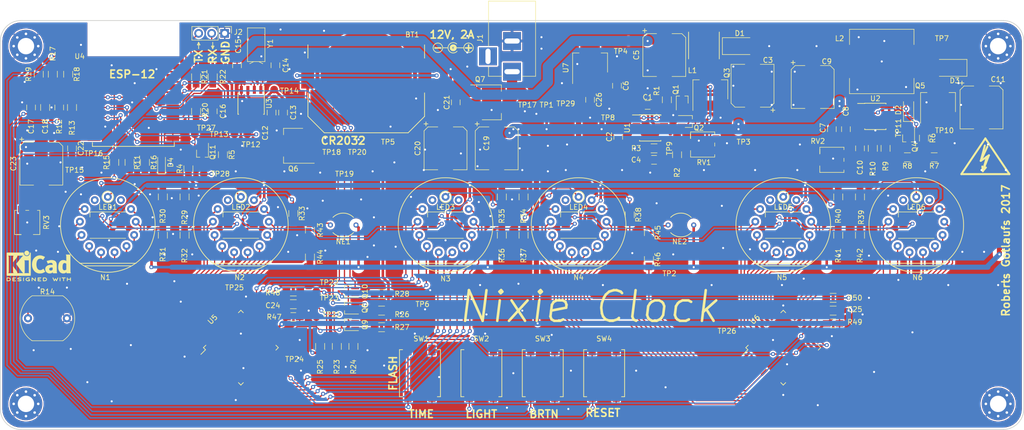
<source format=kicad_pcb>
(kicad_pcb (version 4) (host pcbnew 4.0.7-e2-6376~58~ubuntu16.04.1)
  (layers (0 F.Cu signal) (31 B.Cu signal) (34 B.Paste user) (35 F.Paste user) (36 B.SilkS user) (37 F.SilkS user) (38 B.Mask user) (39 F.Mask user) (44 Edge.Cuts user))
  (net 0 "")
  (net 1 GND)
  (net 2 +12V)
  (net 3 "Net-(C2-Pad1)")
  (net 4 "Net-(C4-Pad1)")
  (net 5 VCC)
  (net 6 "Net-(C8-Pad1)")
  (net 7 "Net-(C10-Pad1)")
  (net 8 +HV)
  (net 9 "Net-(C14-Pad1)")
  (net 10 "Net-(C15-Pad1)")
  (net 11 "/MCU ESP-12/SW_3")
  (net 12 "/MCU ESP-12/SW_2")
  (net 13 "Net-(D1-Pad1)")
  (net 14 "Net-(D2-Pad1)")
  (net 15 "Net-(D2-Pad2)")
  (net 16 "Net-(D3-Pad2)")
  (net 17 "Net-(D4-Pad1)")
  (net 18 "/MCU ESP-12/LED_1")
  (net 19 "Net-(N1-Pad1)")
  (net 20 "/Nixie Tube drivers/N1_0")
  (net 21 "/Nixie Tube drivers/N1_9")
  (net 22 "/Nixie Tube drivers/N1_8")
  (net 23 "/Nixie Tube drivers/N1_7")
  (net 24 "/Nixie Tube drivers/N1_6")
  (net 25 "/Nixie Tube drivers/N1_5")
  (net 26 "/Nixie Tube drivers/N1_4")
  (net 27 "/Nixie Tube drivers/N1_3")
  (net 28 "/Nixie Tube drivers/N1_2")
  (net 29 "/Nixie Tube drivers/N1_1")
  (net 30 "Net-(N2-Pad1)")
  (net 31 "Net-(N2-Pad13)")
  (net 32 "/Nixie Tube drivers/N4_0")
  (net 33 "/Nixie Tube drivers/N4_9")
  (net 34 "/Nixie Tube drivers/N4_8")
  (net 35 "/Nixie Tube drivers/N4_7")
  (net 36 "/Nixie Tube drivers/N4_6")
  (net 37 "/Nixie Tube drivers/N4_5")
  (net 38 "/Nixie Tube drivers/N4_4")
  (net 39 "/Nixie Tube drivers/N4_3")
  (net 40 "/Nixie Tube drivers/N4_2")
  (net 41 "/Nixie Tube drivers/N4_1")
  (net 42 "Net-(N3-Pad1)")
  (net 43 "/Nixie Tube drivers/N2_0")
  (net 44 "/Nixie Tube drivers/N2_9")
  (net 45 "/Nixie Tube drivers/N2_8")
  (net 46 "/Nixie Tube drivers/N2_7")
  (net 47 "/Nixie Tube drivers/N2_6")
  (net 48 "/Nixie Tube drivers/N2_5")
  (net 49 "/Nixie Tube drivers/N2_4")
  (net 50 "/Nixie Tube drivers/N2_3")
  (net 51 "/Nixie Tube drivers/N2_2")
  (net 52 "/Nixie Tube drivers/N2_1")
  (net 53 "Net-(N4-Pad1)")
  (net 54 "Net-(N4-Pad13)")
  (net 55 "Net-(N5-Pad1)")
  (net 56 "/Nixie Tube drivers/N3_0")
  (net 57 "/Nixie Tube drivers/N3_9")
  (net 58 "/Nixie Tube drivers/N3_8")
  (net 59 "/Nixie Tube drivers/N3_7")
  (net 60 "/Nixie Tube drivers/N3_6")
  (net 61 "/Nixie Tube drivers/N3_5")
  (net 62 "/Nixie Tube drivers/N3_4")
  (net 63 "/Nixie Tube drivers/N3_3")
  (net 64 "/Nixie Tube drivers/N3_2")
  (net 65 "/Nixie Tube drivers/N3_1")
  (net 66 "Net-(N6-Pad1)")
  (net 67 "/Nixie Tube drivers/N5_0")
  (net 68 "/Nixie Tube drivers/N5_9")
  (net 69 "/Nixie Tube drivers/N5_8")
  (net 70 "/Nixie Tube drivers/N5_7")
  (net 71 "/Nixie Tube drivers/N5_6")
  (net 72 "/Nixie Tube drivers/N5_5")
  (net 73 "/Nixie Tube drivers/N5_4")
  (net 74 "/Nixie Tube drivers/N5_3")
  (net 75 "/Nixie Tube drivers/N5_2")
  (net 76 "/Nixie Tube drivers/N5_1")
  (net 77 "Net-(NE1-Pad1)")
  (net 78 "Net-(NE2-Pad1)")
  (net 79 "Net-(Q1-Pad1)")
  (net 80 "Net-(Q1-Pad2)")
  (net 81 "Net-(Q8-Pad1)")
  (net 82 "/Nixie Tube drivers/DATA_IN")
  (net 83 "Net-(Q8-Pad3)")
  (net 84 "Net-(Q9-Pad1)")
  (net 85 "/MCU ESP-12/CLK")
  (net 86 "Net-(Q9-Pad3)")
  (net 87 "Net-(Q10-Pad1)")
  (net 88 "Net-(Q10-Pad3)")
  (net 89 "Net-(R7-Pad2)")
  (net 90 "Net-(R10-Pad1)")
  (net 91 "Net-(R14-Pad1)")
  (net 92 "/MCU ESP-12/PHOTO")
  (net 93 "Net-(R17-Pad2)")
  (net 94 "Net-(R18-Pad2)")
  (net 95 "/MCU ESP-12/SCL")
  (net 96 "/MCU ESP-12/SDA")
  (net 97 "Net-(R29-Pad2)")
  (net 98 "Net-(R31-Pad2)")
  (net 99 "/Nixie Tube drivers/DECIMAL_2")
  (net 100 "Net-(R34-Pad2)")
  (net 101 "Net-(R36-Pad2)")
  (net 102 "/Nixie Tube drivers/DECIMAL_1")
  (net 103 "Net-(R39-Pad2)")
  (net 104 "Net-(R41-Pad2)")
  (net 105 "Net-(R43-Pad2)")
  (net 106 "/Nixie Tube drivers/COLON_1")
  (net 107 "Net-(R45-Pad2)")
  (net 108 "/Nixie Tube drivers/COLON_2")
  (net 109 "/Input power/VIN")
  (net 110 "Net-(TP24-Pad1)")
  (net 111 "/Programmable LEDs/Data_In")
  (net 112 +5V)
  (net 113 "Net-(LED1-Pad2)")
  (net 114 "Net-(LED1-Pad1)")
  (net 115 "Net-(LED2-Pad1)")
  (net 116 "Net-(LED3-Pad1)")
  (net 117 "Net-(LED4-Pad1)")
  (net 118 "Net-(LED5-Pad1)")
  (net 119 "Net-(Q11-Pad1)")
  (net 120 "/Nixie Tube drivers/N6_0")
  (net 121 "/Nixie Tube drivers/N6_9")
  (net 122 "/Nixie Tube drivers/N6_8")
  (net 123 "/Nixie Tube drivers/N6_7")
  (net 124 "/Nixie Tube drivers/N6_6")
  (net 125 "/Nixie Tube drivers/N6_5")
  (net 126 "/Nixie Tube drivers/N6_4")
  (net 127 "/Nixie Tube drivers/N6_3")
  (net 128 "/Nixie Tube drivers/N6_2")
  (net 129 "/Nixie Tube drivers/N6_1")
  (net 130 "/Real Time Clock/BAT_IN")
  (net 131 "/Real Time Clock/VBAT")
  (net 132 "/MCU ESP-12/~BLANK")
  (net 133 "Net-(R47-Pad2)")
  (net 134 "Net-(R48-Pad2)")
  (net 135 "Net-(R49-Pad2)")
  (net 136 "Net-(R50-Pad2)")
  (net 137 "Net-(J1-Pad3)")
  (net 138 "/MCU ESP-12/RXD")
  (net 139 "/MCU ESP-12/TXD")
  (net 140 "Net-(LED6-Pad1)")
  (net 141 "Net-(N1-Pad13)")
  (net 142 "Net-(N1-Pad2)")
  (net 143 "Net-(N2-Pad2)")
  (net 144 "Net-(N3-Pad13)")
  (net 145 "Net-(N3-Pad2)")
  (net 146 "Net-(N4-Pad2)")
  (net 147 "Net-(N5-Pad13)")
  (net 148 "Net-(N5-Pad2)")
  (net 149 "Net-(N6-Pad13)")
  (net 150 "Net-(N6-Pad2)")
  (net 151 "Net-(RV1-Pad1)")
  (net 152 "Net-(RV2-Pad1)")
  (net 153 "Net-(RV3-Pad3)")
  (net 154 "Net-(U3-Pad7)")
  (net 155 "Net-(U5-Pad19)")
  (net 156 "Net-(U5-Pad20)")
  (net 157 "Net-(U5-Pad21)")
  (net 158 "Net-(U5-Pad29)")
  (net 159 "Net-(U6-Pad18)")
  (net 160 "Net-(U6-Pad19)")
  (net 161 "Net-(U6-Pad20)")
  (net 162 "Net-(U6-Pad21)")
  (net 163 "Net-(U6-Pad29)")
  (module footprints:VIA-0.4mm (layer F.Cu) (at 163.35 69.5)
    (fp_text reference REF** hide)
    (fp_text value VIA-0.4mm hide)
    (pad 1 thru_hole circle (at 0 0) (size 0.8 0.8) (drill 0.4) (layers *.Cu) (net 1 GND))
  )
  (module footprints:VIA-0.4mm (layer F.Cu) (at 160.35 73.25)
    (fp_text reference REF** hide)
    (fp_text value VIA-0.4mm hide)
    (pad 1 thru_hole circle (at 0 0) (size 0.8 0.8) (drill 0.4) (layers *.Cu) (net 1 GND))
  )
  (module footprints:VIA-0.4mm (layer F.Cu) (at 165.85 80)
    (fp_text reference REF** hide)
    (fp_text value VIA-0.4mm hide)
    (pad 1 thru_hole circle (at 0 0) (size 0.8 0.8) (drill 0.4) (layers *.Cu) (net 1 GND))
  )
  (module footprints:VIA-0.4mm (layer F.Cu) (at 182.1 79.5)
    (fp_text reference REF** hide)
    (fp_text value VIA-0.4mm hide)
    (pad 1 thru_hole circle (at 0 0) (size 0.8 0.8) (drill 0.4) (layers *.Cu) (net 1 GND))
  )
  (module footprints:VIA-0.4mm (layer F.Cu) (at 110.85 117.75)
    (fp_text reference REF** hide)
    (fp_text value VIA-0.4mm hide)
    (pad 1 thru_hole circle (at 0 0) (size 0.8 0.8) (drill 0.4) (layers *.Cu) (net 1 GND))
  )
  (module footprints:VIA-0.4mm (layer F.Cu) (at 197.1 105.75)
    (fp_text reference REF** hide)
    (fp_text value VIA-0.4mm hide)
    (pad 1 thru_hole circle (at 0 0) (size 0.8 0.8) (drill 0.4) (layers *.Cu) (net 1 GND))
  )
  (module footprints:VIA-0.4mm (layer F.Cu) (at 191.85 105.5)
    (fp_text reference REF** hide)
    (fp_text value VIA-0.4mm hide)
    (pad 1 thru_hole circle (at 0 0) (size 0.8 0.8) (drill 0.4) (layers *.Cu) (net 1 GND))
  )
  (module footprints:VIA-0.4mm (layer F.Cu) (at 182.1 106.75)
    (fp_text reference REF** hide)
    (fp_text value VIA-0.4mm hide)
    (pad 1 thru_hole circle (at 0 0) (size 0.8 0.8) (drill 0.4) (layers *.Cu) (net 1 GND))
  )
  (module footprints:VIA-0.4mm (layer F.Cu) (at 174.1 106.5)
    (fp_text reference REF** hide)
    (fp_text value VIA-0.4mm hide)
    (pad 1 thru_hole circle (at 0 0) (size 0.8 0.8) (drill 0.4) (layers *.Cu) (net 1 GND))
  )
  (module footprints:VIA-0.4mm (layer F.Cu) (at 168.35 112.75)
    (fp_text reference REF** hide)
    (fp_text value VIA-0.4mm hide)
    (pad 1 thru_hole circle (at 0 0) (size 0.8 0.8) (drill 0.4) (layers *.Cu) (net 1 GND))
  )
  (module footprints:VIA-0.4mm (layer F.Cu) (at 189.6 112.75)
    (fp_text reference REF** hide)
    (fp_text value VIA-0.4mm hide)
    (pad 1 thru_hole circle (at 0 0) (size 0.8 0.8) (drill 0.4) (layers *.Cu) (net 1 GND))
  )
  (module footprints:VIA-0.4mm (layer F.Cu) (at 178.85 96.75)
    (fp_text reference REF** hide)
    (fp_text value VIA-0.4mm hide)
    (pad 1 thru_hole circle (at 0 0) (size 0.8 0.8) (drill 0.4) (layers *.Cu) (net 1 GND))
  )
  (module footprints:VIA-0.4mm (layer F.Cu) (at 191.6 97.25)
    (fp_text reference REF** hide)
    (fp_text value VIA-0.4mm hide)
    (pad 1 thru_hole circle (at 0 0) (size 0.8 0.8) (drill 0.4) (layers *.Cu) (net 1 GND))
  )
  (module footprints:VIA-0.4mm (layer F.Cu) (at 203.1 97.75)
    (fp_text reference REF** hide)
    (fp_text value VIA-0.4mm hide)
    (pad 1 thru_hole circle (at 0 0) (size 0.8 0.8) (drill 0.4) (layers *.Cu) (net 1 GND))
  )
  (module footprints:VIA-0.4mm (layer F.Cu) (at 203.6 104.25)
    (fp_text reference REF** hide)
    (fp_text value VIA-0.4mm hide)
    (pad 1 thru_hole circle (at 0 0) (size 0.8 0.8) (drill 0.4) (layers *.Cu) (net 1 GND))
  )
  (module footprints:VIA-0.4mm (layer F.Cu) (at 228.85 122)
    (fp_text reference REF** hide)
    (fp_text value VIA-0.4mm hide)
    (pad 1 thru_hole circle (at 0 0) (size 0.8 0.8) (drill 0.4) (layers *.Cu) (net 1 GND))
  )
  (module footprints:VIA-0.4mm (layer F.Cu) (at 221.35 129.75)
    (fp_text reference REF** hide)
    (fp_text value VIA-0.4mm hide)
    (pad 1 thru_hole circle (at 0 0) (size 0.8 0.8) (drill 0.4) (layers *.Cu) (net 1 GND))
  )
  (module footprints:VIA-0.4mm (layer F.Cu) (at 210.35 136.25)
    (fp_text reference REF** hide)
    (fp_text value VIA-0.4mm hide)
    (pad 1 thru_hole circle (at 0 0) (size 0.8 0.8) (drill 0.4) (layers *.Cu) (net 1 GND))
  )
  (module footprints:VIA-0.4mm (layer F.Cu) (at 220.35 107)
    (fp_text reference REF** hide)
    (fp_text value VIA-0.4mm hide)
    (pad 1 thru_hole circle (at 0 0) (size 0.8 0.8) (drill 0.4) (layers *.Cu) (net 1 GND))
  )
  (module footprints:VIA-0.4mm (layer F.Cu) (at 214.6 107)
    (fp_text reference REF** hide)
    (fp_text value VIA-0.4mm hide)
    (pad 1 thru_hole circle (at 0 0) (size 0.8 0.8) (drill 0.4) (layers *.Cu) (net 1 GND))
  )
  (module footprints:VIA-0.4mm (layer F.Cu) (at 207.6 111.5)
    (fp_text reference REF** hide)
    (fp_text value VIA-0.4mm hide)
    (pad 1 thru_hole circle (at 0 0) (size 0.8 0.8) (drill 0.4) (layers *.Cu) (net 1 GND))
  )
  (module footprints:VIA-0.4mm (layer F.Cu) (at 203.35 112.75)
    (fp_text reference REF** hide)
    (fp_text value VIA-0.4mm hide)
    (pad 1 thru_hole circle (at 0 0) (size 0.8 0.8) (drill 0.4) (layers *.Cu) (net 1 GND))
  )
  (module footprints:VIA-0.4mm (layer F.Cu) (at 220.35 115.25)
    (fp_text reference REF** hide)
    (fp_text value VIA-0.4mm hide)
    (pad 1 thru_hole circle (at 0 0) (size 0.8 0.8) (drill 0.4) (layers *.Cu) (net 1 GND))
  )
  (module footprints:VIA-0.4mm (layer F.Cu) (at 219.1 118.5)
    (fp_text reference REF** hide)
    (fp_text value VIA-0.4mm hide)
    (pad 1 thru_hole circle (at 0 0) (size 0.8 0.8) (drill 0.4) (layers *.Cu) (net 1 GND))
  )
  (module footprints:VIA-0.4mm (layer F.Cu) (at 213.1 122.75)
    (fp_text reference REF** hide)
    (fp_text value VIA-0.4mm hide)
    (pad 1 thru_hole circle (at 0 0) (size 0.8 0.8) (drill 0.4) (layers *.Cu) (net 1 GND))
  )
  (module footprints:VIA-0.4mm (layer F.Cu) (at 203.6 116.75)
    (fp_text reference REF** hide)
    (fp_text value VIA-0.4mm hide)
    (pad 1 thru_hole circle (at 0 0) (size 0.8 0.8) (drill 0.4) (layers *.Cu) (net 1 GND))
  )
  (module footprints:VIA-0.4mm (layer F.Cu) (at 201.6 123.5)
    (fp_text reference REF** hide)
    (fp_text value VIA-0.4mm hide)
    (pad 1 thru_hole circle (at 0 0) (size 0.8 0.8) (drill 0.4) (layers *.Cu) (net 1 GND))
  )
  (module footprints:VIA-0.4mm (layer F.Cu) (at 204.35 128.25)
    (fp_text reference REF** hide)
    (fp_text value VIA-0.4mm hide)
    (pad 1 thru_hole circle (at 0 0) (size 0.8 0.8) (drill 0.4) (layers *.Cu) (net 1 GND))
  )
  (module footprints:VIA-0.4mm (layer F.Cu) (at 203.6 134.25)
    (fp_text reference REF** hide)
    (fp_text value VIA-0.4mm hide)
    (pad 1 thru_hole circle (at 0 0) (size 0.8 0.8) (drill 0.4) (layers *.Cu) (net 1 GND))
  )
  (module footprints:VIA-0.4mm (layer F.Cu) (at 149.6 136.75)
    (fp_text reference REF** hide)
    (fp_text value VIA-0.4mm hide)
    (pad 1 thru_hole circle (at 0 0) (size 0.8 0.8) (drill 0.4) (layers *.Cu) (net 1 GND))
  )
  (module footprints:VIA-0.4mm (layer F.Cu) (at 161.6 137)
    (fp_text reference REF** hide)
    (fp_text value VIA-0.4mm hide)
    (pad 1 thru_hole circle (at 0 0) (size 0.8 0.8) (drill 0.4) (layers *.Cu) (net 1 GND))
  )
  (module footprints:VIA-0.4mm (layer F.Cu) (at 170.35 137.75)
    (fp_text reference REF** hide)
    (fp_text value VIA-0.4mm hide)
    (pad 1 thru_hole circle (at 0 0) (size 0.8 0.8) (drill 0.4) (layers *.Cu) (net 1 GND))
  )
  (module footprints:VIA-0.4mm (layer F.Cu) (at 180.6 132.75)
    (fp_text reference REF** hide)
    (fp_text value VIA-0.4mm hide)
    (pad 1 thru_hole circle (at 0 0) (size 0.8 0.8) (drill 0.4) (layers *.Cu) (net 1 GND))
  )
  (module footprints:VIA-0.4mm (layer F.Cu) (at 174.85 129.5)
    (fp_text reference REF** hide)
    (fp_text value VIA-0.4mm hide)
    (pad 1 thru_hole circle (at 0 0) (size 0.8 0.8) (drill 0.4) (layers *.Cu) (net 1 GND))
  )
  (module footprints:VIA-0.4mm (layer F.Cu) (at 162.1 129.5)
    (fp_text reference REF** hide)
    (fp_text value VIA-0.4mm hide)
    (pad 1 thru_hole circle (at 0 0) (size 0.8 0.8) (drill 0.4) (layers *.Cu) (net 1 GND))
  )
  (module footprints:VIA-0.4mm (layer F.Cu) (at 150.85 130)
    (fp_text reference REF** hide)
    (fp_text value VIA-0.4mm hide)
    (pad 1 thru_hole circle (at 0 0) (size 0.8 0.8) (drill 0.4) (layers *.Cu) (net 1 GND))
  )
  (module footprints:VIA-0.4mm (layer F.Cu) (at 158.35 122.5)
    (fp_text reference REF** hide)
    (fp_text value VIA-0.4mm hide)
    (pad 1 thru_hole circle (at 0 0) (size 0.8 0.8) (drill 0.4) (layers *.Cu) (net 1 GND))
  )
  (module footprints:VIA-0.4mm (layer F.Cu) (at 145.35 122.25)
    (fp_text reference REF** hide)
    (fp_text value VIA-0.4mm hide)
    (pad 1 thru_hole circle (at 0 0) (size 0.8 0.8) (drill 0.4) (layers *.Cu) (net 1 GND))
  )
  (module footprints:VIA-0.4mm (layer F.Cu) (at 136.35 130.75)
    (fp_text reference REF** hide)
    (fp_text value VIA-0.4mm hide)
    (pad 1 thru_hole circle (at 0 0) (size 0.8 0.8) (drill 0.4) (layers *.Cu) (net 1 GND))
  )
  (module footprints:VIA-0.4mm (layer F.Cu) (at 152.6 117.75)
    (fp_text reference REF** hide)
    (fp_text value VIA-0.4mm hide)
    (pad 1 thru_hole circle (at 0 0) (size 0.8 0.8) (drill 0.4) (layers *.Cu) (net 1 GND))
  )
  (module footprints:VIA-0.4mm (layer F.Cu) (at 145.6 118.5)
    (fp_text reference REF** hide)
    (fp_text value VIA-0.4mm hide)
    (pad 1 thru_hole circle (at 0 0) (size 0.8 0.8) (drill 0.4) (layers *.Cu) (net 1 GND))
  )
  (module footprints:VIA-0.4mm (layer F.Cu) (at 151.85 112.5)
    (fp_text reference REF** hide)
    (fp_text value VIA-0.4mm hide)
    (pad 1 thru_hole circle (at 0 0) (size 0.8 0.8) (drill 0.4) (layers *.Cu) (net 1 GND))
  )
  (module footprints:VIA-0.4mm (layer F.Cu) (at 144.35 112.75)
    (fp_text reference REF** hide)
    (fp_text value VIA-0.4mm hide)
    (pad 1 thru_hole circle (at 0 0) (size 0.8 0.8) (drill 0.4) (layers *.Cu) (net 1 GND))
  )
  (module footprints:VIA-0.4mm (layer F.Cu) (at 152.35 106.75)
    (fp_text reference REF** hide)
    (fp_text value VIA-0.4mm hide)
    (pad 1 thru_hole circle (at 0 0) (size 0.8 0.8) (drill 0.4) (layers *.Cu) (net 1 GND))
  )
  (module footprints:VIA-0.4mm (layer F.Cu) (at 148.1 107.5)
    (fp_text reference REF** hide)
    (fp_text value VIA-0.4mm hide)
    (pad 1 thru_hole circle (at 0 0) (size 0.8 0.8) (drill 0.4) (layers *.Cu) (net 1 GND))
  )
  (module footprints:VIA-0.4mm (layer F.Cu) (at 150.6 96)
    (fp_text reference REF** hide)
    (fp_text value VIA-0.4mm hide)
    (pad 1 thru_hole circle (at 0 0) (size 0.8 0.8) (drill 0.4) (layers *.Cu) (net 1 GND))
  )
  (module footprints:VIA-0.4mm (layer F.Cu) (at 146.35 99.25)
    (fp_text reference REF** hide)
    (fp_text value VIA-0.4mm hide)
    (pad 1 thru_hole circle (at 0 0) (size 0.8 0.8) (drill 0.4) (layers *.Cu) (net 1 GND))
  )
  (module footprints:VIA-0.4mm (layer F.Cu) (at 144.1 96.5)
    (fp_text reference REF** hide)
    (fp_text value VIA-0.4mm hide)
    (pad 1 thru_hole circle (at 0 0) (size 0.8 0.8) (drill 0.4) (layers *.Cu) (net 1 GND))
  )
  (module footprints:VIA-0.4mm (layer F.Cu) (at 127.85 105.25)
    (fp_text reference REF** hide)
    (fp_text value VIA-0.4mm hide)
    (pad 1 thru_hole circle (at 0 0) (size 0.8 0.8) (drill 0.4) (layers *.Cu) (net 1 GND))
  )
  (module footprints:VIA-0.4mm (layer F.Cu) (at 130.85 95.5)
    (fp_text reference REF** hide)
    (fp_text value VIA-0.4mm hide)
    (pad 1 thru_hole circle (at 0 0) (size 0.8 0.8) (drill 0.4) (layers *.Cu) (net 1 GND))
  )
  (module footprints:VIA-0.4mm (layer F.Cu) (at 136.6 97.5)
    (fp_text reference REF** hide)
    (fp_text value VIA-0.4mm hide)
    (pad 1 thru_hole circle (at 0 0) (size 0.8 0.8) (drill 0.4) (layers *.Cu) (net 1 GND))
  )
  (module footprints:VIA-0.4mm (layer F.Cu) (at 137.6 104)
    (fp_text reference REF** hide)
    (fp_text value VIA-0.4mm hide)
    (pad 1 thru_hole circle (at 0 0) (size 0.8 0.8) (drill 0.4) (layers *.Cu) (net 1 GND))
  )
  (module footprints:VIA-0.4mm (layer F.Cu) (at 134.6 113.75)
    (fp_text reference REF** hide)
    (fp_text value VIA-0.4mm hide)
    (pad 1 thru_hole circle (at 0 0) (size 0.8 0.8) (drill 0.4) (layers *.Cu) (net 1 GND))
  )
  (module footprints:VIA-0.4mm (layer F.Cu) (at 128.85 118.25)
    (fp_text reference REF** hide)
    (fp_text value VIA-0.4mm hide)
    (pad 1 thru_hole circle (at 0 0) (size 0.8 0.8) (drill 0.4) (layers *.Cu) (net 1 GND))
  )
  (module footprints:VIA-0.4mm (layer F.Cu) (at 133.6 117.5)
    (fp_text reference REF** hide)
    (fp_text value VIA-0.4mm hide)
    (pad 1 thru_hole circle (at 0 0) (size 0.8 0.8) (drill 0.4) (layers *.Cu) (net 1 GND))
  )
  (module footprints:VIA-0.4mm (layer F.Cu) (at 131.6 122.25)
    (fp_text reference REF** hide)
    (fp_text value VIA-0.4mm hide)
    (pad 1 thru_hole circle (at 0 0) (size 0.8 0.8) (drill 0.4) (layers *.Cu) (net 1 GND))
  )
  (module footprints:VIA-0.4mm (layer F.Cu) (at 122.35 125.5)
    (fp_text reference REF** hide)
    (fp_text value VIA-0.4mm hide)
    (pad 1 thru_hole circle (at 0 0) (size 0.8 0.8) (drill 0.4) (layers *.Cu) (net 1 GND))
  )
  (module footprints:VIA-0.4mm (layer F.Cu) (at 125.6 128.5)
    (fp_text reference REF** hide)
    (fp_text value VIA-0.4mm hide)
    (pad 1 thru_hole circle (at 0 0) (size 0.8 0.8) (drill 0.4) (layers *.Cu) (net 1 GND))
  )
  (module footprints:VIA-0.4mm (layer F.Cu) (at 118.1 128.75)
    (fp_text reference REF** hide)
    (fp_text value VIA-0.4mm hide)
    (pad 1 thru_hole circle (at 0 0) (size 0.8 0.8) (drill 0.4) (layers *.Cu) (net 1 GND))
  )
  (module footprints:VIA-0.4mm (layer F.Cu) (at 109.35 129.5)
    (fp_text reference REF** hide)
    (fp_text value VIA-0.4mm hide)
    (pad 1 thru_hole circle (at 0 0) (size 0.8 0.8) (drill 0.4) (layers *.Cu) (net 1 GND))
  )
  (module footprints:VIA-0.4mm (layer F.Cu) (at 108.85 127)
    (fp_text reference REF** hide)
    (fp_text value VIA-0.4mm hide)
    (pad 1 thru_hole circle (at 0 0) (size 0.8 0.8) (drill 0.4) (layers *.Cu) (net 1 GND))
  )
  (module footprints:VIA-0.4mm (layer F.Cu) (at 109.1 123.5)
    (fp_text reference REF** hide)
    (fp_text value VIA-0.4mm hide)
    (pad 1 thru_hole circle (at 0 0) (size 0.8 0.8) (drill 0.4) (layers *.Cu) (net 1 GND))
  )
  (module footprints:VIA-0.4mm (layer F.Cu) (at 122.35 107.25)
    (fp_text reference REF** hide)
    (fp_text value VIA-0.4mm hide)
    (pad 1 thru_hole circle (at 0 0) (size 0.8 0.8) (drill 0.4) (layers *.Cu) (net 1 GND))
  )
  (module footprints:VIA-0.4mm (layer F.Cu) (at 123.6 105)
    (fp_text reference REF** hide)
    (fp_text value VIA-0.4mm hide)
    (pad 1 thru_hole circle (at 0 0) (size 0.8 0.8) (drill 0.4) (layers *.Cu) (net 1 GND))
  )
  (module footprints:VIA-0.4mm (layer F.Cu) (at 123.6 99.5)
    (fp_text reference REF** hide)
    (fp_text value VIA-0.4mm hide)
    (pad 1 thru_hole circle (at 0 0) (size 0.8 0.8) (drill 0.4) (layers *.Cu) (net 1 GND))
  )
  (module footprints:VIA-0.4mm (layer F.Cu) (at 121.1 96)
    (fp_text reference REF** hide)
    (fp_text value VIA-0.4mm hide)
    (pad 1 thru_hole circle (at 0 0) (size 0.8 0.8) (drill 0.4) (layers *.Cu) (net 1 GND))
  )
  (module footprints:VIA-0.4mm (layer F.Cu) (at 110.6 97.75)
    (fp_text reference REF** hide)
    (fp_text value VIA-0.4mm hide)
    (pad 1 thru_hole circle (at 0 0) (size 0.8 0.8) (drill 0.4) (layers *.Cu) (net 1 GND))
  )
  (module footprints:VIA-0.4mm (layer F.Cu) (at 113.6 96.25)
    (fp_text reference REF** hide)
    (fp_text value VIA-0.4mm hide)
    (pad 1 thru_hole circle (at 0 0) (size 0.8 0.8) (drill 0.4) (layers *.Cu) (net 1 GND))
  )
  (module footprints:VIA-0.4mm (layer F.Cu) (at 114.1 106)
    (fp_text reference REF** hide)
    (fp_text value VIA-0.4mm hide)
    (pad 1 thru_hole circle (at 0 0) (size 0.8 0.8) (drill 0.4) (layers *.Cu) (net 1 GND))
  )
  (module footprints:VIA-0.4mm (layer F.Cu) (at 104.85 97.5)
    (fp_text reference REF** hide)
    (fp_text value VIA-0.4mm hide)
    (pad 1 thru_hole circle (at 0 0) (size 0.8 0.8) (drill 0.4) (layers *.Cu) (net 1 GND))
  )
  (module footprints:VIA-0.4mm (layer F.Cu) (at 108.6 103)
    (fp_text reference REF** hide)
    (fp_text value VIA-0.4mm hide)
    (pad 1 thru_hole circle (at 0 0) (size 0.8 0.8) (drill 0.4) (layers *.Cu) (net 1 GND))
  )
  (module footprints:VIA-0.4mm (layer F.Cu) (at 106.85 106.25)
    (fp_text reference REF** hide)
    (fp_text value VIA-0.4mm hide)
    (pad 1 thru_hole circle (at 0 0) (size 0.8 0.8) (drill 0.4) (layers *.Cu) (net 1 GND))
  )
  (module footprints:VIA-0.4mm (layer F.Cu) (at 71.85 104)
    (fp_text reference REF** hide)
    (fp_text value VIA-0.4mm hide)
    (pad 1 thru_hole circle (at 0 0) (size 0.8 0.8) (drill 0.4) (layers *.Cu) (net 1 GND))
  )
  (module footprints:VIA-0.4mm (layer F.Cu) (at 72.1 97.5)
    (fp_text reference REF** hide)
    (fp_text value VIA-0.4mm hide)
    (pad 1 thru_hole circle (at 0 0) (size 0.8 0.8) (drill 0.4) (layers *.Cu) (net 1 GND))
  )
  (module footprints:VIA-0.4mm (layer F.Cu) (at 97.6 104)
    (fp_text reference REF** hide)
    (fp_text value VIA-0.4mm hide)
    (pad 1 thru_hole circle (at 0 0) (size 0.8 0.8) (drill 0.4) (layers *.Cu) (net 1 GND))
  )
  (module footprints:VIA-0.4mm (layer F.Cu) (at 97.35 97.5)
    (fp_text reference REF** hide)
    (fp_text value VIA-0.4mm hide)
    (pad 1 thru_hole circle (at 0 0) (size 0.8 0.8) (drill 0.4) (layers *.Cu) (net 1 GND))
  )
  (module footprints:VIA-0.4mm (layer F.Cu) (at 97.85 76.75)
    (fp_text reference REF** hide)
    (fp_text value VIA-0.4mm hide)
    (pad 1 thru_hole circle (at 0 0) (size 0.8 0.8) (drill 0.4) (layers *.Cu) (net 1 GND))
  )
  (module footprints:VIA-0.4mm (layer F.Cu) (at 94.6 79.75)
    (fp_text reference REF** hide)
    (fp_text value VIA-0.4mm hide)
    (pad 1 thru_hole circle (at 0 0) (size 0.8 0.8) (drill 0.4) (layers *.Cu) (net 1 GND))
  )
  (module footprints:VIA-0.4mm (layer F.Cu) (at 91.6 82.25)
    (fp_text reference REF** hide)
    (fp_text value VIA-0.4mm hide)
    (pad 1 thru_hole circle (at 0 0) (size 0.8 0.8) (drill 0.4) (layers *.Cu) (net 1 GND))
  )
  (module footprints:VIA-0.4mm (layer F.Cu) (at 72.35 69.75)
    (fp_text reference REF** hide)
    (fp_text value VIA-0.4mm hide)
    (pad 1 thru_hole circle (at 0 0) (size 0.8 0.8) (drill 0.4) (layers *.Cu) (net 1 GND))
  )
  (module footprints:VIA-0.4mm (layer F.Cu) (at 81.1 70.5)
    (fp_text reference REF** hide)
    (fp_text value VIA-0.4mm hide)
    (pad 1 thru_hole circle (at 0 0) (size 0.8 0.8) (drill 0.4) (layers *.Cu) (net 1 GND))
  )
  (module footprints:VIA-0.4mm (layer F.Cu) (at 76.85 73.25)
    (fp_text reference REF** hide)
    (fp_text value VIA-0.4mm hide)
    (pad 1 thru_hole circle (at 0 0) (size 0.8 0.8) (drill 0.4) (layers *.Cu) (net 1 GND))
  )
  (module footprints:VIA-0.4mm (layer F.Cu) (at 76.35 77)
    (fp_text reference REF** hide)
    (fp_text value VIA-0.4mm hide)
    (pad 1 thru_hole circle (at 0 0) (size 0.8 0.8) (drill 0.4) (layers *.Cu) (net 1 GND))
  )
  (module footprints:VIA-0.4mm (layer F.Cu) (at 71.1 81.75)
    (fp_text reference REF** hide)
    (fp_text value VIA-0.4mm hide)
    (pad 1 thru_hole circle (at 0 0) (size 0.8 0.8) (drill 0.4) (layers *.Cu) (net 1 GND))
  )
  (module footprints:VIA-0.4mm (layer F.Cu) (at 79.6 82)
    (fp_text reference REF** hide)
    (fp_text value VIA-0.4mm hide)
    (pad 1 thru_hole circle (at 0 0) (size 0.8 0.8) (drill 0.4) (layers *.Cu) (net 1 GND))
  )
  (module footprints:VIA-0.4mm (layer F.Cu) (at 85.85 86.25)
    (fp_text reference REF** hide)
    (fp_text value VIA-0.4mm hide)
    (pad 1 thru_hole circle (at 0 0) (size 0.8 0.8) (drill 0.4) (layers *.Cu) (net 1 GND))
  )
  (module footprints:VIA-0.4mm (layer F.Cu) (at 83.85 89)
    (fp_text reference REF** hide)
    (fp_text value VIA-0.4mm hide)
    (pad 1 thru_hole circle (at 0 0) (size 0.8 0.8) (drill 0.4) (layers *.Cu) (net 1 GND))
  )
  (module footprints:VIA-0.4mm (layer F.Cu) (at 89.35 95.25)
    (fp_text reference REF** hide)
    (fp_text value VIA-0.4mm hide)
    (pad 1 thru_hole circle (at 0 0) (size 0.8 0.8) (drill 0.4) (layers *.Cu) (net 1 GND))
  )
  (module footprints:VIA-0.4mm (layer F.Cu) (at 87.1 99.25)
    (fp_text reference REF** hide)
    (fp_text value VIA-0.4mm hide)
    (pad 1 thru_hole circle (at 0 0) (size 0.8 0.8) (drill 0.4) (layers *.Cu) (net 1 GND))
  )
  (module footprints:VIA-0.4mm (layer F.Cu) (at 84.1 95.75)
    (fp_text reference REF** hide)
    (fp_text value VIA-0.4mm hide)
    (pad 1 thru_hole circle (at 0 0) (size 0.8 0.8) (drill 0.4) (layers *.Cu) (net 1 GND))
  )
  (module footprints:VIA-0.4mm (layer F.Cu) (at 76.85 93)
    (fp_text reference REF** hide)
    (fp_text value VIA-0.4mm hide)
    (pad 1 thru_hole circle (at 0 0) (size 0.8 0.8) (drill 0.4) (layers *.Cu) (net 1 GND))
  )
  (module footprints:VIA-0.4mm (layer F.Cu) (at 79.85 95)
    (fp_text reference REF** hide)
    (fp_text value VIA-0.4mm hide)
    (pad 1 thru_hole circle (at 0 0) (size 0.8 0.8) (drill 0.4) (layers *.Cu) (net 1 GND))
  )
  (module footprints:VIA-0.4mm (layer F.Cu) (at 80.35 99.5)
    (fp_text reference REF** hide)
    (fp_text value VIA-0.4mm hide)
    (pad 1 thru_hole circle (at 0 0) (size 0.8 0.8) (drill 0.4) (layers *.Cu) (net 1 GND))
  )
  (module footprints:VIA-0.4mm (layer F.Cu) (at 84.35 102.75)
    (fp_text reference REF** hide)
    (fp_text value VIA-0.4mm hide)
    (pad 1 thru_hole circle (at 0 0) (size 0.8 0.8) (drill 0.4) (layers *.Cu) (net 1 GND))
  )
  (module footprints:VIA-0.4mm (layer F.Cu) (at 88.1 106.75)
    (fp_text reference REF** hide)
    (fp_text value VIA-0.4mm hide)
    (pad 1 thru_hole circle (at 0 0) (size 0.8 0.8) (drill 0.4) (layers *.Cu) (net 1 GND))
  )
  (module footprints:VIA-0.4mm (layer F.Cu) (at 82.6 106.75)
    (fp_text reference REF** hide)
    (fp_text value VIA-0.4mm hide)
    (pad 1 thru_hole circle (at 0 0) (size 0.8 0.8) (drill 0.4) (layers *.Cu) (net 1 GND))
  )
  (module footprints:VIA-0.4mm (layer F.Cu) (at 98.6 115)
    (fp_text reference REF** hide)
    (fp_text value VIA-0.4mm hide)
    (pad 1 thru_hole circle (at 0 0) (size 0.8 0.8) (drill 0.4) (layers *.Cu) (net 1 GND))
  )
  (module footprints:VIA-0.4mm (layer F.Cu) (at 76.1 124.5)
    (fp_text reference REF** hide)
    (fp_text value VIA-0.4mm hide)
    (pad 1 thru_hole circle (at 0 0) (size 0.8 0.8) (drill 0.4) (layers *.Cu) (net 1 GND))
  )
  (module footprints:VIA-0.4mm (layer F.Cu) (at 75.35 112.5)
    (fp_text reference REF** hide)
    (fp_text value VIA-0.4mm hide)
    (pad 1 thru_hole circle (at 0 0) (size 0.8 0.8) (drill 0.4) (layers *.Cu) (net 1 GND))
  )
  (module footprints:VIA-0.4mm (layer F.Cu) (at 84.6 112)
    (fp_text reference REF** hide)
    (fp_text value VIA-0.4mm hide)
    (pad 1 thru_hole circle (at 0 0) (size 0.8 0.8) (drill 0.4) (layers *.Cu) (net 1 GND))
  )
  (module footprints:VIA-0.4mm (layer F.Cu) (at 85.85 116)
    (fp_text reference REF** hide)
    (fp_text value VIA-0.4mm hide)
    (pad 1 thru_hole circle (at 0 0) (size 0.8 0.8) (drill 0.4) (layers *.Cu) (net 1 GND))
  )
  (module footprints:VIA-0.4mm (layer F.Cu) (at 86.6 126.75)
    (fp_text reference REF** hide)
    (fp_text value VIA-0.4mm hide)
    (pad 1 thru_hole circle (at 0 0) (size 0.8 0.8) (drill 0.4) (layers *.Cu) (net 1 GND))
  )
  (module footprints:VIA-0.4mm (layer F.Cu) (at 97.6 122.25)
    (fp_text reference REF** hide)
    (fp_text value VIA-0.4mm hide)
    (pad 1 thru_hole circle (at 0 0) (size 0.8 0.8) (drill 0.4) (layers *.Cu) (net 1 GND))
  )
  (module footprints:VIA-0.4mm (layer F.Cu) (at 98.1 129)
    (fp_text reference REF** hide)
    (fp_text value VIA-0.4mm hide)
    (pad 1 thru_hole circle (at 0 0) (size 0.8 0.8) (drill 0.4) (layers *.Cu) (net 1 GND))
  )
  (module footprints:VIA-0.4mm (layer F.Cu) (at 96.6 135.25)
    (fp_text reference REF** hide)
    (fp_text value VIA-0.4mm hide)
    (pad 1 thru_hole circle (at 0 0) (size 0.8 0.8) (drill 0.4) (layers *.Cu) (net 1 GND))
  )
  (module footprints:VIA-0.4mm (layer F.Cu) (at 72.35 135.5)
    (fp_text reference REF** hide)
    (fp_text value VIA-0.4mm hide)
    (pad 1 thru_hole circle (at 0 0) (size 0.8 0.8) (drill 0.4) (layers *.Cu) (net 1 GND))
  )
  (module footprints:VIA-0.4mm (layer F.Cu) (at 67.6 131.75)
    (fp_text reference REF** hide)
    (fp_text value VIA-0.4mm hide)
    (pad 1 thru_hole circle (at 0 0) (size 0.8 0.8) (drill 0.4) (layers *.Cu) (net 1 GND))
  )
  (module footprints:VIA-0.4mm (layer F.Cu) (at 64.35 125.25)
    (fp_text reference REF** hide)
    (fp_text value VIA-0.4mm hide)
    (pad 1 thru_hole circle (at 0 0) (size 0.8 0.8) (drill 0.4) (layers *.Cu) (net 1 GND))
  )
  (module footprints:VIA-0.4mm (layer F.Cu) (at 57.1 125.5)
    (fp_text reference REF** hide)
    (fp_text value VIA-0.4mm hide)
    (pad 1 thru_hole circle (at 0 0) (size 0.8 0.8) (drill 0.4) (layers *.Cu) (net 1 GND))
  )
  (module footprints:VIA-0.4mm (layer F.Cu) (at 63.6 113.25)
    (fp_text reference REF** hide)
    (fp_text value VIA-0.4mm hide)
    (pad 1 thru_hole circle (at 0 0) (size 0.8 0.8) (drill 0.4) (layers *.Cu) (net 1 GND))
  )
  (module footprints:VIA-0.4mm (layer F.Cu) (at 58.1 113.25)
    (fp_text reference REF** hide)
    (fp_text value VIA-0.4mm hide)
    (pad 1 thru_hole circle (at 0 0) (size 0.8 0.8) (drill 0.4) (layers *.Cu) (net 1 GND))
  )
  (module footprints:VIA-0.4mm (layer F.Cu) (at 61.85 106.25)
    (fp_text reference REF** hide)
    (fp_text value VIA-0.4mm hide)
    (pad 1 thru_hole circle (at 0 0) (size 0.8 0.8) (drill 0.4) (layers *.Cu) (net 1 GND))
  )
  (module footprints:VIA-0.4mm (layer F.Cu) (at 57.6 106)
    (fp_text reference REF** hide)
    (fp_text value VIA-0.4mm hide)
    (pad 1 thru_hole circle (at 0 0) (size 0.8 0.8) (drill 0.4) (layers *.Cu) (net 1 GND))
  )
  (module footprints:VIA-0.4mm (layer F.Cu) (at 62.1 101.25)
    (fp_text reference REF** hide)
    (fp_text value VIA-0.4mm hide)
    (pad 1 thru_hole circle (at 0 0) (size 0.8 0.8) (drill 0.4) (layers *.Cu) (net 1 GND))
  )
  (module footprints:VIA-0.4mm (layer F.Cu) (at 55.85 100.5)
    (fp_text reference REF** hide)
    (fp_text value VIA-0.4mm hide)
    (pad 1 thru_hole circle (at 0 0) (size 0.8 0.8) (drill 0.4) (layers *.Cu) (net 1 GND))
  )
  (module footprints:VIA-0.4mm (layer F.Cu) (at 66.35 95)
    (fp_text reference REF** hide)
    (fp_text value VIA-0.4mm hide)
    (pad 1 thru_hole circle (at 0 0) (size 0.8 0.8) (drill 0.4) (layers *.Cu) (net 1 GND))
  )
  (module footprints:VIA-0.4mm (layer F.Cu) (at 63.35 94.5)
    (fp_text reference REF** hide)
    (fp_text value VIA-0.4mm hide)
    (pad 1 thru_hole circle (at 0 0) (size 0.8 0.8) (drill 0.4) (layers *.Cu) (net 1 GND))
  )
  (module footprints:VIA-0.4mm (layer F.Cu) (at 70.35 90.75)
    (fp_text reference REF** hide)
    (fp_text value VIA-0.4mm hide)
    (pad 1 thru_hole circle (at 0 0) (size 0.8 0.8) (drill 0.4) (layers *.Cu) (net 1 GND))
  )
  (module footprints:VIA-0.4mm (layer F.Cu) (at 66.6 89.75)
    (fp_text reference REF** hide)
    (fp_text value VIA-0.4mm hide)
    (pad 1 thru_hole circle (at 0 0) (size 0.8 0.8) (drill 0.4) (layers *.Cu) (net 1 GND))
  )
  (module footprints:VIA-0.4mm (layer F.Cu) (at 55.85 89)
    (fp_text reference REF** hide)
    (fp_text value VIA-0.4mm hide)
    (pad 1 thru_hole circle (at 0 0) (size 0.8 0.8) (drill 0.4) (layers *.Cu) (net 1 GND))
  )
  (module footprints:VIA-0.4mm (layer F.Cu) (at 62.35 88.75)
    (fp_text reference REF** hide)
    (fp_text value VIA-0.4mm hide)
    (pad 1 thru_hole circle (at 0 0) (size 0.8 0.8) (drill 0.4) (layers *.Cu) (net 1 GND))
  )
  (module footprints:VIA-0.4mm (layer F.Cu) (at 61.1 83)
    (fp_text reference REF** hide)
    (fp_text value VIA-0.4mm hide)
    (pad 1 thru_hole circle (at 0 0) (size 0.8 0.8) (drill 0.4) (layers *.Cu) (net 1 GND))
  )
  (module footprints:VIA-0.4mm (layer F.Cu) (at 55.85 82.5)
    (fp_text reference REF** hide)
    (fp_text value VIA-0.4mm hide)
    (pad 1 thru_hole circle (at 0 0) (size 0.8 0.8) (drill 0.4) (layers *.Cu) (net 1 GND))
  )
  (module footprints:VIA-0.4mm (layer F.Cu) (at 54.85 77)
    (fp_text reference REF** hide)
    (fp_text value VIA-0.4mm hide)
    (pad 1 thru_hole circle (at 0 0) (size 0.8 0.8) (drill 0.4) (layers *.Cu) (net 1 GND))
  )
  (module footprints:VIA-0.4mm (layer F.Cu) (at 55.35 73)
    (fp_text reference REF** hide)
    (fp_text value VIA-0.4mm hide)
    (pad 1 thru_hole circle (at 0 0) (size 0.8 0.8) (drill 0.4) (layers *.Cu) (net 1 GND))
  )
  (module footprints:VIA-0.4mm (layer F.Cu) (at 60.6 78)
    (fp_text reference REF** hide)
    (fp_text value VIA-0.4mm hide)
    (pad 1 thru_hole circle (at 0 0) (size 0.8 0.8) (drill 0.4) (layers *.Cu) (net 1 GND))
  )
  (module footprints:VIA-0.4mm (layer F.Cu) (at 66.35 65.75)
    (fp_text reference REF** hide)
    (fp_text value VIA-0.4mm hide)
    (pad 1 thru_hole circle (at 0 0) (size 0.8 0.8) (drill 0.4) (layers *.Cu) (net 1 GND))
  )
  (module footprints:VIA-0.4mm (layer F.Cu) (at 94.35 66)
    (fp_text reference REF** hide)
    (fp_text value VIA-0.4mm hide)
    (pad 1 thru_hole circle (at 0 0) (size 0.8 0.8) (drill 0.4) (layers *.Cu) (net 1 GND))
  )
  (module footprints:VIA-0.4mm (layer F.Cu) (at 97.1 64.25)
    (fp_text reference REF** hide)
    (fp_text value VIA-0.4mm hide)
    (pad 1 thru_hole circle (at 0 0) (size 0.8 0.8) (drill 0.4) (layers *.Cu) (net 1 GND))
  )
  (module footprints:VIA-0.4mm (layer F.Cu) (at 101.6 68)
    (fp_text reference REF** hide)
    (fp_text value VIA-0.4mm hide)
    (pad 1 thru_hole circle (at 0 0) (size 0.8 0.8) (drill 0.4) (layers *.Cu) (net 1 GND))
  )
  (module footprints:VIA-0.4mm (layer F.Cu) (at 105.35 62.75)
    (fp_text reference REF** hide)
    (fp_text value VIA-0.4mm hide)
    (pad 1 thru_hole circle (at 0 0) (size 0.8 0.8) (drill 0.4) (layers *.Cu) (net 1 GND))
  )
  (module footprints:VIA-0.4mm (layer F.Cu) (at 113.85 63)
    (fp_text reference REF** hide)
    (fp_text value VIA-0.4mm hide)
    (pad 1 thru_hole circle (at 0 0) (size 0.8 0.8) (drill 0.4) (layers *.Cu) (net 1 GND))
  )
  (module footprints:VIA-0.4mm (layer F.Cu) (at 110.1 67.25)
    (fp_text reference REF** hide)
    (fp_text value VIA-0.4mm hide)
    (pad 1 thru_hole circle (at 0 0) (size 0.8 0.8) (drill 0.4) (layers *.Cu) (net 1 GND))
  )
  (module footprints:VIA-0.4mm (layer F.Cu) (at 107.1 70.5)
    (fp_text reference REF** hide)
    (fp_text value VIA-0.4mm hide)
    (pad 1 thru_hole circle (at 0 0) (size 0.8 0.8) (drill 0.4) (layers *.Cu) (net 1 GND))
  )
  (module footprints:VIA-0.4mm (layer F.Cu) (at 109.35 79.25)
    (fp_text reference REF** hide)
    (fp_text value VIA-0.4mm hide)
    (pad 1 thru_hole circle (at 0 0) (size 0.8 0.8) (drill 0.4) (layers *.Cu) (net 1 GND))
  )
  (module footprints:VIA-0.4mm (layer F.Cu) (at 104.6 82.5)
    (fp_text reference REF** hide)
    (fp_text value VIA-0.4mm hide)
    (pad 1 thru_hole circle (at 0 0) (size 0.8 0.8) (drill 0.4) (layers *.Cu) (net 1 GND))
  )
  (module footprints:VIA-0.4mm (layer F.Cu) (at 97.85 85.5)
    (fp_text reference REF** hide)
    (fp_text value VIA-0.4mm hide)
    (pad 1 thru_hole circle (at 0 0) (size 0.8 0.8) (drill 0.4) (layers *.Cu) (net 1 GND))
  )
  (module footprints:VIA-0.4mm (layer F.Cu) (at 96.6 90.5)
    (fp_text reference REF** hide)
    (fp_text value VIA-0.4mm hide)
    (pad 1 thru_hole circle (at 0 0) (size 0.8 0.8) (drill 0.4) (layers *.Cu) (net 1 GND))
  )
  (module footprints:VIA-0.4mm (layer F.Cu) (at 106.1 90.5)
    (fp_text reference REF** hide)
    (fp_text value VIA-0.4mm hide)
    (pad 1 thru_hole circle (at 0 0) (size 0.8 0.8) (drill 0.4) (layers *.Cu) (net 1 GND))
  )
  (module footprints:VIA-0.4mm (layer F.Cu) (at 114.1 84)
    (fp_text reference REF** hide)
    (fp_text value VIA-0.4mm hide)
    (pad 1 thru_hole circle (at 0 0) (size 0.8 0.8) (drill 0.4) (layers *.Cu) (net 1 GND))
  )
  (module footprints:VIA-0.4mm (layer F.Cu) (at 113.1 90.75)
    (fp_text reference REF** hide)
    (fp_text value VIA-0.4mm hide)
    (pad 1 thru_hole circle (at 0 0) (size 0.8 0.8) (drill 0.4) (layers *.Cu) (net 1 GND))
  )
  (module footprints:VIA-0.4mm (layer F.Cu) (at 120.6 84.25)
    (fp_text reference REF** hide)
    (fp_text value VIA-0.4mm hide)
    (pad 1 thru_hole circle (at 0 0) (size 0.8 0.8) (drill 0.4) (layers *.Cu) (net 1 GND))
  )
  (module footprints:VIA-0.4mm (layer F.Cu) (at 123.35 90.5)
    (fp_text reference REF** hide)
    (fp_text value VIA-0.4mm hide)
    (pad 1 thru_hole circle (at 0 0) (size 0.8 0.8) (drill 0.4) (layers *.Cu) (net 1 GND))
  )
  (module footprints:VIA-0.4mm (layer F.Cu) (at 126.85 81.75)
    (fp_text reference REF** hide)
    (fp_text value VIA-0.4mm hide)
    (pad 1 thru_hole circle (at 0 0) (size 0.8 0.8) (drill 0.4) (layers *.Cu) (net 1 GND))
  )
  (module footprints:VIA-0.4mm (layer F.Cu) (at 131.85 76.25)
    (fp_text reference REF** hide)
    (fp_text value VIA-0.4mm hide)
    (pad 1 thru_hole circle (at 0 0) (size 0.8 0.8) (drill 0.4) (layers *.Cu) (net 1 GND))
  )
  (module footprints:VIA-0.4mm (layer F.Cu) (at 127.6 88.75)
    (fp_text reference REF** hide)
    (fp_text value VIA-0.4mm hide)
    (pad 1 thru_hole circle (at 0 0) (size 0.8 0.8) (drill 0.4) (layers *.Cu) (net 1 GND))
  )
  (module footprints:VIA-0.4mm (layer F.Cu) (at 136.1 78.5)
    (fp_text reference REF** hide)
    (fp_text value VIA-0.4mm hide)
    (pad 1 thru_hole circle (at 0 0) (size 0.8 0.8) (drill 0.4) (layers *.Cu) (net 1 GND))
  )
  (module footprints:VIA-0.4mm (layer F.Cu) (at 133.35 90.25)
    (fp_text reference REF** hide)
    (fp_text value VIA-0.4mm hide)
    (pad 1 thru_hole circle (at 0 0) (size 0.8 0.8) (drill 0.4) (layers *.Cu) (net 1 GND))
  )
  (module footprints:VIA-0.4mm (layer F.Cu) (at 133.6 86.25)
    (fp_text reference REF** hide)
    (fp_text value VIA-0.4mm hide)
    (pad 1 thru_hole circle (at 0 0) (size 0.8 0.8) (drill 0.4) (layers *.Cu) (net 1 GND))
  )
  (module footprints:VIA-0.4mm (layer F.Cu) (at 140.6 87)
    (fp_text reference REF** hide)
    (fp_text value VIA-0.4mm hide)
    (pad 1 thru_hole circle (at 0 0) (size 0.8 0.8) (drill 0.4) (layers *.Cu) (net 1 GND))
  )
  (module footprints:VIA-0.4mm (layer F.Cu) (at 143.85 89.5)
    (fp_text reference REF** hide)
    (fp_text value VIA-0.4mm hide)
    (pad 1 thru_hole circle (at 0 0) (size 0.8 0.8) (drill 0.4) (layers *.Cu) (net 1 GND))
  )
  (module footprints:VIA-0.4mm (layer F.Cu) (at 144.35 86.25)
    (fp_text reference REF** hide)
    (fp_text value VIA-0.4mm hide)
    (pad 1 thru_hole circle (at 0 0) (size 0.8 0.8) (drill 0.4) (layers *.Cu) (net 1 GND))
  )
  (module footprints:VIA-0.4mm (layer F.Cu) (at 152.6 90.25)
    (fp_text reference REF** hide)
    (fp_text value VIA-0.4mm hide)
    (pad 1 thru_hole circle (at 0 0) (size 0.8 0.8) (drill 0.4) (layers *.Cu) (net 1 GND))
  )
  (module footprints:VIA-0.4mm (layer F.Cu) (at 152.1 86)
    (fp_text reference REF** hide)
    (fp_text value VIA-0.4mm hide)
    (pad 1 thru_hole circle (at 0 0) (size 0.8 0.8) (drill 0.4) (layers *.Cu) (net 1 GND))
  )
  (module footprints:VIA-0.4mm (layer F.Cu) (at 157.6 90.5)
    (fp_text reference REF** hide)
    (fp_text value VIA-0.4mm hide)
    (pad 1 thru_hole circle (at 0 0) (size 0.8 0.8) (drill 0.4) (layers *.Cu) (net 1 GND))
  )
  (module footprints:VIA-0.4mm (layer F.Cu) (at 157.6 85.5)
    (fp_text reference REF** hide)
    (fp_text value VIA-0.4mm hide)
    (pad 1 thru_hole circle (at 0 0) (size 0.8 0.8) (drill 0.4) (layers *.Cu) (net 1 GND))
  )
  (module footprints:VIA-0.4mm (layer F.Cu) (at 161.1 90.25)
    (fp_text reference REF** hide)
    (fp_text value VIA-0.4mm hide)
    (pad 1 thru_hole circle (at 0 0) (size 0.8 0.8) (drill 0.4) (layers *.Cu) (net 1 GND))
  )
  (module footprints:VIA-0.4mm (layer F.Cu) (at 161.35 85.25)
    (fp_text reference REF** hide)
    (fp_text value VIA-0.4mm hide)
    (pad 1 thru_hole circle (at 0 0) (size 0.8 0.8) (drill 0.4) (layers *.Cu) (net 1 GND))
  )
  (module footprints:VIA-0.4mm (layer F.Cu) (at 172.1 90.25)
    (fp_text reference REF** hide)
    (fp_text value VIA-0.4mm hide)
    (pad 1 thru_hole circle (at 0 0) (size 0.8 0.8) (drill 0.4) (layers *.Cu) (net 1 GND))
  )
  (module footprints:VIA-0.4mm (layer F.Cu) (at 174.6 86)
    (fp_text reference REF** hide)
    (fp_text value VIA-0.4mm hide)
    (pad 1 thru_hole circle (at 0 0) (size 0.8 0.8) (drill 0.4) (layers *.Cu) (net 1 GND))
  )
  (module footprints:VIA-0.4mm (layer F.Cu) (at 177.6 90.75)
    (fp_text reference REF** hide)
    (fp_text value VIA-0.4mm hide)
    (pad 1 thru_hole circle (at 0 0) (size 0.8 0.8) (drill 0.4) (layers *.Cu) (net 1 GND))
  )
  (module footprints:VIA-0.4mm (layer F.Cu) (at 188.1 90.25)
    (fp_text reference REF** hide)
    (fp_text value VIA-0.4mm hide)
    (pad 1 thru_hole circle (at 0 0) (size 0.8 0.8) (drill 0.4) (layers *.Cu) (net 1 GND))
  )
  (module footprints:VIA-0.4mm (layer F.Cu) (at 187.1 84.5)
    (fp_text reference REF** hide)
    (fp_text value VIA-0.4mm hide)
    (pad 1 thru_hole circle (at 0 0) (size 0.8 0.8) (drill 0.4) (layers *.Cu) (net 1 GND))
  )
  (module footprints:VIA-0.4mm (layer F.Cu) (at 191.35 80)
    (fp_text reference REF** hide)
    (fp_text value VIA-0.4mm hide)
    (pad 1 thru_hole circle (at 0 0) (size 0.8 0.8) (drill 0.4) (layers *.Cu) (net 1 GND))
  )
  (module footprints:VIA-0.4mm (layer F.Cu) (at 192.6 85)
    (fp_text reference REF** hide)
    (fp_text value VIA-0.4mm hide)
    (pad 1 thru_hole circle (at 0 0) (size 0.8 0.8) (drill 0.4) (layers *.Cu) (net 1 GND))
  )
  (module footprints:VIA-0.4mm (layer F.Cu) (at 198.1 90.25)
    (fp_text reference REF** hide)
    (fp_text value VIA-0.4mm hide)
    (pad 1 thru_hole circle (at 0 0) (size 0.8 0.8) (drill 0.4) (layers *.Cu) (net 1 GND))
  )
  (module footprints:VIA-0.4mm (layer F.Cu) (at 206.85 85.25)
    (fp_text reference REF** hide)
    (fp_text value VIA-0.4mm hide)
    (pad 1 thru_hole circle (at 0 0) (size 0.8 0.8) (drill 0.4) (layers *.Cu) (net 1 GND))
  )
  (module footprints:VIA-0.4mm (layer F.Cu) (at 206.35 90.25)
    (fp_text reference REF** hide)
    (fp_text value VIA-0.4mm hide)
    (pad 1 thru_hole circle (at 0 0) (size 0.8 0.8) (drill 0.4) (layers *.Cu) (net 1 GND))
  )
  (module footprints:VIA-0.4mm (layer F.Cu) (at 213.35 88)
    (fp_text reference REF** hide)
    (fp_text value VIA-0.4mm hide)
    (pad 1 thru_hole circle (at 0 0) (size 0.8 0.8) (drill 0.4) (layers *.Cu) (net 1 GND))
  )
  (module footprints:VIA-0.4mm (layer F.Cu) (at 221.1 91)
    (fp_text reference REF** hide)
    (fp_text value VIA-0.4mm hide)
    (pad 1 thru_hole circle (at 0 0) (size 0.8 0.8) (drill 0.4) (layers *.Cu) (net 1 GND))
  )
  (module footprints:VIA-0.4mm (layer F.Cu) (at 224.1 95.25)
    (fp_text reference REF** hide)
    (fp_text value VIA-0.4mm hide)
    (pad 1 thru_hole circle (at 0 0) (size 0.8 0.8) (drill 0.4) (layers *.Cu) (net 1 GND))
  )
  (module footprints:VIA-0.4mm (layer F.Cu) (at 231.35 90.5)
    (fp_text reference REF** hide)
    (fp_text value VIA-0.4mm hide)
    (pad 1 thru_hole circle (at 0 0) (size 0.8 0.8) (drill 0.4) (layers *.Cu) (net 1 GND))
  )
  (module footprints:VIA-0.4mm (layer F.Cu) (at 242.85 106.25)
    (fp_text reference REF** hide)
    (fp_text value VIA-0.4mm hide)
    (pad 1 thru_hole circle (at 0 0) (size 0.8 0.8) (drill 0.4) (layers *.Cu) (net 1 GND))
  )
  (module footprints:VIA-0.4mm (layer F.Cu) (at 238.6 106.25)
    (fp_text reference REF** hide)
    (fp_text value VIA-0.4mm hide)
    (pad 1 thru_hole circle (at 0 0) (size 0.8 0.8) (drill 0.4) (layers *.Cu) (net 1 GND))
  )
  (module footprints:VIA-0.4mm (layer F.Cu) (at 228.6 97.75)
    (fp_text reference REF** hide)
    (fp_text value VIA-0.4mm hide)
    (pad 1 thru_hole circle (at 0 0) (size 0.8 0.8) (drill 0.4) (layers *.Cu) (net 1 GND))
  )
  (module footprints:VIA-0.4mm (layer F.Cu) (at 229.6 104)
    (fp_text reference REF** hide)
    (fp_text value VIA-0.4mm hide)
    (pad 1 thru_hole circle (at 0 0) (size 0.8 0.8) (drill 0.4) (layers *.Cu) (net 1 GND))
  )
  (module footprints:VIA-0.4mm (layer F.Cu) (at 226.1 111.75)
    (fp_text reference REF** hide)
    (fp_text value VIA-0.4mm hide)
    (pad 1 thru_hole circle (at 0 0) (size 0.8 0.8) (drill 0.4) (layers *.Cu) (net 1 GND))
  )
  (module footprints:VIA-0.4mm (layer F.Cu) (at 235.85 112.75)
    (fp_text reference REF** hide)
    (fp_text value VIA-0.4mm hide)
    (pad 1 thru_hole circle (at 0 0) (size 0.8 0.8) (drill 0.4) (layers *.Cu) (net 1 GND))
  )
  (module footprints:VIA-0.4mm (layer F.Cu) (at 245.6 112.75)
    (fp_text reference REF** hide)
    (fp_text value VIA-0.4mm hide)
    (pad 1 thru_hole circle (at 0 0) (size 0.8 0.8) (drill 0.4) (layers *.Cu) (net 1 GND))
  )
  (module footprints:VIA-0.4mm (layer F.Cu) (at 247.6 104.5)
    (fp_text reference REF** hide)
    (fp_text value VIA-0.4mm hide)
    (pad 1 thru_hole circle (at 0 0) (size 0.8 0.8) (drill 0.4) (layers *.Cu) (net 1 GND))
  )
  (module footprints:VIA-0.4mm (layer F.Cu) (at 247.1 90.25)
    (fp_text reference REF** hide)
    (fp_text value VIA-0.4mm hide)
    (pad 1 thru_hole circle (at 0 0) (size 0.8 0.8) (drill 0.4) (layers *.Cu) (net 1 GND))
  )
  (module footprints:VIA-0.4mm (layer F.Cu) (at 242.35 90.25)
    (fp_text reference REF** hide)
    (fp_text value VIA-0.4mm hide)
    (pad 1 thru_hole circle (at 0 0) (size 0.8 0.8) (drill 0.4) (layers *.Cu) (net 1 GND))
  )
  (module footprints:VIA-0.4mm (layer F.Cu) (at 221.6 82.5)
    (fp_text reference REF** hide)
    (fp_text value VIA-0.4mm hide)
    (pad 1 thru_hole circle (at 0 0) (size 0.8 0.8) (drill 0.4) (layers *.Cu) (net 1 GND))
  )
  (module footprints:VIA-0.4mm (layer F.Cu) (at 229.35 84.75)
    (fp_text reference REF** hide)
    (fp_text value VIA-0.4mm hide)
    (pad 1 thru_hole circle (at 0 0) (size 0.8 0.8) (drill 0.4) (layers *.Cu) (net 1 GND))
  )
  (module footprints:VIA-0.4mm (layer F.Cu) (at 225.85 83)
    (fp_text reference REF** hide)
    (fp_text value VIA-0.4mm hide)
    (pad 1 thru_hole circle (at 0 0) (size 0.8 0.8) (drill 0.4) (layers *.Cu) (net 1 GND))
  )
  (module footprints:VIA-0.4mm (layer F.Cu) (at 237.1 85)
    (fp_text reference REF** hide)
    (fp_text value VIA-0.4mm hide)
    (pad 1 thru_hole circle (at 0 0) (size 0.8 0.8) (drill 0.4) (layers *.Cu) (net 1 GND))
  )
  (module footprints:VIA-0.4mm (layer F.Cu) (at 243.6 85.25)
    (fp_text reference REF** hide)
    (fp_text value VIA-0.4mm hide)
    (pad 1 thru_hole circle (at 0 0) (size 0.8 0.8) (drill 0.4) (layers *.Cu) (net 1 GND))
  )
  (module footprints:VIA-0.4mm (layer F.Cu) (at 246.1 73.25)
    (fp_text reference REF** hide)
    (fp_text value VIA-0.4mm hide)
    (pad 1 thru_hole circle (at 0 0) (size 0.8 0.8) (drill 0.4) (layers *.Cu) (net 1 GND))
  )
  (module footprints:VIA-0.4mm (layer F.Cu) (at 238.35 77.5)
    (fp_text reference REF** hide)
    (fp_text value VIA-0.4mm hide)
    (pad 1 thru_hole circle (at 0 0) (size 0.8 0.8) (drill 0.4) (layers *.Cu) (net 1 GND))
  )
  (module footprints:VIA-0.4mm (layer F.Cu) (at 237.85 73.25)
    (fp_text reference REF** hide)
    (fp_text value VIA-0.4mm hide)
    (pad 1 thru_hole circle (at 0 0) (size 0.8 0.8) (drill 0.4) (layers *.Cu) (net 1 GND))
  )
  (module footprints:VIA-0.4mm (layer F.Cu) (at 231.6 77)
    (fp_text reference REF** hide)
    (fp_text value VIA-0.4mm hide)
    (pad 1 thru_hole circle (at 0 0) (size 0.8 0.8) (drill 0.4) (layers *.Cu) (net 1 GND))
  )
  (module footprints:VIA-0.4mm (layer F.Cu) (at 227.6 74)
    (fp_text reference REF** hide)
    (fp_text value VIA-0.4mm hide)
    (pad 1 thru_hole circle (at 0 0) (size 0.8 0.8) (drill 0.4) (layers *.Cu) (net 1 GND))
  )
  (module footprints:VIA-0.4mm (layer F.Cu) (at 218.1 74.5)
    (fp_text reference REF** hide)
    (fp_text value VIA-0.4mm hide)
    (pad 1 thru_hole circle (at 0 0) (size 0.8 0.8) (drill 0.4) (layers *.Cu) (net 1 GND))
  )
  (module footprints:VIA-0.4mm (layer F.Cu) (at 222.85 69)
    (fp_text reference REF** hide)
    (fp_text value VIA-0.4mm hide)
    (pad 1 thru_hole circle (at 0 0) (size 0.8 0.8) (drill 0.4) (layers *.Cu) (net 1 GND))
  )
  (module footprints:VIA-0.4mm (layer F.Cu) (at 223.35 65)
    (fp_text reference REF** hide)
    (fp_text value VIA-0.4mm hide)
    (pad 1 thru_hole circle (at 0 0) (size 0.8 0.8) (drill 0.4) (layers *.Cu) (net 1 GND))
  )
  (module footprints:VIA-0.4mm (layer F.Cu) (at 218.35 64.25)
    (fp_text reference REF** hide)
    (fp_text value VIA-0.4mm hide)
    (pad 1 thru_hole circle (at 0 0) (size 0.8 0.8) (drill 0.4) (layers *.Cu) (net 1 GND))
  )
  (module footprints:VIA-0.4mm (layer F.Cu) (at 210.1 66)
    (fp_text reference REF** hide)
    (fp_text value VIA-0.4mm hide)
    (pad 1 thru_hole circle (at 0 0) (size 0.8 0.8) (drill 0.4) (layers *.Cu) (net 1 GND))
  )
  (module footprints:VIA-0.4mm (layer F.Cu) (at 205.85 71)
    (fp_text reference REF** hide)
    (fp_text value VIA-0.4mm hide)
    (pad 1 thru_hole circle (at 0 0) (size 0.8 0.8) (drill 0.4) (layers *.Cu) (net 1 GND))
  )
  (module footprints:VIA-0.4mm (layer F.Cu) (at 205.6 77.5)
    (fp_text reference REF** hide)
    (fp_text value VIA-0.4mm hide)
    (pad 1 thru_hole circle (at 0 0) (size 0.8 0.8) (drill 0.4) (layers *.Cu) (net 1 GND))
  )
  (module footprints:VIA-0.4mm (layer F.Cu) (at 201.35 77.5)
    (fp_text reference REF** hide)
    (fp_text value VIA-0.4mm hide)
    (pad 1 thru_hole circle (at 0 0) (size 0.8 0.8) (drill 0.4) (layers *.Cu) (net 1 GND))
  )
  (module footprints:VIA-0.4mm (layer F.Cu) (at 201.35 71)
    (fp_text reference REF** hide)
    (fp_text value VIA-0.4mm hide)
    (pad 1 thru_hole circle (at 0 0) (size 0.8 0.8) (drill 0.4) (layers *.Cu) (net 1 GND))
  )
  (module footprints:VIA-0.4mm (layer F.Cu) (at 200.85 66)
    (fp_text reference REF** hide)
    (fp_text value VIA-0.4mm hide)
    (pad 1 thru_hole circle (at 0 0) (size 0.8 0.8) (drill 0.4) (layers *.Cu) (net 1 GND))
  )
  (module footprints:VIA-0.4mm (layer F.Cu) (at 193.85 70)
    (fp_text reference REF** hide)
    (fp_text value VIA-0.4mm hide)
    (pad 1 thru_hole circle (at 0 0) (size 0.8 0.8) (drill 0.4) (layers *.Cu) (net 1 GND))
  )
  (module footprints:VIA-0.4mm (layer F.Cu) (at 193.85 73.75)
    (fp_text reference REF** hide)
    (fp_text value VIA-0.4mm hide)
    (pad 1 thru_hole circle (at 0 0) (size 0.8 0.8) (drill 0.4) (layers *.Cu) (net 1 GND))
  )
  (module footprints:VIA-0.4mm (layer F.Cu) (at 146.6 78.5)
    (fp_text reference REF** hide)
    (fp_text value VIA-0.4mm hide)
    (pad 1 thru_hole circle (at 0 0) (size 0.8 0.8) (drill 0.4) (layers *.Cu) (net 1 GND))
  )
  (module footprints:VIA-0.4mm (layer F.Cu) (at 153.1 78.75)
    (fp_text reference REF** hide)
    (fp_text value VIA-0.4mm hide)
    (pad 1 thru_hole circle (at 0 0) (size 0.8 0.8) (drill 0.4) (layers *.Cu) (net 1 GND))
  )
  (module footprints:VIA-0.4mm (layer F.Cu) (at 155.35 79.25)
    (fp_text reference REF** hide)
    (fp_text value VIA-0.4mm hide)
    (pad 1 thru_hole circle (at 0 0) (size 0.8 0.8) (drill 0.4) (layers *.Cu) (net 1 GND))
  )
  (module footprints:VIA-0.4mm (layer F.Cu) (at 169.6 78.25)
    (fp_text reference REF** hide)
    (fp_text value VIA-0.4mm hide)
    (pad 1 thru_hole circle (at 0 0) (size 0.8 0.8) (drill 0.4) (layers *.Cu) (net 1 GND))
  )
  (module footprints:VIA-0.4mm (layer F.Cu) (at 177.1 74.25)
    (fp_text reference REF** hide)
    (fp_text value VIA-0.4mm hide)
    (pad 1 thru_hole circle (at 0 0) (size 0.8 0.8) (drill 0.4) (layers *.Cu) (net 1 GND))
  )
  (module footprints:VIA-0.4mm (layer F.Cu) (at 177.1 70.75)
    (fp_text reference REF** hide)
    (fp_text value VIA-0.4mm hide)
    (pad 1 thru_hole circle (at 0 0) (size 0.8 0.8) (drill 0.4) (layers *.Cu) (net 1 GND))
  )
  (module footprints:VIA-0.4mm (layer F.Cu) (at 171.1 68)
    (fp_text reference REF** hide)
    (fp_text value VIA-0.4mm hide)
    (pad 1 thru_hole circle (at 0 0) (size 0.8 0.8) (drill 0.4) (layers *.Cu) (net 1 GND))
  )
  (module footprints:VIA-0.4mm (layer F.Cu) (at 156.35 66.5)
    (fp_text reference REF** hide)
    (fp_text value VIA-0.4mm hide)
    (pad 1 thru_hole circle (at 0 0) (size 0.8 0.8) (drill 0.4) (layers *.Cu) (net 1 GND))
  )
  (module footprints:VIA-0.4mm (layer F.Cu) (at 156.35 64.25)
    (fp_text reference REF** hide)
    (fp_text value VIA-0.4mm hide)
    (pad 1 thru_hole circle (at 0 0) (size 0.8 0.8) (drill 0.4) (layers *.Cu) (net 1 GND))
  )
  (module footprints:VIA-0.4mm (layer F.Cu) (at 141.85 70)
    (fp_text reference REF** hide)
    (fp_text value VIA-0.4mm hide)
    (pad 1 thru_hole circle (at 0 0) (size 0.8 0.8) (drill 0.4) (layers *.Cu) (net 1 GND))
  )
  (module footprints:VIA-0.4mm (layer F.Cu) (at 141.85 67.25)
    (fp_text reference REF** hide)
    (fp_text value VIA-0.4mm hide)
    (pad 1 thru_hole circle (at 0 0) (size 0.8 0.8) (drill 0.4) (layers *.Cu) (net 1 GND))
  )
  (module footprints:VIA-0.4mm (layer F.Cu) (at 141.85 64)
    (fp_text reference REF** hide)
    (fp_text value VIA-0.4mm hide)
    (pad 1 thru_hole circle (at 0 0) (size 0.8 0.8) (drill 0.4) (layers *.Cu) (net 1 GND))
  )
  (module Measurement_Points:Measurement_Point_Round-SMD-Pad_Small (layer F.Cu) (at 112.35 119)
    (fp_text reference TP21 (at 3 -0.5) (layer F.SilkS))
    (fp_text value TestPoint)
    (pad 1 smd circle (at 0 0) (size 1.5 1.5) (layers F.Cu F.Mask) (net 86 "Net-(Q9-Pad3)"))
  )
  (module TO_SOT_Packages_SMD:SOT-323_SC-70_Handsoldering (layer F.Cu) (at 118.6 117.25 180)
    (fp_text reference Q8 (at -3.25 0 270) (layer F.SilkS))
    (fp_text value BC847BW)
    (pad 1 smd rect (at -1.33 -0.65 90) (size 0.45 1.5) (layers F.Cu F.Paste F.Mask) (net 81 "Net-(Q8-Pad1)"))
    (pad 2 smd rect (at -1.33 0.65 90) (size 0.45 1.5) (layers F.Cu F.Paste F.Mask) (net 82 "/Nixie Tube drivers/DATA_IN"))
    (pad 3 smd rect (at 1.33 0 90) (size 0.45 1.5) (layers F.Cu F.Paste F.Mask) (net 83 "Net-(Q8-Pad3)"))
  )
  (module Resistors_SMD:R_0805_HandSoldering (layer F.Cu) (at 116.35 124.75 90)
    (fp_text reference R23 (at -4 0 90) (layer F.SilkS))
    (fp_text value 10k)
    (pad 1 smd rect (at -1.35 0 90) (size 1.5 1.3) (layers F.Cu F.Paste F.Mask) (net 2 +12V))
    (pad 2 smd rect (at 1.35 0 90) (size 1.5 1.3) (layers F.Cu F.Paste F.Mask) (net 83 "Net-(Q8-Pad3)"))
  )
  (module TO_SOT_Packages_SMD:SOT-323_SC-70_Handsoldering (layer F.Cu) (at 118.6 114 180)
    (fp_text reference Q10 (at -3.25 0 270) (layer F.SilkS))
    (fp_text value BC847BW)
    (pad 1 smd rect (at -1.33 -0.65 90) (size 0.45 1.5) (layers F.Cu F.Paste F.Mask) (net 87 "Net-(Q10-Pad1)"))
    (pad 2 smd rect (at -1.33 0.65 90) (size 0.45 1.5) (layers F.Cu F.Paste F.Mask) (net 132 "/MCU ESP-12/~BLANK"))
    (pad 3 smd rect (at 1.33 0 90) (size 0.45 1.5) (layers F.Cu F.Paste F.Mask) (net 88 "Net-(Q10-Pad3)"))
  )
  (module Resistors_SMD:R_0805_HandSoldering (layer F.Cu) (at 119.6 124.75 90)
    (fp_text reference R24 (at -4 0 90) (layer F.SilkS))
    (fp_text value 10k)
    (pad 1 smd rect (at -1.35 0 90) (size 1.5 1.3) (layers F.Cu F.Paste F.Mask) (net 2 +12V))
    (pad 2 smd rect (at 1.35 0 90) (size 1.5 1.3) (layers F.Cu F.Paste F.Mask) (net 86 "Net-(Q9-Pad3)"))
  )
  (module Resistors_SMD:R_0805_HandSoldering (layer F.Cu) (at 113.1 124.75 90)
    (fp_text reference R25 (at -4 0 90) (layer F.SilkS))
    (fp_text value 10k)
    (pad 1 smd rect (at -1.35 0 90) (size 1.5 1.3) (layers F.Cu F.Paste F.Mask) (net 2 +12V))
    (pad 2 smd rect (at 1.35 0 90) (size 1.5 1.3) (layers F.Cu F.Paste F.Mask) (net 88 "Net-(Q10-Pad3)"))
  )
  (module TO_SOT_Packages_SMD:SOT-323_SC-70_Handsoldering (layer F.Cu) (at 118.6 120.5 180)
    (fp_text reference Q9 (at -3.25 0 270) (layer F.SilkS))
    (fp_text value BC847BW)
    (pad 1 smd rect (at -1.33 -0.65 90) (size 0.45 1.5) (layers F.Cu F.Paste F.Mask) (net 84 "Net-(Q9-Pad1)"))
    (pad 2 smd rect (at -1.33 0.65 90) (size 0.45 1.5) (layers F.Cu F.Paste F.Mask) (net 85 "/MCU ESP-12/CLK"))
    (pad 3 smd rect (at 1.33 0 90) (size 0.45 1.5) (layers F.Cu F.Paste F.Mask) (net 86 "Net-(Q9-Pad3)"))
  )
  (module Resistors_SMD:R_0805_HandSoldering (layer F.Cu) (at 125.1 114.5 180)
    (fp_text reference R28 (at -4 0 180) (layer F.SilkS))
    (fp_text value 1k)
    (pad 1 smd rect (at -1.35 0 180) (size 1.5 1.3) (layers F.Cu F.Paste F.Mask) (net 5 VCC))
    (pad 2 smd rect (at 1.35 0 180) (size 1.5 1.3) (layers F.Cu F.Paste F.Mask) (net 87 "Net-(Q10-Pad1)"))
  )
  (module Resistors_SMD:R_0805_HandSoldering (layer F.Cu) (at 125.1 121 180)
    (fp_text reference R27 (at -4 0 180) (layer F.SilkS))
    (fp_text value 1k)
    (pad 1 smd rect (at -1.35 0 180) (size 1.5 1.3) (layers F.Cu F.Paste F.Mask) (net 5 VCC))
    (pad 2 smd rect (at 1.35 0 180) (size 1.5 1.3) (layers F.Cu F.Paste F.Mask) (net 84 "Net-(Q9-Pad1)"))
  )
  (module Housings_SOIC:SOIC-8_3.9x4.9mm_Pitch1.27mm (layer F.Cu) (at 99.6 77.25 270)
    (fp_text reference U3 (at 0 -3.5 270) (layer F.SilkS))
    (fp_text value MCP7940N)
    (pad 1 smd rect (at -2.7 -1.905 270) (size 1.55 0.6) (layers F.Cu F.Paste F.Mask) (net 9 "Net-(C14-Pad1)"))
    (pad 2 smd rect (at -2.7 -0.635 270) (size 1.55 0.6) (layers F.Cu F.Paste F.Mask) (net 10 "Net-(C15-Pad1)"))
    (pad 3 smd rect (at -2.7 0.635 270) (size 1.55 0.6) (layers F.Cu F.Paste F.Mask) (net 131 "/Real Time Clock/VBAT"))
    (pad 4 smd rect (at -2.7 1.905 270) (size 1.55 0.6) (layers F.Cu F.Paste F.Mask) (net 1 GND))
    (pad 5 smd rect (at 2.7 1.905 270) (size 1.55 0.6) (layers F.Cu F.Paste F.Mask) (net 96 "/MCU ESP-12/SDA"))
    (pad 6 smd rect (at 2.7 0.635 270) (size 1.55 0.6) (layers F.Cu F.Paste F.Mask) (net 95 "/MCU ESP-12/SCL"))
    (pad 7 smd rect (at 2.7 -0.635 270) (size 1.55 0.6) (layers F.Cu F.Paste F.Mask) (net 154 "Net-(U3-Pad7)"))
    (pad 8 smd rect (at 2.7 -1.905 270) (size 1.55 0.6) (layers F.Cu F.Paste F.Mask) (net 5 VCC))
  )
  (module Measurement_Points:Measurement_Point_Round-SMD-Pad_Small (layer F.Cu) (at 104.1 74.5 270)
    (fp_text reference TP14 (at 0.25 -3 360) (layer F.SilkS))
    (fp_text value TestPoint)
    (pad 1 smd circle (at 0 0 270) (size 1.5 1.5) (layers F.Cu F.Mask) (net 131 "/Real Time Clock/VBAT"))
  )
  (module TO_SOT_Packages_SMD:SOT-223-3_TabPin2 (layer F.Cu) (at 107.85 85.5 180)
    (fp_text reference Q6 (at 0 -4.5 180) (layer F.SilkS))
    (fp_text value NTF5P03T3G)
    (pad 2 smd rect (at 3.15 0 180) (size 2 3.8) (layers F.Cu F.Paste F.Mask) (net 131 "/Real Time Clock/VBAT"))
    (pad 2 smd rect (at -3.15 0 180) (size 2 1.5) (layers F.Cu F.Paste F.Mask) (net 131 "/Real Time Clock/VBAT"))
    (pad 3 smd rect (at -3.15 2.3 180) (size 2 1.5) (layers F.Cu F.Paste F.Mask) (net 130 "/Real Time Clock/BAT_IN"))
    (pad 1 smd rect (at -3.15 -2.3 180) (size 2 1.5) (layers F.Cu F.Paste F.Mask) (net 1 GND))
  )
  (module Capacitors_SMD:C_0805_HandSoldering (layer F.Cu) (at 177.1 77.5 180)
    (fp_text reference C1 (at 0 1.5 180) (layer F.SilkS))
    (fp_text value 100n)
    (pad 1 smd rect (at -1.25 0 180) (size 1.5 1.25) (layers F.Cu F.Paste F.Mask) (net 2 +12V))
    (pad 2 smd rect (at 1.25 0 180) (size 1.5 1.25) (layers F.Cu F.Paste F.Mask) (net 1 GND))
  )
  (module Capacitors_SMD:C_0805_HandSoldering (layer F.Cu) (at 171.35 83.75 270)
    (fp_text reference C2 (at 0 1.75 270) (layer F.SilkS))
    (fp_text value 270p)
    (pad 1 smd rect (at -1.25 0 270) (size 1.5 1.25) (layers F.Cu F.Paste F.Mask) (net 3 "Net-(C2-Pad1)"))
    (pad 2 smd rect (at 1.25 0 270) (size 1.5 1.25) (layers F.Cu F.Paste F.Mask) (net 1 GND))
  )
  (module Capacitors_SMD:C_0805_HandSoldering (layer F.Cu) (at 178.35 88.25 180)
    (fp_text reference C4 (at 3.5 0 180) (layer F.SilkS))
    (fp_text value 10n)
    (pad 1 smd rect (at -1.25 0 180) (size 1.5 1.25) (layers F.Cu F.Paste F.Mask) (net 4 "Net-(C4-Pad1)"))
    (pad 2 smd rect (at 1.25 0 180) (size 1.5 1.25) (layers F.Cu F.Paste F.Mask) (net 1 GND))
  )
  (module Capacitors_SMD:C_0805_HandSoldering (layer F.Cu) (at 213.1 82.25 270)
    (fp_text reference C7 (at -0.25 1.75 270) (layer F.SilkS))
    (fp_text value 100n)
    (pad 1 smd rect (at -1.25 0 270) (size 1.5 1.25) (layers F.Cu F.Paste F.Mask) (net 2 +12V))
    (pad 2 smd rect (at 1.25 0 270) (size 1.5 1.25) (layers F.Cu F.Paste F.Mask) (net 1 GND))
  )
  (module Capacitors_SMD:C_0805_HandSoldering (layer F.Cu) (at 215.85 82.25 270)
    (fp_text reference C8 (at -3.5 0 270) (layer F.SilkS))
    (fp_text value 680p)
    (pad 1 smd rect (at -1.25 0 270) (size 1.5 1.25) (layers F.Cu F.Paste F.Mask) (net 6 "Net-(C8-Pad1)"))
    (pad 2 smd rect (at 1.25 0 270) (size 1.5 1.25) (layers F.Cu F.Paste F.Mask) (net 1 GND))
  )
  (module Capacitors_SMD:C_0805_HandSoldering (layer F.Cu) (at 218.6 86 270)
    (fp_text reference C10 (at 3.75 0 270) (layer F.SilkS))
    (fp_text value 10n)
    (pad 1 smd rect (at -1.25 0 270) (size 1.5 1.25) (layers F.Cu F.Paste F.Mask) (net 7 "Net-(C10-Pad1)"))
    (pad 2 smd rect (at 1.25 0 270) (size 1.5 1.25) (layers F.Cu F.Paste F.Mask) (net 1 GND))
  )
  (module Capacitors_SMD:C_0805_HandSoldering (layer F.Cu) (at 103.6 79 270)
    (fp_text reference C12 (at 4 1.25 270) (layer F.SilkS))
    (fp_text value 100n)
    (pad 1 smd rect (at -1.25 0 270) (size 1.5 1.25) (layers F.Cu F.Paste F.Mask) (net 5 VCC))
    (pad 2 smd rect (at 1.25 0 270) (size 1.5 1.25) (layers F.Cu F.Paste F.Mask) (net 1 GND))
  )
  (module Capacitors_SMD:C_0805_HandSoldering (layer F.Cu) (at 105.85 79 270)
    (fp_text reference C13 (at 0 -2 270) (layer F.SilkS))
    (fp_text value 100n)
    (pad 1 smd rect (at -1.25 0 270) (size 1.5 1.25) (layers F.Cu F.Paste F.Mask) (net 131 "/Real Time Clock/VBAT"))
    (pad 2 smd rect (at 1.25 0 270) (size 1.5 1.25) (layers F.Cu F.Paste F.Mask) (net 1 GND))
  )
  (module Capacitors_SMD:C_0805_HandSoldering (layer F.Cu) (at 104.35 69.75 90)
    (fp_text reference C14 (at 0 2 90) (layer F.SilkS))
    (fp_text value 6p)
    (pad 1 smd rect (at -1.25 0 90) (size 1.5 1.25) (layers F.Cu F.Paste F.Mask) (net 9 "Net-(C14-Pad1)"))
    (pad 2 smd rect (at 1.25 0 90) (size 1.5 1.25) (layers F.Cu F.Paste F.Mask) (net 1 GND))
  )
  (module Capacitors_SMD:C_0805_HandSoldering (layer F.Cu) (at 96.85 69.75 90)
    (fp_text reference C15 (at 3.75 0.25 90) (layer F.SilkS))
    (fp_text value 6p)
    (pad 1 smd rect (at -1.25 0 90) (size 1.5 1.25) (layers F.Cu F.Paste F.Mask) (net 10 "Net-(C15-Pad1)"))
    (pad 2 smd rect (at 1.25 0 90) (size 1.5 1.25) (layers F.Cu F.Paste F.Mask) (net 1 GND))
  )
  (module Capacitors_SMD:C_0805_HandSoldering (layer F.Cu) (at 92.1 78.75 90)
    (fp_text reference C16 (at 0 2 90) (layer F.SilkS))
    (fp_text value 100n)
    (pad 1 smd rect (at -1.25 0 90) (size 1.5 1.25) (layers F.Cu F.Paste F.Mask) (net 11 "/MCU ESP-12/SW_3"))
    (pad 2 smd rect (at 1.25 0 90) (size 1.5 1.25) (layers F.Cu F.Paste F.Mask) (net 1 GND))
  )
  (module Capacitors_SMD:C_0805_HandSoldering (layer F.Cu) (at 56.6 78 90)
    (fp_text reference C17 (at -3.75 0 90) (layer F.SilkS))
    (fp_text value 100n)
    (pad 1 smd rect (at -1.25 0 90) (size 1.5 1.25) (layers F.Cu F.Paste F.Mask) (net 12 "/MCU ESP-12/SW_2"))
    (pad 2 smd rect (at 1.25 0 90) (size 1.5 1.25) (layers F.Cu F.Paste F.Mask) (net 1 GND))
  )
  (module Capacitors_SMD:C_0805_HandSoldering (layer F.Cu) (at 62.1 78 90)
    (fp_text reference C18 (at -3.75 -2.75 90) (layer F.SilkS))
    (fp_text value 100n)
    (pad 1 smd rect (at -1.25 0 90) (size 1.5 1.25) (layers F.Cu F.Paste F.Mask) (net 111 "/Programmable LEDs/Data_In"))
    (pad 2 smd rect (at 1.25 0 90) (size 1.5 1.25) (layers F.Cu F.Paste F.Mask) (net 1 GND))
  )
  (module Capacitors_SMD:C_0805_HandSoldering (layer F.Cu) (at 139.6 77 90)
    (fp_text reference C21 (at 0 -1.75 90) (layer F.SilkS))
    (fp_text value 100n)
    (pad 1 smd rect (at -1.25 0 90) (size 1.5 1.25) (layers F.Cu F.Paste F.Mask) (net 2 +12V))
    (pad 2 smd rect (at 1.25 0 90) (size 1.5 1.25) (layers F.Cu F.Paste F.Mask) (net 1 GND))
  )
  (module Capacitors_SMD:C_0805_HandSoldering (layer F.Cu) (at 64.6 86 270)
    (fp_text reference C22 (at 0 -1.75 270) (layer F.SilkS))
    (fp_text value 100n)
    (pad 1 smd rect (at -1.25 0 270) (size 1.5 1.25) (layers F.Cu F.Paste F.Mask) (net 5 VCC))
    (pad 2 smd rect (at 1.25 0 270) (size 1.5 1.25) (layers F.Cu F.Paste F.Mask) (net 1 GND))
  )
  (module Diodes_SMD:D_SMA (layer F.Cu) (at 195.1 66)
    (fp_text reference D1 (at 0 -2.5) (layer F.SilkS))
    (fp_text value "SS13 R3G")
    (pad 1 smd rect (at -2 0) (size 2.5 1.8) (layers F.Cu F.Paste F.Mask) (net 13 "Net-(D1-Pad1)"))
    (pad 2 smd rect (at 2 0) (size 2.5 1.8) (layers F.Cu F.Paste F.Mask) (net 1 GND))
  )
  (module Diodes_SMD:D_SOD-123 (layer F.Cu) (at 228.1 78.5 90)
    (fp_text reference D2 (at 0 -2 270) (layer F.SilkS))
    (fp_text value 1n4148)
    (pad 1 smd rect (at -1.65 0 90) (size 0.9 1.2) (layers F.Cu F.Paste F.Mask) (net 14 "Net-(D2-Pad1)"))
    (pad 2 smd rect (at 1.65 0 90) (size 0.9 1.2) (layers F.Cu F.Paste F.Mask) (net 15 "Net-(D2-Pad2)"))
  )
  (module Diodes_SMD:D_SMA (layer F.Cu) (at 236.1 70.25 180)
    (fp_text reference D3 (at -1 -2.5 180) (layer F.SilkS))
    (fp_text value RS1GTR)
    (pad 1 smd rect (at -2 0 180) (size 2.5 1.8) (layers F.Cu F.Paste F.Mask) (net 8 +HV))
    (pad 2 smd rect (at 2 0 180) (size 2.5 1.8) (layers F.Cu F.Paste F.Mask) (net 16 "Net-(D3-Pad2)"))
  )
  (module LEDs:LED_0805_HandSoldering (layer F.Cu) (at 82.1 88.75 90)
    (fp_text reference D4 (at 0 1.75 90) (layer F.SilkS))
    (fp_text value LED)
    (pad 1 smd rect (at -1.35 0 90) (size 1.5 1.3) (layers F.Cu F.Paste F.Mask) (net 17 "Net-(D4-Pad1)"))
    (pad 2 smd rect (at 1.35 0 90) (size 1.5 1.3) (layers F.Cu F.Paste F.Mask) (net 18 "/MCU ESP-12/LED_1"))
  )
  (module Connectors:BARREL_JACK (layer F.Cu) (at 150.6 71 270)
    (fp_text reference J1 (at -6.5 6.25 450) (layer F.SilkS))
    (fp_text value "Power Jack")
    (pad 1 thru_hole rect (at 0 0 270) (size 3.5 3.5) (drill oval 1 3) (layers *.Cu *.Mask) (net 109 "/Input power/VIN"))
    (pad 2 thru_hole rect (at -6 0 270) (size 3.5 3.5) (drill oval 1 3) (layers *.Cu *.Mask) (net 1 GND))
    (pad 3 thru_hole rect (at -3 4.7 270) (size 3.5 3.5) (drill oval 3 1) (layers *.Cu *.Mask) (net 137 "Net-(J1-Pad3)"))
  )
  (module Pin_Headers:Pin_Header_Straight_1x03_Pitch2.54mm (layer F.Cu) (at 94.43 63.5 270)
    (fp_text reference J2 (at -0.25 -2.67 360) (layer F.SilkS))
    (fp_text value Conn_01x03_Male)
    (pad 1 thru_hole rect (at 0 0 270) (size 1.7 1.7) (drill 1) (layers *.Cu *.Mask) (net 1 GND))
    (pad 2 thru_hole oval (at 0 2.54 270) (size 1.7 1.7) (drill 1) (layers *.Cu *.Mask) (net 138 "/MCU ESP-12/RXD"))
    (pad 3 thru_hole oval (at 0 5.08 270) (size 1.7 1.7) (drill 1) (layers *.Cu *.Mask) (net 139 "/MCU ESP-12/TXD"))
  )
  (module footprints:L_100u (layer F.Cu) (at 188.1 66 180)
    (fp_text reference L1 (at 2.25 -4.75 180) (layer F.SilkS))
    (fp_text value 100u)
    (pad 1 smd rect (at 0 -2.075 180) (size 5.1 2.35) (layers F.Cu F.Paste F.Mask) (net 13 "Net-(D1-Pad1)"))
    (pad 2 smd rect (at 0 2.075 180) (size 5.1 2.35) (layers F.Cu F.Paste F.Mask) (net 5 VCC))
  )
  (module Inductors_SMD:L_Wuerth_WE-PD-Typ-LS_Handsoldering (layer F.Cu) (at 222.85 69)
    (fp_text reference L2 (at -8.25 -4.5) (layer F.SilkS))
    (fp_text value 150u)
    (pad 1 smd rect (at -5.9 0) (size 4.9 5.4) (layers F.Cu F.Paste F.Mask) (net 2 +12V))
    (pad 2 smd rect (at 5.9 0) (size 4.9 5.4) (layers F.Cu F.Paste F.Mask) (net 16 "Net-(D3-Pad2)"))
  )
  (module footprints:NE-2 (layer F.Cu) (at 117.6 101)
    (fp_text reference NE1 (at 0 3.25) (layer F.SilkS))
    (fp_text value Lamp_Neon)
    (pad 2 thru_hole circle (at 2.5 0) (size 1 1) (drill 0.5) (layers *.Cu *.Mask) (net 8 +HV))
    (pad 1 thru_hole circle (at -2.5 0) (size 1 1) (drill 0.5) (layers *.Cu *.Mask) (net 77 "Net-(NE1-Pad1)"))
  )
  (module footprints:NE-2 (layer F.Cu) (at 183.6 101)
    (fp_text reference NE2 (at -0.25 3.25) (layer F.SilkS))
    (fp_text value Lamp_Neon)
    (pad 2 thru_hole circle (at 2.5 0) (size 1 1) (drill 0.5) (layers *.Cu *.Mask) (net 8 +HV))
    (pad 1 thru_hole circle (at -2.5 0) (size 1 1) (drill 0.5) (layers *.Cu *.Mask) (net 78 "Net-(NE2-Pad1)"))
  )
  (module TO_SOT_Packages_SMD:SOT-323_SC-70_Handsoldering (layer F.Cu) (at 183.85 76.5 90)
    (fp_text reference Q1 (at 2 -1.25 270) (layer F.SilkS))
    (fp_text value BC847BW)
    (pad 1 smd rect (at -1.33 -0.65) (size 0.45 1.5) (layers F.Cu F.Paste F.Mask) (net 79 "Net-(Q1-Pad1)"))
    (pad 2 smd rect (at -1.33 0.65) (size 0.45 1.5) (layers F.Cu F.Paste F.Mask) (net 80 "Net-(Q1-Pad2)"))
    (pad 3 smd rect (at 1.33 0) (size 0.45 1.5) (layers F.Cu F.Paste F.Mask) (net 2 +12V))
  )
  (module TO_SOT_Packages_SMD:SOT-323_SC-70_Handsoldering (layer F.Cu) (at 185.1 80.75)
    (fp_text reference Q2 (at 2 1.25) (layer F.SilkS))
    (fp_text value BC857W)
    (pad 1 smd rect (at -1.33 -0.65 270) (size 0.45 1.5) (layers F.Cu F.Paste F.Mask) (net 79 "Net-(Q1-Pad1)"))
    (pad 2 smd rect (at -1.33 0.65 270) (size 0.45 1.5) (layers F.Cu F.Paste F.Mask) (net 80 "Net-(Q1-Pad2)"))
    (pad 3 smd rect (at 1.33 0 270) (size 0.45 1.5) (layers F.Cu F.Paste F.Mask) (net 1 GND))
  )
  (module TO_SOT_Packages_SMD:SOT-223-3_TabPin2 (layer F.Cu) (at 189.35 74.5 90)
    (fp_text reference Q3 (at 3.25 3.25 90) (layer F.SilkS))
    (fp_text value NTF5P03T3G)
    (pad 2 smd rect (at 3.15 0 90) (size 2 3.8) (layers F.Cu F.Paste F.Mask) (net 13 "Net-(D1-Pad1)"))
    (pad 2 smd rect (at -3.15 0 90) (size 2 1.5) (layers F.Cu F.Paste F.Mask) (net 13 "Net-(D1-Pad1)"))
    (pad 3 smd rect (at -3.15 2.3 90) (size 2 1.5) (layers F.Cu F.Paste F.Mask) (net 2 +12V))
    (pad 1 smd rect (at -3.15 -2.3 90) (size 2 1.5) (layers F.Cu F.Paste F.Mask) (net 80 "Net-(Q1-Pad2)"))
  )
  (module TO_SOT_Packages_SMD:SOT-323_SC-70_Handsoldering (layer F.Cu) (at 228.1 84 270)
    (fp_text reference Q4 (at 1.75 -1.25 270) (layer F.SilkS))
    (fp_text value BC857W)
    (pad 1 smd rect (at -1.33 -0.65 180) (size 0.45 1.5) (layers F.Cu F.Paste F.Mask) (net 15 "Net-(D2-Pad2)"))
    (pad 2 smd rect (at -1.33 0.65 180) (size 0.45 1.5) (layers F.Cu F.Paste F.Mask) (net 14 "Net-(D2-Pad1)"))
    (pad 3 smd rect (at 1.33 0 180) (size 0.45 1.5) (layers F.Cu F.Paste F.Mask) (net 1 GND))
  )
  (module TO_SOT_Packages_SMD:SOT-223-3_TabPin2 (layer F.Cu) (at 233.85 77 90)
    (fp_text reference Q5 (at 3.25 -3.5 180) (layer F.SilkS))
    (fp_text value IPN70R900P7SATMA1)
    (pad 2 smd rect (at 3.15 0 90) (size 2 3.8) (layers F.Cu F.Paste F.Mask) (net 16 "Net-(D3-Pad2)"))
    (pad 2 smd rect (at -3.15 0 90) (size 2 1.5) (layers F.Cu F.Paste F.Mask) (net 16 "Net-(D3-Pad2)"))
    (pad 3 smd rect (at -3.15 2.3 90) (size 2 1.5) (layers F.Cu F.Paste F.Mask) (net 1 GND))
    (pad 1 smd rect (at -3.15 -2.3 90) (size 2 1.5) (layers F.Cu F.Paste F.Mask) (net 14 "Net-(D2-Pad1)"))
  )
  (module TO_SOT_Packages_SMD:SOT-223-3_TabPin2 (layer F.Cu) (at 146.6 77)
    (fp_text reference Q7 (at -2.25 -4.5) (layer F.SilkS))
    (fp_text value NTF5P03T3G)
    (pad 2 smd rect (at 3.15 0) (size 2 3.8) (layers F.Cu F.Paste F.Mask) (net 109 "/Input power/VIN"))
    (pad 2 smd rect (at -3.15 0) (size 2 1.5) (layers F.Cu F.Paste F.Mask) (net 109 "/Input power/VIN"))
    (pad 3 smd rect (at -3.15 2.3) (size 2 1.5) (layers F.Cu F.Paste F.Mask) (net 2 +12V))
    (pad 1 smd rect (at -3.15 -2.3) (size 2 1.5) (layers F.Cu F.Paste F.Mask) (net 1 GND))
  )
  (module Resistors_SMD:R_0805_HandSoldering (layer F.Cu) (at 180.85 76.5 270)
    (fp_text reference R1 (at -1.75 2 270) (layer F.SilkS))
    (fp_text value 1k)
    (pad 1 smd rect (at -1.35 0 270) (size 1.5 1.3) (layers F.Cu F.Paste F.Mask) (net 2 +12V))
    (pad 2 smd rect (at 1.35 0 270) (size 1.5 1.3) (layers F.Cu F.Paste F.Mask) (net 79 "Net-(Q1-Pad1)"))
  )
  (module Resistors_SMD:R_0805_HandSoldering (layer F.Cu) (at 182.85 87.25 90)
    (fp_text reference R2 (at -3.5 0 90) (layer F.SilkS))
    (fp_text value 5.6k)
    (pad 1 smd rect (at -1.35 0 90) (size 1.5 1.3) (layers F.Cu F.Paste F.Mask) (net 5 VCC))
    (pad 2 smd rect (at 1.35 0 90) (size 1.5 1.3) (layers F.Cu F.Paste F.Mask) (net 4 "Net-(C4-Pad1)"))
  )
  (module Resistors_SMD:R_0805_HandSoldering (layer F.Cu) (at 178.35 86 180)
    (fp_text reference R3 (at 3.5 0 180) (layer F.SilkS))
    (fp_text value 3.3k)
    (pad 1 smd rect (at -1.35 0 180) (size 1.5 1.3) (layers F.Cu F.Paste F.Mask) (net 4 "Net-(C4-Pad1)"))
    (pad 2 smd rect (at 1.35 0 180) (size 1.5 1.3) (layers F.Cu F.Paste F.Mask) (net 1 GND))
  )
  (module Resistors_SMD:R_0805_HandSoldering (layer F.Cu) (at 231.1 84 270)
    (fp_text reference R6 (at 0 -1.7 270) (layer F.SilkS))
    (fp_text value 1k)
    (pad 1 smd rect (at -1.35 0 270) (size 1.5 1.3) (layers F.Cu F.Paste F.Mask) (net 15 "Net-(D2-Pad2)"))
    (pad 2 smd rect (at 1.35 0 270) (size 1.5 1.3) (layers F.Cu F.Paste F.Mask) (net 1 GND))
  )
  (module Resistors_SMD:R_0805_HandSoldering (layer F.Cu) (at 233.1 87.75 180)
    (fp_text reference R7 (at 0 -1.7 180) (layer F.SilkS))
    (fp_text value 165k)
    (pad 1 smd rect (at -1.35 0 180) (size 1.5 1.3) (layers F.Cu F.Paste F.Mask) (net 8 +HV))
    (pad 2 smd rect (at 1.35 0 180) (size 1.5 1.3) (layers F.Cu F.Paste F.Mask) (net 89 "Net-(R7-Pad2)"))
  )
  (module Resistors_SMD:R_0805_HandSoldering (layer F.Cu) (at 227.85 87.75 180)
    (fp_text reference R8 (at 0 -1.7 180) (layer F.SilkS))
    (fp_text value 165k)
    (pad 1 smd rect (at -1.35 0 180) (size 1.5 1.3) (layers F.Cu F.Paste F.Mask) (net 89 "Net-(R7-Pad2)"))
    (pad 2 smd rect (at 1.35 0 180) (size 1.5 1.3) (layers F.Cu F.Paste F.Mask) (net 7 "Net-(C10-Pad1)"))
  )
  (module Resistors_SMD:R_0805_HandSoldering (layer F.Cu) (at 221.1 86 270)
    (fp_text reference R9 (at 3.5 -2.5 270) (layer F.SilkS))
    (fp_text value 3.3k)
    (pad 1 smd rect (at -1.35 0 270) (size 1.5 1.3) (layers F.Cu F.Paste F.Mask) (net 7 "Net-(C10-Pad1)"))
    (pad 2 smd rect (at 1.35 0 270) (size 1.5 1.3) (layers F.Cu F.Paste F.Mask) (net 1 GND))
  )
  (module Resistors_SMD:R_0805_HandSoldering (layer F.Cu) (at 223.6 86 90)
    (fp_text reference R10 (at -4 -2.5 90) (layer F.SilkS))
    (fp_text value 5.6k)
    (pad 1 smd rect (at -1.35 0 90) (size 1.5 1.3) (layers F.Cu F.Paste F.Mask) (net 90 "Net-(R10-Pad1)"))
    (pad 2 smd rect (at 1.35 0 90) (size 1.5 1.3) (layers F.Cu F.Paste F.Mask) (net 7 "Net-(C10-Pad1)"))
  )
  (module Resistors_SMD:R_0805_HandSoldering (layer F.Cu) (at 78.85 88.75 90)
    (fp_text reference R11 (at 0 -1.5 90) (layer F.SilkS))
    (fp_text value 300)
    (pad 1 smd rect (at -1.35 0 90) (size 1.5 1.3) (layers F.Cu F.Paste F.Mask) (net 17 "Net-(D4-Pad1)"))
    (pad 2 smd rect (at 1.35 0 90) (size 1.5 1.3) (layers F.Cu F.Paste F.Mask) (net 1 GND))
  )
  (module Resistors_SMD:R_0805_HandSoldering (layer F.Cu) (at 59.35 78 270)
    (fp_text reference R12 (at 3.75 -2.75 270) (layer F.SilkS))
    (fp_text value 10k)
    (pad 1 smd rect (at -1.35 0 270) (size 1.5 1.3) (layers F.Cu F.Paste F.Mask) (net 5 VCC))
    (pad 2 smd rect (at 1.35 0 270) (size 1.5 1.3) (layers F.Cu F.Paste F.Mask) (net 12 "/MCU ESP-12/SW_2"))
  )
  (module Resistors_SMD:R_0805_HandSoldering (layer F.Cu) (at 64.6 78 270)
    (fp_text reference R13 (at 4 0 270) (layer F.SilkS))
    (fp_text value 10k)
    (pad 1 smd rect (at -1.35 0 270) (size 1.5 1.3) (layers F.Cu F.Paste F.Mask) (net 5 VCC))
    (pad 2 smd rect (at 1.35 0 270) (size 1.5 1.3) (layers F.Cu F.Paste F.Mask) (net 111 "/Programmable LEDs/Data_In"))
  )
  (module Opto-Devices:Resistor_LDR_10x8.5_RM7.6 (layer F.Cu) (at 56 119.25)
    (fp_text reference R14 (at 3.8 -5.2) (layer F.SilkS))
    (fp_text value LDR)
    (pad 1 thru_hole circle (at 0 0) (size 1.6 1.6) (drill 0.8) (layers *.Cu *.Mask) (net 91 "Net-(R14-Pad1)"))
    (pad 2 thru_hole circle (at 7.6 0) (size 1.6 1.6) (drill 0.8) (layers *.Cu *.Mask) (net 1 GND))
  )
  (module Resistors_SMD:R_0805_HandSoldering (layer F.Cu) (at 72.85 88.75 90)
    (fp_text reference R15 (at 0 -1.5 90) (layer F.SilkS))
    (fp_text value 330k)
    (pad 1 smd rect (at -1.35 0 90) (size 1.5 1.3) (layers F.Cu F.Paste F.Mask) (net 91 "Net-(R14-Pad1)"))
    (pad 2 smd rect (at 1.35 0 90) (size 1.5 1.3) (layers F.Cu F.Paste F.Mask) (net 92 "/MCU ESP-12/PHOTO"))
  )
  (module Resistors_SMD:R_0805_HandSoldering (layer F.Cu) (at 75.85 88.75 270)
    (fp_text reference R16 (at 0 -4.75 270) (layer F.SilkS))
    (fp_text value 100k)
    (pad 1 smd rect (at -1.35 0 270) (size 1.5 1.3) (layers F.Cu F.Paste F.Mask) (net 92 "/MCU ESP-12/PHOTO"))
    (pad 2 smd rect (at 1.35 0 270) (size 1.5 1.3) (layers F.Cu F.Paste F.Mask) (net 1 GND))
  )
  (module Resistors_SMD:R_0805_HandSoldering (layer F.Cu) (at 60.85 71.5 270)
    (fp_text reference R17 (at -4 0 270) (layer F.SilkS))
    (fp_text value 10k)
    (pad 1 smd rect (at -1.35 0 270) (size 1.5 1.3) (layers F.Cu F.Paste F.Mask) (net 5 VCC))
    (pad 2 smd rect (at 1.35 0 270) (size 1.5 1.3) (layers F.Cu F.Paste F.Mask) (net 93 "Net-(R17-Pad2)"))
  )
  (module Resistors_SMD:R_0805_HandSoldering (layer F.Cu) (at 63.85 71.5 270)
    (fp_text reference R18 (at 0 -1.7 270) (layer F.SilkS))
    (fp_text value 10k)
    (pad 1 smd rect (at -1.35 0 270) (size 1.5 1.3) (layers F.Cu F.Paste F.Mask) (net 5 VCC))
    (pad 2 smd rect (at 1.35 0 270) (size 1.5 1.3) (layers F.Cu F.Paste F.Mask) (net 94 "Net-(R18-Pad2)"))
  )
  (module Resistors_SMD:R_0805_HandSoldering (layer F.Cu) (at 58.1 71.5 270)
    (fp_text reference R19 (at 0 2 270) (layer F.SilkS))
    (fp_text value 10k)
    (pad 1 smd rect (at -1.35 0 270) (size 1.5 1.3) (layers F.Cu F.Paste F.Mask) (net 5 VCC))
    (pad 2 smd rect (at 1.35 0 270) (size 1.5 1.3) (layers F.Cu F.Paste F.Mask) (net 95 "/MCU ESP-12/SCL"))
  )
  (module Resistors_SMD:R_0805_HandSoldering (layer F.Cu) (at 88.85 78.75 270)
    (fp_text reference R20 (at -0.25 -1.75 270) (layer F.SilkS))
    (fp_text value 10k)
    (pad 1 smd rect (at -1.35 0 270) (size 1.5 1.3) (layers F.Cu F.Paste F.Mask) (net 18 "/MCU ESP-12/LED_1"))
    (pad 2 smd rect (at 1.35 0 270) (size 1.5 1.3) (layers F.Cu F.Paste F.Mask) (net 1 GND))
  )
  (module Resistors_SMD:R_0805_HandSoldering (layer F.Cu) (at 88.85 72 270)
    (fp_text reference R21 (at 0 -1.65 270) (layer F.SilkS))
    (fp_text value 10k)
    (pad 1 smd rect (at -1.35 0 270) (size 1.5 1.3) (layers F.Cu F.Paste F.Mask) (net 5 VCC))
    (pad 2 smd rect (at 1.35 0 270) (size 1.5 1.3) (layers F.Cu F.Paste F.Mask) (net 11 "/MCU ESP-12/SW_3"))
  )
  (module Resistors_SMD:R_0805_HandSoldering (layer F.Cu) (at 92.1 72 270)
    (fp_text reference R22 (at 0 -2 270) (layer F.SilkS))
    (fp_text value 10k)
    (pad 1 smd rect (at -1.35 0 270) (size 1.5 1.3) (layers F.Cu F.Paste F.Mask) (net 5 VCC))
    (pad 2 smd rect (at 1.35 0 270) (size 1.5 1.3) (layers F.Cu F.Paste F.Mask) (net 96 "/MCU ESP-12/SDA"))
  )
  (module Resistors_SMD:R_0805_HandSoldering (layer F.Cu) (at 125.1 117.75 180)
    (fp_text reference R26 (at -4 -0.75 180) (layer F.SilkS))
    (fp_text value 1k)
    (pad 1 smd rect (at -1.35 0 180) (size 1.5 1.3) (layers F.Cu F.Paste F.Mask) (net 5 VCC))
    (pad 2 smd rect (at 1.35 0 180) (size 1.5 1.3) (layers F.Cu F.Paste F.Mask) (net 81 "Net-(Q8-Pad1)"))
  )
  (module Resistors_SMD:R_0805_HandSoldering (layer F.Cu) (at 86.6 95.5 90)
    (fp_text reference R29 (at -4 0 90) (layer F.SilkS))
    (fp_text value 5k)
    (pad 1 smd rect (at -1.35 0 90) (size 1.5 1.3) (layers F.Cu F.Paste F.Mask) (net 8 +HV))
    (pad 2 smd rect (at 1.35 0 90) (size 1.5 1.3) (layers F.Cu F.Paste F.Mask) (net 97 "Net-(R29-Pad2)"))
  )
  (module Resistors_SMD:R_0805_HandSoldering (layer F.Cu) (at 82.35 95.5 270)
    (fp_text reference R30 (at 3.75 0 270) (layer F.SilkS))
    (fp_text value 5k)
    (pad 1 smd rect (at -1.35 0 270) (size 1.5 1.3) (layers F.Cu F.Paste F.Mask) (net 97 "Net-(R29-Pad2)"))
    (pad 2 smd rect (at 1.35 0 270) (size 1.5 1.3) (layers F.Cu F.Paste F.Mask) (net 19 "Net-(N1-Pad1)"))
  )
  (module Resistors_SMD:R_0805_HandSoldering (layer F.Cu) (at 82.35 103 270)
    (fp_text reference R31 (at 3.75 0 270) (layer F.SilkS))
    (fp_text value 5k)
    (pad 1 smd rect (at -1.35 0 270) (size 1.5 1.3) (layers F.Cu F.Paste F.Mask) (net 8 +HV))
    (pad 2 smd rect (at 1.35 0 270) (size 1.5 1.3) (layers F.Cu F.Paste F.Mask) (net 98 "Net-(R31-Pad2)"))
  )
  (module Resistors_SMD:R_0805_HandSoldering (layer F.Cu) (at 86.6 103 90)
    (fp_text reference R32 (at -4 0 90) (layer F.SilkS))
    (fp_text value 5k)
    (pad 1 smd rect (at -1.35 0 90) (size 1.5 1.3) (layers F.Cu F.Paste F.Mask) (net 98 "Net-(R31-Pad2)"))
    (pad 2 smd rect (at 1.35 0 90) (size 1.5 1.3) (layers F.Cu F.Paste F.Mask) (net 30 "Net-(N2-Pad1)"))
  )
  (module Resistors_SMD:R_0805_HandSoldering (layer F.Cu) (at 107.85 98.75 270)
    (fp_text reference R33 (at 0 -1.7 270) (layer F.SilkS))
    (fp_text value 68k)
    (pad 1 smd rect (at -1.35 0 270) (size 1.5 1.3) (layers F.Cu F.Paste F.Mask) (net 31 "Net-(N2-Pad13)"))
    (pad 2 smd rect (at 1.35 0 270) (size 1.5 1.3) (layers F.Cu F.Paste F.Mask) (net 102 "/Nixie Tube drivers/DECIMAL_1"))
  )
  (module Resistors_SMD:R_0805_HandSoldering (layer F.Cu) (at 152.85 95.5 90)
    (fp_text reference R34 (at -3.75 0 90) (layer F.SilkS))
    (fp_text value 5k)
    (pad 1 smd rect (at -1.35 0 90) (size 1.5 1.3) (layers F.Cu F.Paste F.Mask) (net 8 +HV))
    (pad 2 smd rect (at 1.35 0 90) (size 1.5 1.3) (layers F.Cu F.Paste F.Mask) (net 100 "Net-(R34-Pad2)"))
  )
  (module Resistors_SMD:R_0805_HandSoldering (layer F.Cu) (at 148.6 95.5 270)
    (fp_text reference R35 (at 3.75 0 270) (layer F.SilkS))
    (fp_text value 5k)
    (pad 1 smd rect (at -1.35 0 270) (size 1.5 1.3) (layers F.Cu F.Paste F.Mask) (net 100 "Net-(R34-Pad2)"))
    (pad 2 smd rect (at 1.35 0 270) (size 1.5 1.3) (layers F.Cu F.Paste F.Mask) (net 42 "Net-(N3-Pad1)"))
  )
  (module Resistors_SMD:R_0805_HandSoldering (layer F.Cu) (at 148.6 103 270)
    (fp_text reference R36 (at 4 0 270) (layer F.SilkS))
    (fp_text value 5k)
    (pad 1 smd rect (at -1.35 0 270) (size 1.5 1.3) (layers F.Cu F.Paste F.Mask) (net 8 +HV))
    (pad 2 smd rect (at 1.35 0 270) (size 1.5 1.3) (layers F.Cu F.Paste F.Mask) (net 101 "Net-(R36-Pad2)"))
  )
  (module Resistors_SMD:R_0805_HandSoldering (layer F.Cu) (at 152.85 103 90)
    (fp_text reference R37 (at -4 0 90) (layer F.SilkS))
    (fp_text value 5k)
    (pad 1 smd rect (at -1.35 0 90) (size 1.5 1.3) (layers F.Cu F.Paste F.Mask) (net 101 "Net-(R36-Pad2)"))
    (pad 2 smd rect (at 1.35 0 90) (size 1.5 1.3) (layers F.Cu F.Paste F.Mask) (net 53 "Net-(N4-Pad1)"))
  )
  (module Resistors_SMD:R_0805_HandSoldering (layer F.Cu) (at 173.6 99 270)
    (fp_text reference R38 (at 0 -1.7 270) (layer F.SilkS))
    (fp_text value 68k)
    (pad 1 smd rect (at -1.35 0 270) (size 1.5 1.3) (layers F.Cu F.Paste F.Mask) (net 54 "Net-(N4-Pad13)"))
    (pad 2 smd rect (at 1.35 0 270) (size 1.5 1.3) (layers F.Cu F.Paste F.Mask) (net 99 "/Nixie Tube drivers/DECIMAL_2"))
  )
  (module Resistors_SMD:R_0805_HandSoldering (layer F.Cu) (at 218.6 95.5 90)
    (fp_text reference R39 (at -4 0.25 270) (layer F.SilkS))
    (fp_text value 5k)
    (pad 1 smd rect (at -1.35 0 90) (size 1.5 1.3) (layers F.Cu F.Paste F.Mask) (net 8 +HV))
    (pad 2 smd rect (at 1.35 0 90) (size 1.5 1.3) (layers F.Cu F.Paste F.Mask) (net 103 "Net-(R39-Pad2)"))
  )
  (module Resistors_SMD:R_0805_HandSoldering (layer F.Cu) (at 214.35 95.5 270)
    (fp_text reference R40 (at 3.75 0 450) (layer F.SilkS))
    (fp_text value 5k)
    (pad 1 smd rect (at -1.35 0 270) (size 1.5 1.3) (layers F.Cu F.Paste F.Mask) (net 103 "Net-(R39-Pad2)"))
    (pad 2 smd rect (at 1.35 0 270) (size 1.5 1.3) (layers F.Cu F.Paste F.Mask) (net 55 "Net-(N5-Pad1)"))
  )
  (module Resistors_SMD:R_0805_HandSoldering (layer F.Cu) (at 214.35 103 270)
    (fp_text reference R41 (at 4 0 270) (layer F.SilkS))
    (fp_text value 5k)
    (pad 1 smd rect (at -1.35 0 270) (size 1.5 1.3) (layers F.Cu F.Paste F.Mask) (net 8 +HV))
    (pad 2 smd rect (at 1.35 0 270) (size 1.5 1.3) (layers F.Cu F.Paste F.Mask) (net 104 "Net-(R41-Pad2)"))
  )
  (module Resistors_SMD:R_0805_HandSoldering (layer F.Cu) (at 218.6 103 90)
    (fp_text reference R42 (at -4 0 90) (layer F.SilkS))
    (fp_text value 5k)
    (pad 1 smd rect (at -1.35 0 90) (size 1.5 1.3) (layers F.Cu F.Paste F.Mask) (net 104 "Net-(R41-Pad2)"))
    (pad 2 smd rect (at 1.35 0 90) (size 1.5 1.3) (layers F.Cu F.Paste F.Mask) (net 66 "Net-(N6-Pad1)"))
  )
  (module Resistors_SMD:R_0805_HandSoldering (layer F.Cu) (at 111.1 102 270)
    (fp_text reference R43 (at 0 -2 270) (layer F.SilkS))
    (fp_text value 100k)
    (pad 1 smd rect (at -1.35 0 270) (size 1.5 1.3) (layers F.Cu F.Paste F.Mask) (net 77 "Net-(NE1-Pad1)"))
    (pad 2 smd rect (at 1.35 0 270) (size 1.5 1.3) (layers F.Cu F.Paste F.Mask) (net 105 "Net-(R43-Pad2)"))
  )
  (module Resistors_SMD:R_0805_HandSoldering (layer F.Cu) (at 111.1 107.25 270)
    (fp_text reference R44 (at 0 -2 270) (layer F.SilkS))
    (fp_text value 100k)
    (pad 1 smd rect (at -1.35 0 270) (size 1.5 1.3) (layers F.Cu F.Paste F.Mask) (net 105 "Net-(R43-Pad2)"))
    (pad 2 smd rect (at 1.35 0 270) (size 1.5 1.3) (layers F.Cu F.Paste F.Mask) (net 106 "/Nixie Tube drivers/COLON_1"))
  )
  (module Resistors_SMD:R_0805_HandSoldering (layer F.Cu) (at 177.35 102.5 270)
    (fp_text reference R45 (at 0 -1.75 270) (layer F.SilkS))
    (fp_text value 100k)
    (pad 1 smd rect (at -1.35 0 270) (size 1.5 1.3) (layers F.Cu F.Paste F.Mask) (net 78 "Net-(NE2-Pad1)"))
    (pad 2 smd rect (at 1.35 0 270) (size 1.5 1.3) (layers F.Cu F.Paste F.Mask) (net 107 "Net-(R45-Pad2)"))
  )
  (module Resistors_SMD:R_0805_HandSoldering (layer F.Cu) (at 177.35 107.75 270)
    (fp_text reference R46 (at 0 -1.7 270) (layer F.SilkS))
    (fp_text value 100k)
    (pad 1 smd rect (at -1.35 0 270) (size 1.5 1.3) (layers F.Cu F.Paste F.Mask) (net 107 "Net-(R45-Pad2)"))
    (pad 2 smd rect (at 1.35 0 270) (size 1.5 1.3) (layers F.Cu F.Paste F.Mask) (net 108 "/Nixie Tube drivers/COLON_2"))
  )
  (module Potentiometers:Potentiometer_Trimmer_Bourns_3214G (layer F.Cu) (at 187.85 85.25)
    (fp_text reference RV1 (at 0.25 3.5) (layer F.SilkS))
    (fp_text value 100k)
    (pad 1 smd rect (at 2.6 -1.15) (size 1.3 1.3) (layers F.Cu F.Mask) (net 151 "Net-(RV1-Pad1)"))
    (pad 2 smd rect (at -2.6 0) (size 1.3 2) (layers F.Cu F.Mask) (net 4 "Net-(C4-Pad1)"))
    (pad 3 smd rect (at 2.6 1.15) (size 1.3 1.3) (layers F.Cu F.Mask) (net 5 VCC))
  )
  (module Potentiometers:Potentiometer_Trimmer_Bourns_3214G (layer F.Cu) (at 213.1 88.25)
    (fp_text reference RV2 (at -2.75 -3.65) (layer F.SilkS))
    (fp_text value 100k)
    (pad 1 smd rect (at 2.6 -1.15) (size 1.3 1.3) (layers F.Cu F.Mask) (net 152 "Net-(RV2-Pad1)"))
    (pad 2 smd rect (at -2.6 0) (size 1.3 2) (layers F.Cu F.Mask) (net 1 GND))
    (pad 3 smd rect (at 2.6 1.15) (size 1.3 1.3) (layers F.Cu F.Mask) (net 90 "Net-(R10-Pad1)"))
  )
  (module Potentiometers:Potentiometer_Trimmer_Bourns_3214G (layer F.Cu) (at 55.85 100.5 90)
    (fp_text reference RV3 (at 0 3.75 90) (layer F.SilkS))
    (fp_text value 100k)
    (pad 1 smd rect (at 2.6 -1.15 90) (size 1.3 1.3) (layers F.Cu F.Mask) (net 5 VCC))
    (pad 2 smd rect (at -2.6 0 90) (size 1.3 2) (layers F.Cu F.Mask) (net 91 "Net-(R14-Pad1)"))
    (pad 3 smd rect (at 2.6 1.15 90) (size 1.3 1.3) (layers F.Cu F.Mask) (net 153 "Net-(RV3-Pad3)"))
  )
  (module footprints:SW_SMD (layer F.Cu) (at 132.6 130)
    (fp_text reference SW1 (at 0.25 -6.75) (layer F.SilkS))
    (fp_text value SW_Push)
    (pad 1 smd rect (at -2.35 -4.55) (size 1.397 2.1082) (layers F.Cu F.Paste F.Mask) (net 11 "/MCU ESP-12/SW_3"))
    (pad 2 smd rect (at 2.35 4.55) (size 1.397 2.1082) (layers F.Cu F.Paste F.Mask) (net 1 GND))
    (pad 2 smd rect (at 2.35 -4.55) (size 1.397 2.1082) (layers F.Cu F.Paste F.Mask) (net 1 GND))
    (pad 1 smd rect (at -2.35 4.55) (size 1.397 2.1082) (layers F.Cu F.Paste F.Mask) (net 11 "/MCU ESP-12/SW_3"))
  )
  (module footprints:SW_SMD (layer F.Cu) (at 144.6 130)
    (fp_text reference SW2 (at 0 -6.75) (layer F.SilkS))
    (fp_text value SW_Push)
    (pad 1 smd rect (at -2.35 -4.55) (size 1.397 2.1082) (layers F.Cu F.Paste F.Mask) (net 111 "/Programmable LEDs/Data_In"))
    (pad 2 smd rect (at 2.35 4.55) (size 1.397 2.1082) (layers F.Cu F.Paste F.Mask) (net 1 GND))
    (pad 2 smd rect (at 2.35 -4.55) (size 1.397 2.1082) (layers F.Cu F.Paste F.Mask) (net 1 GND))
    (pad 1 smd rect (at -2.35 4.55) (size 1.397 2.1082) (layers F.Cu F.Paste F.Mask) (net 111 "/Programmable LEDs/Data_In"))
  )
  (module footprints:SW_SMD (layer F.Cu) (at 156.6 130)
    (fp_text reference SW3 (at 0 -6.75) (layer F.SilkS))
    (fp_text value SW_Push)
    (pad 1 smd rect (at -2.35 -4.55) (size 1.397 2.1082) (layers F.Cu F.Paste F.Mask) (net 12 "/MCU ESP-12/SW_2"))
    (pad 2 smd rect (at 2.35 4.55) (size 1.397 2.1082) (layers F.Cu F.Paste F.Mask) (net 1 GND))
    (pad 2 smd rect (at 2.35 -4.55) (size 1.397 2.1082) (layers F.Cu F.Paste F.Mask) (net 1 GND))
    (pad 1 smd rect (at -2.35 4.55) (size 1.397 2.1082) (layers F.Cu F.Paste F.Mask) (net 12 "/MCU ESP-12/SW_2"))
  )
  (module footprints:SW_SMD (layer F.Cu) (at 168.6 130)
    (fp_text reference SW4 (at 0 -6.75) (layer F.SilkS))
    (fp_text value SW_Push)
    (pad 1 smd rect (at -2.35 -4.55) (size 1.397 2.1082) (layers F.Cu F.Paste F.Mask) (net 94 "Net-(R18-Pad2)"))
    (pad 2 smd rect (at 2.35 4.55) (size 1.397 2.1082) (layers F.Cu F.Paste F.Mask) (net 1 GND))
    (pad 2 smd rect (at 2.35 -4.55) (size 1.397 2.1082) (layers F.Cu F.Paste F.Mask) (net 1 GND))
    (pad 1 smd rect (at -2.35 4.55) (size 1.397 2.1082) (layers F.Cu F.Paste F.Mask) (net 94 "Net-(R18-Pad2)"))
  )
  (module Housings_SOIC:SOIC-8_3.9x4.9mm_Pitch1.27mm (layer F.Cu) (at 177.6 82)
    (fp_text reference U1 (at -4.5 0 90) (layer F.SilkS))
    (fp_text value MC34063)
    (pad 1 smd rect (at -2.7 -1.905) (size 1.55 0.6) (layers F.Cu F.Paste F.Mask) (net 79 "Net-(Q1-Pad1)"))
    (pad 2 smd rect (at -2.7 -0.635) (size 1.55 0.6) (layers F.Cu F.Paste F.Mask) (net 1 GND))
    (pad 3 smd rect (at -2.7 0.635) (size 1.55 0.6) (layers F.Cu F.Paste F.Mask) (net 3 "Net-(C2-Pad1)"))
    (pad 4 smd rect (at -2.7 1.905) (size 1.55 0.6) (layers F.Cu F.Paste F.Mask) (net 1 GND))
    (pad 5 smd rect (at 2.7 1.905) (size 1.55 0.6) (layers F.Cu F.Paste F.Mask) (net 4 "Net-(C4-Pad1)"))
    (pad 6 smd rect (at 2.7 0.635) (size 1.55 0.6) (layers F.Cu F.Paste F.Mask) (net 2 +12V))
    (pad 7 smd rect (at 2.7 -0.635) (size 1.55 0.6) (layers F.Cu F.Paste F.Mask) (net 2 +12V))
    (pad 8 smd rect (at 2.7 -1.905) (size 1.55 0.6) (layers F.Cu F.Paste F.Mask) (net 79 "Net-(Q1-Pad1)"))
  )
  (module Housings_SOIC:SOIC-8_3.9x4.9mm_Pitch1.27mm (layer F.Cu) (at 221.6 79.75)
    (fp_text reference U2 (at 0 -3.5) (layer F.SilkS))
    (fp_text value MC34063)
    (pad 1 smd rect (at -2.7 -1.905) (size 1.55 0.6) (layers F.Cu F.Paste F.Mask) (net 2 +12V))
    (pad 2 smd rect (at -2.7 -0.635) (size 1.55 0.6) (layers F.Cu F.Paste F.Mask) (net 15 "Net-(D2-Pad2)"))
    (pad 3 smd rect (at -2.7 0.635) (size 1.55 0.6) (layers F.Cu F.Paste F.Mask) (net 6 "Net-(C8-Pad1)"))
    (pad 4 smd rect (at -2.7 1.905) (size 1.55 0.6) (layers F.Cu F.Paste F.Mask) (net 1 GND))
    (pad 5 smd rect (at 2.7 1.905) (size 1.55 0.6) (layers F.Cu F.Paste F.Mask) (net 7 "Net-(C10-Pad1)"))
    (pad 6 smd rect (at 2.7 0.635) (size 1.55 0.6) (layers F.Cu F.Paste F.Mask) (net 2 +12V))
    (pad 7 smd rect (at 2.7 -0.635) (size 1.55 0.6) (layers F.Cu F.Paste F.Mask) (net 2 +12V))
    (pad 8 smd rect (at 2.7 -1.905) (size 1.55 0.6) (layers F.Cu F.Paste F.Mask) (net 2 +12V))
  )
  (module Housings_QFP:PQFP-44_10x10mm_Pitch0.8mm (layer F.Cu) (at 97.6 125 45)
    (fp_text reference U5 (at 0 -7.8 45) (layer F.SilkS))
    (fp_text value HV5522)
    (pad 1 smd rect (at -6.05 -4 45) (size 1.5 0.52) (layers F.Cu F.Paste F.Mask) (net 52 "/Nixie Tube drivers/N2_1"))
    (pad 2 smd rect (at -6.05 -3.2 45) (size 1.5 0.52) (layers F.Cu F.Paste F.Mask) (net 20 "/Nixie Tube drivers/N1_0"))
    (pad 3 smd rect (at -6.05 -2.4 45) (size 1.5 0.52) (layers F.Cu F.Paste F.Mask) (net 21 "/Nixie Tube drivers/N1_9"))
    (pad 4 smd rect (at -6.05 -1.6 45) (size 1.5 0.52) (layers F.Cu F.Paste F.Mask) (net 22 "/Nixie Tube drivers/N1_8"))
    (pad 5 smd rect (at -6.05 -0.8 45) (size 1.5 0.52) (layers F.Cu F.Paste F.Mask) (net 23 "/Nixie Tube drivers/N1_7"))
    (pad 6 smd rect (at -6.05 0 45) (size 1.5 0.52) (layers F.Cu F.Paste F.Mask) (net 24 "/Nixie Tube drivers/N1_6"))
    (pad 7 smd rect (at -6.05 0.8 45) (size 1.5 0.52) (layers F.Cu F.Paste F.Mask) (net 25 "/Nixie Tube drivers/N1_5"))
    (pad 8 smd rect (at -6.05 1.6 45) (size 1.5 0.52) (layers F.Cu F.Paste F.Mask) (net 26 "/Nixie Tube drivers/N1_4"))
    (pad 9 smd rect (at -6.05 2.4 45) (size 1.5 0.52) (layers F.Cu F.Paste F.Mask) (net 27 "/Nixie Tube drivers/N1_3"))
    (pad 10 smd rect (at -6.05 3.2 45) (size 1.5 0.52) (layers F.Cu F.Paste F.Mask) (net 28 "/Nixie Tube drivers/N1_2"))
    (pad 11 smd rect (at -6.05 4 45) (size 1.5 0.52) (layers F.Cu F.Paste F.Mask) (net 29 "/Nixie Tube drivers/N1_1"))
    (pad 12 smd rect (at -4 6.05 45) (size 0.52 1.5) (layers F.Cu F.Paste F.Mask) (net 56 "/Nixie Tube drivers/N3_0"))
    (pad 13 smd rect (at -3.2 6.05 45) (size 0.52 1.5) (layers F.Cu F.Paste F.Mask) (net 57 "/Nixie Tube drivers/N3_9"))
    (pad 14 smd rect (at -2.4 6.05 45) (size 0.52 1.5) (layers F.Cu F.Paste F.Mask) (net 58 "/Nixie Tube drivers/N3_8"))
    (pad 15 smd rect (at -1.6 6.05 45) (size 0.52 1.5) (layers F.Cu F.Paste F.Mask) (net 59 "/Nixie Tube drivers/N3_7"))
    (pad 16 smd rect (at -0.8 6.05 45) (size 0.52 1.5) (layers F.Cu F.Paste F.Mask) (net 60 "/Nixie Tube drivers/N3_6"))
    (pad 17 smd rect (at 0 6.05 45) (size 0.52 1.5) (layers F.Cu F.Paste F.Mask) (net 61 "/Nixie Tube drivers/N3_5"))
    (pad 18 smd rect (at 0.8 6.05 45) (size 0.52 1.5) (layers F.Cu F.Paste F.Mask) (net 110 "Net-(TP24-Pad1)"))
    (pad 19 smd rect (at 1.6 6.05 45) (size 0.52 1.5) (layers F.Cu F.Paste F.Mask) (net 155 "Net-(U5-Pad19)"))
    (pad 20 smd rect (at 2.4 6.05 45) (size 0.52 1.5) (layers F.Cu F.Paste F.Mask) (net 156 "Net-(U5-Pad20)"))
    (pad 21 smd rect (at 3.2 6.05 45) (size 0.52 1.5) (layers F.Cu F.Paste F.Mask) (net 157 "Net-(U5-Pad21)"))
    (pad 22 smd rect (at 4 6.05 45) (size 0.52 1.5) (layers F.Cu F.Paste F.Mask) (net 2 +12V))
    (pad 23 smd rect (at 6.05 4 45) (size 1.5 0.52) (layers F.Cu F.Paste F.Mask) (net 86 "Net-(Q9-Pad3)"))
    (pad 24 smd rect (at 6.05 3.2 45) (size 1.5 0.52) (layers F.Cu F.Paste F.Mask) (net 1 GND))
    (pad 25 smd rect (at 6.05 2.4 45) (size 1.5 0.52) (layers F.Cu F.Paste F.Mask) (net 2 +12V))
    (pad 26 smd rect (at 6.05 1.6 45) (size 1.5 0.52) (layers F.Cu F.Paste F.Mask) (net 133 "Net-(R47-Pad2)"))
    (pad 27 smd rect (at 6.05 0.8 45) (size 1.5 0.52) (layers F.Cu F.Paste F.Mask) (net 83 "Net-(Q8-Pad3)"))
    (pad 28 smd rect (at 6.05 0 45) (size 1.5 0.52) (layers F.Cu F.Paste F.Mask) (net 134 "Net-(R48-Pad2)"))
    (pad 29 smd rect (at 6.05 -0.8 45) (size 1.5 0.52) (layers F.Cu F.Paste F.Mask) (net 158 "Net-(U5-Pad29)"))
    (pad 30 smd rect (at 6.05 -1.6 45) (size 1.5 0.52) (layers F.Cu F.Paste F.Mask) (net 62 "/Nixie Tube drivers/N3_4"))
    (pad 31 smd rect (at 6.05 -2.4 45) (size 1.5 0.52) (layers F.Cu F.Paste F.Mask) (net 63 "/Nixie Tube drivers/N3_3"))
    (pad 32 smd rect (at 6.05 -3.2 45) (size 1.5 0.52) (layers F.Cu F.Paste F.Mask) (net 64 "/Nixie Tube drivers/N3_2"))
    (pad 33 smd rect (at 6.05 -4 45) (size 1.5 0.52) (layers F.Cu F.Paste F.Mask) (net 65 "/Nixie Tube drivers/N3_1"))
    (pad 34 smd rect (at 4 -6.05 45) (size 0.52 1.5) (layers F.Cu F.Paste F.Mask) (net 106 "/Nixie Tube drivers/COLON_1"))
    (pad 35 smd rect (at 3.2 -6.05 45) (size 0.52 1.5) (layers F.Cu F.Paste F.Mask) (net 102 "/Nixie Tube drivers/DECIMAL_1"))
    (pad 36 smd rect (at 2.4 -6.05 45) (size 0.52 1.5) (layers F.Cu F.Paste F.Mask) (net 43 "/Nixie Tube drivers/N2_0"))
    (pad 37 smd rect (at 1.6 -6.05 45) (size 0.52 1.5) (layers F.Cu F.Paste F.Mask) (net 44 "/Nixie Tube drivers/N2_9"))
    (pad 38 smd rect (at 0.8 -6.05 45) (size 0.52 1.5) (layers F.Cu F.Paste F.Mask) (net 45 "/Nixie Tube drivers/N2_8"))
    (pad 39 smd rect (at 0 -6.05 45) (size 0.52 1.5) (layers F.Cu F.Paste F.Mask) (net 46 "/Nixie Tube drivers/N2_7"))
    (pad 40 smd rect (at -0.8 -6.05 45) (size 0.52 1.5) (layers F.Cu F.Paste F.Mask) (net 47 "/Nixie Tube drivers/N2_6"))
    (pad 41 smd rect (at -1.6 -6.05 45) (size 0.52 1.5) (layers F.Cu F.Paste F.Mask) (net 48 "/Nixie Tube drivers/N2_5"))
    (pad 42 smd rect (at -2.4 -6.05 45) (size 0.52 1.5) (layers F.Cu F.Paste F.Mask) (net 49 "/Nixie Tube drivers/N2_4"))
    (pad 43 smd rect (at -3.2 -6.05 45) (size 0.52 1.5) (layers F.Cu F.Paste F.Mask) (net 50 "/Nixie Tube drivers/N2_3"))
    (pad 44 smd rect (at -4 -6.05 45) (size 0.52 1.5) (layers F.Cu F.Paste F.Mask) (net 51 "/Nixie Tube drivers/N2_2"))
  )
  (module Housings_QFP:PQFP-44_10x10mm_Pitch0.8mm (layer F.Cu) (at 203.6 125 45)
    (fp_text reference U6 (at 0 -7.8 45) (layer F.SilkS))
    (fp_text value HV5522)
    (pad 1 smd rect (at -6.05 -4 45) (size 1.5 0.52) (layers F.Cu F.Paste F.Mask) (net 99 "/Nixie Tube drivers/DECIMAL_2"))
    (pad 2 smd rect (at -6.05 -3.2 45) (size 1.5 0.52) (layers F.Cu F.Paste F.Mask) (net 32 "/Nixie Tube drivers/N4_0"))
    (pad 3 smd rect (at -6.05 -2.4 45) (size 1.5 0.52) (layers F.Cu F.Paste F.Mask) (net 33 "/Nixie Tube drivers/N4_9"))
    (pad 4 smd rect (at -6.05 -1.6 45) (size 1.5 0.52) (layers F.Cu F.Paste F.Mask) (net 34 "/Nixie Tube drivers/N4_8"))
    (pad 5 smd rect (at -6.05 -0.8 45) (size 1.5 0.52) (layers F.Cu F.Paste F.Mask) (net 35 "/Nixie Tube drivers/N4_7"))
    (pad 6 smd rect (at -6.05 0 45) (size 1.5 0.52) (layers F.Cu F.Paste F.Mask) (net 36 "/Nixie Tube drivers/N4_6"))
    (pad 7 smd rect (at -6.05 0.8 45) (size 1.5 0.52) (layers F.Cu F.Paste F.Mask) (net 37 "/Nixie Tube drivers/N4_5"))
    (pad 8 smd rect (at -6.05 1.6 45) (size 1.5 0.52) (layers F.Cu F.Paste F.Mask) (net 38 "/Nixie Tube drivers/N4_4"))
    (pad 9 smd rect (at -6.05 2.4 45) (size 1.5 0.52) (layers F.Cu F.Paste F.Mask) (net 39 "/Nixie Tube drivers/N4_3"))
    (pad 10 smd rect (at -6.05 3.2 45) (size 1.5 0.52) (layers F.Cu F.Paste F.Mask) (net 40 "/Nixie Tube drivers/N4_2"))
    (pad 11 smd rect (at -6.05 4 45) (size 1.5 0.52) (layers F.Cu F.Paste F.Mask) (net 41 "/Nixie Tube drivers/N4_1"))
    (pad 12 smd rect (at -4 6.05 45) (size 0.52 1.5) (layers F.Cu F.Paste F.Mask) (net 120 "/Nixie Tube drivers/N6_0"))
    (pad 13 smd rect (at -3.2 6.05 45) (size 0.52 1.5) (layers F.Cu F.Paste F.Mask) (net 121 "/Nixie Tube drivers/N6_9"))
    (pad 14 smd rect (at -2.4 6.05 45) (size 0.52 1.5) (layers F.Cu F.Paste F.Mask) (net 122 "/Nixie Tube drivers/N6_8"))
    (pad 15 smd rect (at -1.6 6.05 45) (size 0.52 1.5) (layers F.Cu F.Paste F.Mask) (net 123 "/Nixie Tube drivers/N6_7"))
    (pad 16 smd rect (at -0.8 6.05 45) (size 0.52 1.5) (layers F.Cu F.Paste F.Mask) (net 124 "/Nixie Tube drivers/N6_6"))
    (pad 17 smd rect (at 0 6.05 45) (size 0.52 1.5) (layers F.Cu F.Paste F.Mask) (net 125 "/Nixie Tube drivers/N6_5"))
    (pad 18 smd rect (at 0.8 6.05 45) (size 0.52 1.5) (layers F.Cu F.Paste F.Mask) (net 159 "Net-(U6-Pad18)"))
    (pad 19 smd rect (at 1.6 6.05 45) (size 0.52 1.5) (layers F.Cu F.Paste F.Mask) (net 160 "Net-(U6-Pad19)"))
    (pad 20 smd rect (at 2.4 6.05 45) (size 0.52 1.5) (layers F.Cu F.Paste F.Mask) (net 161 "Net-(U6-Pad20)"))
    (pad 21 smd rect (at 3.2 6.05 45) (size 0.52 1.5) (layers F.Cu F.Paste F.Mask) (net 162 "Net-(U6-Pad21)"))
    (pad 22 smd rect (at 4 6.05 45) (size 0.52 1.5) (layers F.Cu F.Paste F.Mask) (net 2 +12V))
    (pad 23 smd rect (at 6.05 4 45) (size 1.5 0.52) (layers F.Cu F.Paste F.Mask) (net 86 "Net-(Q9-Pad3)"))
    (pad 24 smd rect (at 6.05 3.2 45) (size 1.5 0.52) (layers F.Cu F.Paste F.Mask) (net 1 GND))
    (pad 25 smd rect (at 6.05 2.4 45) (size 1.5 0.52) (layers F.Cu F.Paste F.Mask) (net 2 +12V))
    (pad 26 smd rect (at 6.05 1.6 45) (size 1.5 0.52) (layers F.Cu F.Paste F.Mask) (net 135 "Net-(R49-Pad2)"))
    (pad 27 smd rect (at 6.05 0.8 45) (size 1.5 0.52) (layers F.Cu F.Paste F.Mask) (net 110 "Net-(TP24-Pad1)"))
    (pad 28 smd rect (at 6.05 0 45) (size 1.5 0.52) (layers F.Cu F.Paste F.Mask) (net 136 "Net-(R50-Pad2)"))
    (pad 29 smd rect (at 6.05 -0.8 45) (size 1.5 0.52) (layers F.Cu F.Paste F.Mask) (net 163 "Net-(U6-Pad29)"))
    (pad 30 smd rect (at 6.05 -1.6 45) (size 1.5 0.52) (layers F.Cu F.Paste F.Mask) (net 126 "/Nixie Tube drivers/N6_4"))
    (pad 31 smd rect (at 6.05 -2.4 45) (size 1.5 0.52) (layers F.Cu F.Paste F.Mask) (net 127 "/Nixie Tube drivers/N6_3"))
    (pad 32 smd rect (at 6.05 -3.2 45) (size 1.5 0.52) (layers F.Cu F.Paste F.Mask) (net 128 "/Nixie Tube drivers/N6_2"))
    (pad 33 smd rect (at 6.05 -4 45) (size 1.5 0.52) (layers F.Cu F.Paste F.Mask) (net 129 "/Nixie Tube drivers/N6_1"))
    (pad 34 smd rect (at 4 -6.05 45) (size 0.52 1.5) (layers F.Cu F.Paste F.Mask) (net 67 "/Nixie Tube drivers/N5_0"))
    (pad 35 smd rect (at 3.2 -6.05 45) (size 0.52 1.5) (layers F.Cu F.Paste F.Mask) (net 68 "/Nixie Tube drivers/N5_9"))
    (pad 36 smd rect (at 2.4 -6.05 45) (size 0.52 1.5) (layers F.Cu F.Paste F.Mask) (net 69 "/Nixie Tube drivers/N5_8"))
    (pad 37 smd rect (at 1.6 -6.05 45) (size 0.52 1.5) (layers F.Cu F.Paste F.Mask) (net 70 "/Nixie Tube drivers/N5_7"))
    (pad 38 smd rect (at 0.8 -6.05 45) (size 0.52 1.5) (layers F.Cu F.Paste F.Mask) (net 71 "/Nixie Tube drivers/N5_6"))
    (pad 39 smd rect (at 0 -6.05 45) (size 0.52 1.5) (layers F.Cu F.Paste F.Mask) (net 72 "/Nixie Tube drivers/N5_5"))
    (pad 40 smd rect (at -0.8 -6.05 45) (size 0.52 1.5) (layers F.Cu F.Paste F.Mask) (net 73 "/Nixie Tube drivers/N5_4"))
    (pad 41 smd rect (at -1.6 -6.05 45) (size 0.52 1.5) (layers F.Cu F.Paste F.Mask) (net 74 "/Nixie Tube drivers/N5_3"))
    (pad 42 smd rect (at -2.4 -6.05 45) (size 0.52 1.5) (layers F.Cu F.Paste F.Mask) (net 75 "/Nixie Tube drivers/N5_2"))
    (pad 43 smd rect (at -3.2 -6.05 45) (size 0.52 1.5) (layers F.Cu F.Paste F.Mask) (net 76 "/Nixie Tube drivers/N5_1"))
    (pad 44 smd rect (at -4 -6.05 45) (size 0.52 1.5) (layers F.Cu F.Paste F.Mask) (net 108 "/Nixie Tube drivers/COLON_2"))
  )
  (module footprints:Citizen_CMR200T (layer F.Cu) (at 100.6 68.25 180)
    (fp_text reference Y1 (at -2.75 2.75 270) (layer F.SilkS))
    (fp_text value "32.768 kHz")
    (pad 1 smd rect (at -1.27 -3.4 180) (size 1 2.5) (layers F.Cu F.Paste F.Mask) (net 9 "Net-(C14-Pad1)"))
    (pad 2 smd rect (at 1.27 -3.4 180) (size 1 2.5) (layers F.Cu F.Paste F.Mask) (net 10 "Net-(C15-Pad1)"))
    (pad 3 smd rect (at 0 4.366667 180) (size 3 2.5) (layers F.Cu F.Paste F.Mask) (net 1 GND))
  )
  (module footprints:IN-14 (layer F.Cu) (at 71.6 100.995)
    (fp_text reference N1 (at -0.5 10.255) (layer F.SilkS))
    (fp_text value IN-14)
    (pad 1 thru_hole circle (at 0 -5.5) (size 1.524 1.524) (drill 0.762) (layers *.Cu *.Mask) (net 19 "Net-(N1-Pad1)"))
    (pad 13 thru_hole circle (at 2.56 -4.87) (size 1.524 1.524) (drill 0.762) (layers *.Cu *.Mask) (net 141 "Net-(N1-Pad13)"))
    (pad 12 thru_hole circle (at 4.53 -3.12) (size 1.524 1.524) (drill 0.762) (layers *.Cu *.Mask) (net 20 "/Nixie Tube drivers/N1_0"))
    (pad 11 thru_hole circle (at 5.46 -0.64) (size 1.524 1.524) (drill 0.762) (layers *.Cu *.Mask) (net 21 "/Nixie Tube drivers/N1_9"))
    (pad 10 thru_hole circle (at 5.14 1.95) (size 1.524 1.524) (drill 0.762) (layers *.Cu *.Mask) (net 22 "/Nixie Tube drivers/N1_8"))
    (pad 9 thru_hole circle (at 3.65 4.12) (size 1.524 1.524) (drill 0.762) (layers *.Cu *.Mask) (net 23 "/Nixie Tube drivers/N1_7"))
    (pad 8 thru_hole circle (at 1.32 5.34) (size 1.524 1.524) (drill 0.762) (layers *.Cu *.Mask) (net 24 "/Nixie Tube drivers/N1_6"))
    (pad 7 thru_hole circle (at -1.32 5.34) (size 1.524 1.524) (drill 0.762) (layers *.Cu *.Mask) (net 25 "/Nixie Tube drivers/N1_5"))
    (pad 6 thru_hole circle (at -3.65 4.12) (size 1.524 1.524) (drill 0.762) (layers *.Cu *.Mask) (net 26 "/Nixie Tube drivers/N1_4"))
    (pad 5 thru_hole circle (at -5.14 1.95) (size 1.524 1.524) (drill 0.762) (layers *.Cu *.Mask) (net 27 "/Nixie Tube drivers/N1_3"))
    (pad 4 thru_hole circle (at -5.46 -0.66) (size 1.524 1.524) (drill 0.762) (layers *.Cu *.Mask) (net 28 "/Nixie Tube drivers/N1_2"))
    (pad 3 thru_hole circle (at -4.53 -3.12) (size 1.524 1.524) (drill 0.762) (layers *.Cu *.Mask) (net 29 "/Nixie Tube drivers/N1_1"))
    (pad 2 thru_hole circle (at -2.56 -4.87) (size 1.524 1.524) (drill 0.762) (layers *.Cu *.Mask) (net 142 "Net-(N1-Pad2)"))
  )
  (module footprints:IN-14 (layer F.Cu) (at 97.6 101)
    (fp_text reference N2 (at -0.25 10.25) (layer F.SilkS))
    (fp_text value IN-14)
    (pad 1 thru_hole circle (at 0 -5.5) (size 1.524 1.524) (drill 0.762) (layers *.Cu *.Mask) (net 30 "Net-(N2-Pad1)"))
    (pad 13 thru_hole circle (at 2.56 -4.87) (size 1.524 1.524) (drill 0.762) (layers *.Cu *.Mask) (net 31 "Net-(N2-Pad13)"))
    (pad 12 thru_hole circle (at 4.53 -3.12) (size 1.524 1.524) (drill 0.762) (layers *.Cu *.Mask) (net 43 "/Nixie Tube drivers/N2_0"))
    (pad 11 thru_hole circle (at 5.46 -0.64) (size 1.524 1.524) (drill 0.762) (layers *.Cu *.Mask) (net 44 "/Nixie Tube drivers/N2_9"))
    (pad 10 thru_hole circle (at 5.14 1.95) (size 1.524 1.524) (drill 0.762) (layers *.Cu *.Mask) (net 45 "/Nixie Tube drivers/N2_8"))
    (pad 9 thru_hole circle (at 3.65 4.12) (size 1.524 1.524) (drill 0.762) (layers *.Cu *.Mask) (net 46 "/Nixie Tube drivers/N2_7"))
    (pad 8 thru_hole circle (at 1.32 5.34) (size 1.524 1.524) (drill 0.762) (layers *.Cu *.Mask) (net 47 "/Nixie Tube drivers/N2_6"))
    (pad 7 thru_hole circle (at -1.32 5.34) (size 1.524 1.524) (drill 0.762) (layers *.Cu *.Mask) (net 48 "/Nixie Tube drivers/N2_5"))
    (pad 6 thru_hole circle (at -3.65 4.12) (size 1.524 1.524) (drill 0.762) (layers *.Cu *.Mask) (net 49 "/Nixie Tube drivers/N2_4"))
    (pad 5 thru_hole circle (at -5.14 1.95) (size 1.524 1.524) (drill 0.762) (layers *.Cu *.Mask) (net 50 "/Nixie Tube drivers/N2_3"))
    (pad 4 thru_hole circle (at -5.46 -0.66) (size 1.524 1.524) (drill 0.762) (layers *.Cu *.Mask) (net 51 "/Nixie Tube drivers/N2_2"))
    (pad 3 thru_hole circle (at -4.53 -3.12) (size 1.524 1.524) (drill 0.762) (layers *.Cu *.Mask) (net 52 "/Nixie Tube drivers/N2_1"))
    (pad 2 thru_hole circle (at -2.56 -4.87) (size 1.524 1.524) (drill 0.762) (layers *.Cu *.Mask) (net 143 "Net-(N2-Pad2)"))
  )
  (module footprints:IN-14 (layer F.Cu) (at 137.6 101)
    (fp_text reference N3 (at 0 10.5) (layer F.SilkS))
    (fp_text value IN-14)
    (pad 1 thru_hole circle (at 0 -5.5) (size 1.524 1.524) (drill 0.762) (layers *.Cu *.Mask) (net 42 "Net-(N3-Pad1)"))
    (pad 13 thru_hole circle (at 2.56 -4.87) (size 1.524 1.524) (drill 0.762) (layers *.Cu *.Mask) (net 144 "Net-(N3-Pad13)"))
    (pad 12 thru_hole circle (at 4.53 -3.12) (size 1.524 1.524) (drill 0.762) (layers *.Cu *.Mask) (net 56 "/Nixie Tube drivers/N3_0"))
    (pad 11 thru_hole circle (at 5.46 -0.64) (size 1.524 1.524) (drill 0.762) (layers *.Cu *.Mask) (net 57 "/Nixie Tube drivers/N3_9"))
    (pad 10 thru_hole circle (at 5.14 1.95) (size 1.524 1.524) (drill 0.762) (layers *.Cu *.Mask) (net 58 "/Nixie Tube drivers/N3_8"))
    (pad 9 thru_hole circle (at 3.65 4.12) (size 1.524 1.524) (drill 0.762) (layers *.Cu *.Mask) (net 59 "/Nixie Tube drivers/N3_7"))
    (pad 8 thru_hole circle (at 1.32 5.34) (size 1.524 1.524) (drill 0.762) (layers *.Cu *.Mask) (net 60 "/Nixie Tube drivers/N3_6"))
    (pad 7 thru_hole circle (at -1.32 5.34) (size 1.524 1.524) (drill 0.762) (layers *.Cu *.Mask) (net 61 "/Nixie Tube drivers/N3_5"))
    (pad 6 thru_hole circle (at -3.65 4.12) (size 1.524 1.524) (drill 0.762) (layers *.Cu *.Mask) (net 62 "/Nixie Tube drivers/N3_4"))
    (pad 5 thru_hole circle (at -5.14 1.95) (size 1.524 1.524) (drill 0.762) (layers *.Cu *.Mask) (net 63 "/Nixie Tube drivers/N3_3"))
    (pad 4 thru_hole circle (at -5.46 -0.66) (size 1.524 1.524) (drill 0.762) (layers *.Cu *.Mask) (net 64 "/Nixie Tube drivers/N3_2"))
    (pad 3 thru_hole circle (at -4.53 -3.12) (size 1.524 1.524) (drill 0.762) (layers *.Cu *.Mask) (net 65 "/Nixie Tube drivers/N3_1"))
    (pad 2 thru_hole circle (at -2.56 -4.87) (size 1.524 1.524) (drill 0.762) (layers *.Cu *.Mask) (net 145 "Net-(N3-Pad2)"))
  )
  (module footprints:IN-14 (layer F.Cu) (at 163.6 101)
    (fp_text reference N4 (at 0 10.25) (layer F.SilkS))
    (fp_text value IN-14)
    (pad 1 thru_hole circle (at 0 -5.5) (size 1.524 1.524) (drill 0.762) (layers *.Cu *.Mask) (net 53 "Net-(N4-Pad1)"))
    (pad 13 thru_hole circle (at 2.56 -4.87) (size 1.524 1.524) (drill 0.762) (layers *.Cu *.Mask) (net 54 "Net-(N4-Pad13)"))
    (pad 12 thru_hole circle (at 4.53 -3.12) (size 1.524 1.524) (drill 0.762) (layers *.Cu *.Mask) (net 32 "/Nixie Tube drivers/N4_0"))
    (pad 11 thru_hole circle (at 5.46 -0.64) (size 1.524 1.524) (drill 0.762) (layers *.Cu *.Mask) (net 33 "/Nixie Tube drivers/N4_9"))
    (pad 10 thru_hole circle (at 5.14 1.95) (size 1.524 1.524) (drill 0.762) (layers *.Cu *.Mask) (net 34 "/Nixie Tube drivers/N4_8"))
    (pad 9 thru_hole circle (at 3.65 4.12) (size 1.524 1.524) (drill 0.762) (layers *.Cu *.Mask) (net 35 "/Nixie Tube drivers/N4_7"))
    (pad 8 thru_hole circle (at 1.32 5.34) (size 1.524 1.524) (drill 0.762) (layers *.Cu *.Mask) (net 36 "/Nixie Tube drivers/N4_6"))
    (pad 7 thru_hole circle (at -1.32 5.34) (size 1.524 1.524) (drill 0.762) (layers *.Cu *.Mask) (net 37 "/Nixie Tube drivers/N4_5"))
    (pad 6 thru_hole circle (at -3.65 4.12) (size 1.524 1.524) (drill 0.762) (layers *.Cu *.Mask) (net 38 "/Nixie Tube drivers/N4_4"))
    (pad 5 thru_hole circle (at -5.14 1.95) (size 1.524 1.524) (drill 0.762) (layers *.Cu *.Mask) (net 39 "/Nixie Tube drivers/N4_3"))
    (pad 4 thru_hole circle (at -5.46 -0.66) (size 1.524 1.524) (drill 0.762) (layers *.Cu *.Mask) (net 40 "/Nixie Tube drivers/N4_2"))
    (pad 3 thru_hole circle (at -4.53 -3.12) (size 1.524 1.524) (drill 0.762) (layers *.Cu *.Mask) (net 41 "/Nixie Tube drivers/N4_1"))
    (pad 2 thru_hole circle (at -2.56 -4.87) (size 1.524 1.524) (drill 0.762) (layers *.Cu *.Mask) (net 146 "Net-(N4-Pad2)"))
  )
  (module footprints:IN-14 (layer F.Cu) (at 203.6 100.995)
    (fp_text reference N5 (at -0.25 10.255) (layer F.SilkS))
    (fp_text value IN-14)
    (pad 1 thru_hole circle (at 0 -5.5) (size 1.524 1.524) (drill 0.762) (layers *.Cu *.Mask) (net 55 "Net-(N5-Pad1)"))
    (pad 13 thru_hole circle (at 2.56 -4.87) (size 1.524 1.524) (drill 0.762) (layers *.Cu *.Mask) (net 147 "Net-(N5-Pad13)"))
    (pad 12 thru_hole circle (at 4.53 -3.12) (size 1.524 1.524) (drill 0.762) (layers *.Cu *.Mask) (net 67 "/Nixie Tube drivers/N5_0"))
    (pad 11 thru_hole circle (at 5.46 -0.64) (size 1.524 1.524) (drill 0.762) (layers *.Cu *.Mask) (net 68 "/Nixie Tube drivers/N5_9"))
    (pad 10 thru_hole circle (at 5.14 1.95) (size 1.524 1.524) (drill 0.762) (layers *.Cu *.Mask) (net 69 "/Nixie Tube drivers/N5_8"))
    (pad 9 thru_hole circle (at 3.65 4.12) (size 1.524 1.524) (drill 0.762) (layers *.Cu *.Mask) (net 70 "/Nixie Tube drivers/N5_7"))
    (pad 8 thru_hole circle (at 1.32 5.34) (size 1.524 1.524) (drill 0.762) (layers *.Cu *.Mask) (net 71 "/Nixie Tube drivers/N5_6"))
    (pad 7 thru_hole circle (at -1.32 5.34) (size 1.524 1.524) (drill 0.762) (layers *.Cu *.Mask) (net 72 "/Nixie Tube drivers/N5_5"))
    (pad 6 thru_hole circle (at -3.65 4.12) (size 1.524 1.524) (drill 0.762) (layers *.Cu *.Mask) (net 73 "/Nixie Tube drivers/N5_4"))
    (pad 5 thru_hole circle (at -5.14 1.95) (size 1.524 1.524) (drill 0.762) (layers *.Cu *.Mask) (net 74 "/Nixie Tube drivers/N5_3"))
    (pad 4 thru_hole circle (at -5.46 -0.66) (size 1.524 1.524) (drill 0.762) (layers *.Cu *.Mask) (net 75 "/Nixie Tube drivers/N5_2"))
    (pad 3 thru_hole circle (at -4.53 -3.12) (size 1.524 1.524) (drill 0.762) (layers *.Cu *.Mask) (net 76 "/Nixie Tube drivers/N5_1"))
    (pad 2 thru_hole circle (at -2.56 -4.87) (size 1.524 1.524) (drill 0.762) (layers *.Cu *.Mask) (net 148 "Net-(N5-Pad2)"))
  )
  (module footprints:IN-14 (layer F.Cu) (at 229.6 100.995)
    (fp_text reference N6 (at 0.25 10.255) (layer F.SilkS))
    (fp_text value IN-14)
    (pad 1 thru_hole circle (at 0 -5.5) (size 1.524 1.524) (drill 0.762) (layers *.Cu *.Mask) (net 66 "Net-(N6-Pad1)"))
    (pad 13 thru_hole circle (at 2.56 -4.87) (size 1.524 1.524) (drill 0.762) (layers *.Cu *.Mask) (net 149 "Net-(N6-Pad13)"))
    (pad 12 thru_hole circle (at 4.53 -3.12) (size 1.524 1.524) (drill 0.762) (layers *.Cu *.Mask) (net 120 "/Nixie Tube drivers/N6_0"))
    (pad 11 thru_hole circle (at 5.46 -0.64) (size 1.524 1.524) (drill 0.762) (layers *.Cu *.Mask) (net 121 "/Nixie Tube drivers/N6_9"))
    (pad 10 thru_hole circle (at 5.14 1.95) (size 1.524 1.524) (drill 0.762) (layers *.Cu *.Mask) (net 122 "/Nixie Tube drivers/N6_8"))
    (pad 9 thru_hole circle (at 3.65 4.12) (size 1.524 1.524) (drill 0.762) (layers *.Cu *.Mask) (net 123 "/Nixie Tube drivers/N6_7"))
    (pad 8 thru_hole circle (at 1.32 5.34) (size 1.524 1.524) (drill 0.762) (layers *.Cu *.Mask) (net 124 "/Nixie Tube drivers/N6_6"))
    (pad 7 thru_hole circle (at -1.32 5.34) (size 1.524 1.524) (drill 0.762) (layers *.Cu *.Mask) (net 125 "/Nixie Tube drivers/N6_5"))
    (pad 6 thru_hole circle (at -3.65 4.12) (size 1.524 1.524) (drill 0.762) (layers *.Cu *.Mask) (net 126 "/Nixie Tube drivers/N6_4"))
    (pad 5 thru_hole circle (at -5.14 1.95) (size 1.524 1.524) (drill 0.762) (layers *.Cu *.Mask) (net 127 "/Nixie Tube drivers/N6_3"))
    (pad 4 thru_hole circle (at -5.46 -0.66) (size 1.524 1.524) (drill 0.762) (layers *.Cu *.Mask) (net 128 "/Nixie Tube drivers/N6_2"))
    (pad 3 thru_hole circle (at -4.53 -3.12) (size 1.524 1.524) (drill 0.762) (layers *.Cu *.Mask) (net 129 "/Nixie Tube drivers/N6_1"))
    (pad 2 thru_hole circle (at -2.56 -4.87) (size 1.524 1.524) (drill 0.762) (layers *.Cu *.Mask) (net 150 "Net-(N6-Pad2)"))
  )
  (module Fiducials:Fiducial_1mm_Dia_2.54mm_Outer_CopperTop (layer F.Cu) (at 62.6 137)
    (fp_text reference F1 hide)
    (fp_text value Fiducial)
    (pad ~ smd circle (at 0 0) (size 1 1) (layers F.Cu F.Mask) (clearance 0.77))
  )
  (module Fiducials:Fiducial_1mm_Dia_2.54mm_Outer_CopperTop (layer F.Cu) (at 62.6 65)
    (fp_text reference F2 hide)
    (fp_text value Fiducial)
    (pad ~ smd circle (at 0 0) (size 1 1) (layers F.Cu F.Mask) (clearance 0.77))
  )
  (module Fiducials:Fiducial_1mm_Dia_2.54mm_Outer_CopperTop (layer F.Cu) (at 238.6 65)
    (fp_text reference F3 hide)
    (fp_text value Fiducial)
    (pad ~ smd circle (at 0 0) (size 1 1) (layers F.Cu F.Mask) (clearance 0.77))
  )
  (module Mounting_Holes:MountingHole_3.2mm_M3_Pad_Via (layer F.Cu) (at 55.6 136)
    (fp_text reference MK1 hide)
    (fp_text value Mounting_Hole_PAD)
    (pad 1 thru_hole circle (at 0 0) (size 6.4 6.4) (drill 3.2) (layers *.Cu *.Mask) (net 1 GND))
    (pad "" thru_hole circle (at 2.4 0) (size 0.8 0.8) (drill 0.5) (layers *.Cu *.Mask))
    (pad "" thru_hole circle (at 1.697056 1.697056) (size 0.8 0.8) (drill 0.5) (layers *.Cu *.Mask))
    (pad "" thru_hole circle (at 0 2.4) (size 0.8 0.8) (drill 0.5) (layers *.Cu *.Mask))
    (pad "" thru_hole circle (at -1.697056 1.697056) (size 0.8 0.8) (drill 0.5) (layers *.Cu *.Mask))
    (pad "" thru_hole circle (at -2.4 0) (size 0.8 0.8) (drill 0.5) (layers *.Cu *.Mask))
    (pad "" thru_hole circle (at -1.697056 -1.697056) (size 0.8 0.8) (drill 0.5) (layers *.Cu *.Mask))
    (pad "" thru_hole circle (at 0 -2.4) (size 0.8 0.8) (drill 0.5) (layers *.Cu *.Mask))
    (pad "" thru_hole circle (at 1.697056 -1.697056) (size 0.8 0.8) (drill 0.5) (layers *.Cu *.Mask))
  )
  (module Mounting_Holes:MountingHole_3.2mm_M3_Pad_Via (layer F.Cu) (at 55.6 66)
    (fp_text reference MK2 hide)
    (fp_text value Mounting_Hole_PAD)
    (pad 1 thru_hole circle (at 0 0) (size 6.4 6.4) (drill 3.2) (layers *.Cu *.Mask) (net 1 GND))
    (pad "" thru_hole circle (at 2.4 0) (size 0.8 0.8) (drill 0.5) (layers *.Cu *.Mask))
    (pad "" thru_hole circle (at 1.697056 1.697056) (size 0.8 0.8) (drill 0.5) (layers *.Cu *.Mask))
    (pad "" thru_hole circle (at 0 2.4) (size 0.8 0.8) (drill 0.5) (layers *.Cu *.Mask))
    (pad "" thru_hole circle (at -1.697056 1.697056) (size 0.8 0.8) (drill 0.5) (layers *.Cu *.Mask))
    (pad "" thru_hole circle (at -2.4 0) (size 0.8 0.8) (drill 0.5) (layers *.Cu *.Mask))
    (pad "" thru_hole circle (at -1.697056 -1.697056) (size 0.8 0.8) (drill 0.5) (layers *.Cu *.Mask))
    (pad "" thru_hole circle (at 0 -2.4) (size 0.8 0.8) (drill 0.5) (layers *.Cu *.Mask))
    (pad "" thru_hole circle (at 1.697056 -1.697056) (size 0.8 0.8) (drill 0.5) (layers *.Cu *.Mask))
  )
  (module Mounting_Holes:MountingHole_3.2mm_M3_Pad_Via (layer F.Cu) (at 245.6 66)
    (fp_text reference MK3 hide)
    (fp_text value Mounting_Hole_PAD)
    (pad 1 thru_hole circle (at 0 0) (size 6.4 6.4) (drill 3.2) (layers *.Cu *.Mask) (net 1 GND))
    (pad "" thru_hole circle (at 2.4 0) (size 0.8 0.8) (drill 0.5) (layers *.Cu *.Mask))
    (pad "" thru_hole circle (at 1.697056 1.697056) (size 0.8 0.8) (drill 0.5) (layers *.Cu *.Mask))
    (pad "" thru_hole circle (at 0 2.4) (size 0.8 0.8) (drill 0.5) (layers *.Cu *.Mask))
    (pad "" thru_hole circle (at -1.697056 1.697056) (size 0.8 0.8) (drill 0.5) (layers *.Cu *.Mask))
    (pad "" thru_hole circle (at -2.4 0) (size 0.8 0.8) (drill 0.5) (layers *.Cu *.Mask))
    (pad "" thru_hole circle (at -1.697056 -1.697056) (size 0.8 0.8) (drill 0.5) (layers *.Cu *.Mask))
    (pad "" thru_hole circle (at 0 -2.4) (size 0.8 0.8) (drill 0.5) (layers *.Cu *.Mask))
    (pad "" thru_hole circle (at 1.697056 -1.697056) (size 0.8 0.8) (drill 0.5) (layers *.Cu *.Mask))
  )
  (module Mounting_Holes:MountingHole_3.2mm_M3_Pad_Via (layer F.Cu) (at 245.6 136)
    (fp_text reference MK4 hide)
    (fp_text value Mounting_Hole_PAD)
    (pad 1 thru_hole circle (at 0 0) (size 6.4 6.4) (drill 3.2) (layers *.Cu *.Mask) (net 1 GND))
    (pad "" thru_hole circle (at 2.4 0) (size 0.8 0.8) (drill 0.5) (layers *.Cu *.Mask))
    (pad "" thru_hole circle (at 1.697056 1.697056) (size 0.8 0.8) (drill 0.5) (layers *.Cu *.Mask))
    (pad "" thru_hole circle (at 0 2.4) (size 0.8 0.8) (drill 0.5) (layers *.Cu *.Mask))
    (pad "" thru_hole circle (at -1.697056 1.697056) (size 0.8 0.8) (drill 0.5) (layers *.Cu *.Mask))
    (pad "" thru_hole circle (at -2.4 0) (size 0.8 0.8) (drill 0.5) (layers *.Cu *.Mask))
    (pad "" thru_hole circle (at -1.697056 -1.697056) (size 0.8 0.8) (drill 0.5) (layers *.Cu *.Mask))
    (pad "" thru_hole circle (at 0 -2.4) (size 0.8 0.8) (drill 0.5) (layers *.Cu *.Mask))
    (pad "" thru_hole circle (at 1.697056 -1.697056) (size 0.8 0.8) (drill 0.5) (layers *.Cu *.Mask))
  )
  (module Measurement_Points:Measurement_Point_Round-SMD-Pad_Small (layer F.Cu) (at 157.35 79.5)
    (fp_text reference TP1 (at 0 -2) (layer F.SilkS))
    (fp_text value TestPoint)
    (pad 1 smd circle (at 0 0) (size 1.5 1.5) (layers F.Cu F.Mask) (net 2 +12V))
  )
  (module Measurement_Points:Measurement_Point_Round-SMD-Pad_Small (layer F.Cu) (at 181.35 112.5)
    (fp_text reference TP2 (at 0 -2) (layer F.SilkS))
    (fp_text value TestPoint)
    (pad 1 smd circle (at 0 0) (size 1.5 1.5) (layers F.Cu F.Mask) (net 1 GND))
  )
  (module Measurement_Points:Measurement_Point_Round-SMD-Pad_Small (layer F.Cu) (at 195.85 86.75)
    (fp_text reference TP3 (at 0 -2) (layer F.SilkS))
    (fp_text value TestPoint)
    (pad 1 smd circle (at 0 0) (size 1.5 1.5) (layers F.Cu F.Mask) (net 1 GND))
  )
  (module Measurement_Points:Measurement_Point_Round-SMD-Pad_Small (layer F.Cu) (at 173.35 65)
    (fp_text reference TP4 (at -1.5 2) (layer F.SilkS))
    (fp_text value TestPoint)
    (pad 1 smd circle (at 0 0) (size 1.5 1.5) (layers F.Cu F.Mask) (net 5 VCC))
  )
  (module Measurement_Points:Measurement_Point_Round-SMD-Pad_Small (layer F.Cu) (at 123.6 84.75)
    (fp_text reference TP5 (at 2.75 0) (layer F.SilkS))
    (fp_text value TestPoint)
    (pad 1 smd circle (at 0 0) (size 1.5 1.5) (layers F.Cu F.Mask) (net 1 GND))
  )
  (module Measurement_Points:Measurement_Point_Round-SMD-Pad_Small (layer F.Cu) (at 130.6 116.75)
    (fp_text reference TP6 (at 2.5 -0.25) (layer F.SilkS))
    (fp_text value TestPoint)
    (pad 1 smd circle (at 0 0) (size 1.5 1.5) (layers F.Cu F.Mask) (net 1 GND))
  )
  (module Measurement_Points:Measurement_Point_Round-SMD-Pad_Small (layer F.Cu) (at 234.6 66.5)
    (fp_text reference TP7 (at 0 -2) (layer F.SilkS))
    (fp_text value TestPoint)
    (pad 1 smd circle (at 0 0) (size 1.5 1.5) (layers F.Cu F.Mask) (net 8 +HV))
  )
  (module Measurement_Points:Measurement_Point_Round-SMD-Pad_Small (layer F.Cu) (at 172.1 79.5)
    (fp_text reference TP8 (at -2.75 0.5) (layer F.SilkS))
    (fp_text value TestPoint)
    (pad 1 smd circle (at 0 0) (size 1.5 1.5) (layers F.Cu F.Mask) (net 79 "Net-(Q1-Pad1)"))
  )
  (module Measurement_Points:Measurement_Point_Round-SMD-Pad_Small (layer F.Cu) (at 182.85 83.5)
    (fp_text reference TP9 (at -1.5 2.5 90) (layer F.SilkS))
    (fp_text value TestPoint)
    (pad 1 smd circle (at 0 0) (size 1.5 1.5) (layers F.Cu F.Mask) (net 4 "Net-(C4-Pad1)"))
  )
  (module Measurement_Points:Measurement_Point_Round-SMD-Pad_Small (layer F.Cu) (at 234.6 84.25)
    (fp_text reference TP10 (at 0.5 -1.75) (layer F.SilkS))
    (fp_text value TestPoint)
    (pad 1 smd circle (at 0 0) (size 1.5 1.5) (layers F.Cu F.Mask) (net 15 "Net-(D2-Pad2)"))
  )
  (module Measurement_Points:Measurement_Point_Round-SMD-Pad_Small (layer F.Cu) (at 226.1 85)
    (fp_text reference TP11 (at 0 -3 90) (layer F.SilkS))
    (fp_text value TestPoint)
    (pad 1 smd circle (at 0 0) (size 1.5 1.5) (layers F.Cu F.Mask) (net 7 "Net-(C10-Pad1)"))
  )
  (module Measurement_Points:Measurement_Point_Round-SMD-Pad_Small (layer F.Cu) (at 98.85 83.25)
    (fp_text reference TP12 (at 0.75 2) (layer F.SilkS))
    (fp_text value TestPoint)
    (pad 1 smd circle (at 0 0) (size 1.5 1.5) (layers F.Cu F.Mask) (net 95 "/MCU ESP-12/SCL"))
  )
  (module Measurement_Points:Measurement_Point_Round-SMD-Pad_Small (layer F.Cu) (at 96.35 83.25)
    (fp_text reference TP13 (at -3 0) (layer F.SilkS))
    (fp_text value TestPoint)
    (pad 1 smd circle (at 0 0) (size 1.5 1.5) (layers F.Cu F.Mask) (net 96 "/MCU ESP-12/SDA"))
  )
  (module Measurement_Points:Measurement_Point_Round-SMD-Pad_Small (layer F.Cu) (at 152.6 75)
    (fp_text reference TP17 (at 1 2.5) (layer F.SilkS))
    (fp_text value TestPoint)
    (pad 1 smd circle (at 0 0) (size 1.5 1.5) (layers F.Cu F.Mask) (net 109 "/Input power/VIN"))
  )
  (module Measurement_Points:Measurement_Point_Round-SMD-Pad_Small (layer F.Cu) (at 115.35 88.75)
    (fp_text reference TP18 (at 0 -2) (layer F.SilkS))
    (fp_text value TestPoint)
    (pad 1 smd circle (at 0 0) (size 1.5 1.5) (layers F.Cu F.Mask) (net 82 "/Nixie Tube drivers/DATA_IN"))
  )
  (module Measurement_Points:Measurement_Point_Round-SMD-Pad_Small (layer F.Cu) (at 117.85 88.75)
    (fp_text reference TP19 (at 0 2.25) (layer F.SilkS))
    (fp_text value TestPoint)
    (pad 1 smd circle (at 0 0) (size 1.5 1.5) (layers F.Cu F.Mask) (net 85 "/MCU ESP-12/CLK"))
  )
  (module Measurement_Points:Measurement_Point_Round-SMD-Pad_Small (layer F.Cu) (at 120.35 88.75)
    (fp_text reference TP20 (at 0 -2) (layer F.SilkS))
    (fp_text value TestPoint)
    (pad 1 smd circle (at 0 0) (size 1.5 1.5) (layers F.Cu F.Mask) (net 132 "/MCU ESP-12/~BLANK"))
  )
  (module Measurement_Points:Measurement_Point_Round-SMD-Pad_Small (layer F.Cu) (at 112.35 114)
    (fp_text reference TP22 (at 2.5 -1.75) (layer F.SilkS))
    (fp_text value TestPoint)
    (pad 1 smd circle (at 0 0) (size 1.5 1.5) (layers F.Cu F.Mask) (net 88 "Net-(Q10-Pad3)"))
  )
  (module Measurement_Points:Measurement_Point_Round-SMD-Pad_Small (layer F.Cu) (at 112.35 116.5)
    (fp_text reference TP23 (at 2.5 -1.25) (layer F.SilkS))
    (fp_text value TestPoint)
    (pad 1 smd circle (at 0 0) (size 1.5 1.5) (layers F.Cu F.Mask) (net 83 "Net-(Q8-Pad3)"))
  )
  (module Measurement_Points:Measurement_Point_Round-SMD-Pad_Small (layer F.Cu) (at 106.85 129.25)
    (fp_text reference TP24 (at 1.25 -2) (layer F.SilkS))
    (fp_text value TestPoint)
    (pad 1 smd circle (at 0 0) (size 1.5 1.5) (layers F.Cu F.Mask) (net 110 "Net-(TP24-Pad1)"))
  )
  (module Measurement_Points:Measurement_Point_Round-SMD-Pad_Small (layer F.Cu) (at 96.35 115.25)
    (fp_text reference TP25 (at 0 -2) (layer F.SilkS))
    (fp_text value TestPoint)
    (pad 1 smd circle (at 0 0) (size 1.5 1.5) (layers F.Cu F.Mask) (net 106 "/Nixie Tube drivers/COLON_1"))
  )
  (module Measurement_Points:Measurement_Point_Round-SMD-Pad_Small (layer F.Cu) (at 192.6 123.75)
    (fp_text reference TP26 (at 0 -2) (layer F.SilkS))
    (fp_text value TestPoint)
    (pad 1 smd circle (at 0 0) (size 1.5 1.5) (layers F.Cu F.Mask) (net 108 "/Nixie Tube drivers/COLON_2"))
  )
  (module Capacitors_SMD:C_0805_HandSoldering (layer F.Cu) (at 107.85 119)
    (fp_text reference C24 (at -4 -2.25) (layer F.SilkS))
    (fp_text value 100n)
    (pad 1 smd rect (at -1.25 0) (size 1.5 1.25) (layers F.Cu F.Paste F.Mask) (net 2 +12V))
    (pad 2 smd rect (at 1.25 0) (size 1.5 1.25) (layers F.Cu F.Paste F.Mask) (net 1 GND))
  )
  (module Capacitors_SMD:C_0805_HandSoldering (layer F.Cu) (at 213.35 120.25)
    (fp_text reference C25 (at 4.25 -2.75) (layer F.SilkS))
    (fp_text value 100n)
    (pad 1 smd rect (at -1.25 0) (size 1.5 1.25) (layers F.Cu F.Paste F.Mask) (net 2 +12V))
    (pad 2 smd rect (at 1.25 0) (size 1.5 1.25) (layers F.Cu F.Paste F.Mask) (net 1 GND))
  )
  (module Capacitors_SMD:CP_Elec_8x10 (layer F.Cu) (at 197.6 73.75 90)
    (fp_text reference C3 (at 5 3 180) (layer F.SilkS))
    (fp_text value 220u)
    (fp_text user + (at -4.78 3.9 90) (layer F.SilkS))
    (pad 1 smd rect (at -3.05 0 270) (size 4 2.5) (layers F.Cu F.Paste F.Mask) (net 2 +12V))
    (pad 2 smd rect (at 3.05 0 270) (size 4 2.5) (layers F.Cu F.Paste F.Mask) (net 1 GND))
  )
  (module Capacitors_SMD:CP_Elec_8x10 (layer F.Cu) (at 180.35 67.75 270)
    (fp_text reference C5 (at 0 5.45 270) (layer F.SilkS))
    (fp_text value 220u)
    (fp_text user + (at -4.78 3.9 270) (layer F.SilkS))
    (pad 1 smd rect (at -3.05 0 90) (size 4 2.5) (layers F.Cu F.Paste F.Mask) (net 5 VCC))
    (pad 2 smd rect (at 3.05 0 90) (size 4 2.5) (layers F.Cu F.Paste F.Mask) (net 1 GND))
  )
  (module Capacitors_SMD:CP_Elec_8x10 (layer F.Cu) (at 209.35 74 270)
    (fp_text reference C9 (at -5 -2.75 540) (layer F.SilkS))
    (fp_text value 220u)
    (fp_text user + (at -4.78 3.9 270) (layer F.SilkS))
    (pad 1 smd rect (at -3.05 0 90) (size 4 2.5) (layers F.Cu F.Paste F.Mask) (net 2 +12V))
    (pad 2 smd rect (at 3.05 0 90) (size 4 2.5) (layers F.Cu F.Paste F.Mask) (net 1 GND))
  )
  (module Capacitors_SMD:CP_Elec_8x10 (layer F.Cu) (at 242.35 78 270)
    (fp_text reference C11 (at -5.5 -3.25 360) (layer F.SilkS))
    (fp_text value 2.2u)
    (fp_text user + (at -4.78 3.9 270) (layer F.SilkS))
    (pad 1 smd rect (at -3.05 0 90) (size 4 2.5) (layers F.Cu F.Paste F.Mask) (net 8 +HV))
    (pad 2 smd rect (at 3.05 0 90) (size 4 2.5) (layers F.Cu F.Paste F.Mask) (net 1 GND))
  )
  (module Capacitors_SMD:CP_Elec_8x10 (layer F.Cu) (at 147.6 86 270)
    (fp_text reference C19 (at -1 2 450) (layer F.SilkS))
    (fp_text value 220u)
    (fp_text user + (at -4.78 3.9 270) (layer F.SilkS))
    (pad 1 smd rect (at -3.05 0 90) (size 4 2.5) (layers F.Cu F.Paste F.Mask) (net 2 +12V))
    (pad 2 smd rect (at 3.05 0 90) (size 4 2.5) (layers F.Cu F.Paste F.Mask) (net 1 GND))
  )
  (module Capacitors_SMD:CP_Elec_8x10 (layer F.Cu) (at 137.6 86 270)
    (fp_text reference C20 (at 0 5.45 270) (layer F.SilkS))
    (fp_text value 1u)
    (fp_text user + (at -4.78 3.9 270) (layer F.SilkS))
    (pad 1 smd rect (at -3.05 0 90) (size 4 2.5) (layers F.Cu F.Paste F.Mask) (net 2 +12V))
    (pad 2 smd rect (at 3.05 0 90) (size 4 2.5) (layers F.Cu F.Paste F.Mask) (net 1 GND))
  )
  (module Capacitors_SMD:CP_Elec_8x10 (layer F.Cu) (at 58.6 89 270)
    (fp_text reference C23 (at 0 5.45 270) (layer F.SilkS))
    (fp_text value 10u)
    (fp_text user + (at -4.78 3.9 270) (layer F.SilkS))
    (pad 1 smd rect (at -3.05 0 90) (size 4 2.5) (layers F.Cu F.Paste F.Mask) (net 5 VCC))
    (pad 2 smd rect (at 3.05 0 90) (size 4 2.5) (layers F.Cu F.Paste F.Mask) (net 1 GND))
  )
  (module Measurement_Points:Measurement_Point_Round-SMD-Pad_Small (layer F.Cu) (at 64.85 92)
    (fp_text reference TP15 (at 0.25 -1.75) (layer F.SilkS))
    (fp_text value TestPoint)
    (pad 1 smd circle (at 0 0) (size 1.5 1.5) (layers F.Cu F.Mask) (net 91 "Net-(R14-Pad1)"))
  )
  (module Measurement_Points:Measurement_Point_Round-SMD-Pad_Small (layer F.Cu) (at 68.85 88.75)
    (fp_text reference TP16 (at 0 -1.75) (layer F.SilkS))
    (fp_text value TestPoint)
    (pad 1 smd circle (at 0 0) (size 1.5 1.5) (layers F.Cu F.Mask) (net 92 "/MCU ESP-12/PHOTO"))
  )
  (module LEDs:LED_WS2812-PLCC6 (layer F.Cu) (at 71.6 101)
    (fp_text reference LED1 (at 0 -3.5) (layer F.SilkS))
    (fp_text value WS2812)
    (pad 4 smd rect (at 2.5 1.6) (size 1.6 1) (layers F.Cu F.Paste F.Mask))
    (pad 5 smd rect (at 2.5 0) (size 1.6 1) (layers F.Cu F.Paste F.Mask) (net 112 +5V))
    (pad 6 smd rect (at 2.5 -1.6) (size 1.6 1) (layers F.Cu F.Paste F.Mask) (net 1 GND))
    (pad 3 smd rect (at -2.5 1.6) (size 1.6 1) (layers F.Cu F.Paste F.Mask) (net 112 +5V))
    (pad 2 smd rect (at -2.5 0) (size 1.6 1) (layers F.Cu F.Paste F.Mask) (net 113 "Net-(LED1-Pad2)"))
    (pad 1 smd rect (at -2.5 -1.6) (size 1.6 1) (layers F.Cu F.Paste F.Mask) (net 114 "Net-(LED1-Pad1)"))
  )
  (module LEDs:LED_WS2812-PLCC6 (layer F.Cu) (at 97.6 101)
    (fp_text reference LED2 (at 0 -3.5) (layer F.SilkS))
    (fp_text value WS2812)
    (pad 4 smd rect (at 2.5 1.6) (size 1.6 1) (layers F.Cu F.Paste F.Mask))
    (pad 5 smd rect (at 2.5 0) (size 1.6 1) (layers F.Cu F.Paste F.Mask) (net 112 +5V))
    (pad 6 smd rect (at 2.5 -1.6) (size 1.6 1) (layers F.Cu F.Paste F.Mask) (net 1 GND))
    (pad 3 smd rect (at -2.5 1.6) (size 1.6 1) (layers F.Cu F.Paste F.Mask) (net 112 +5V))
    (pad 2 smd rect (at -2.5 0) (size 1.6 1) (layers F.Cu F.Paste F.Mask) (net 114 "Net-(LED1-Pad1)"))
    (pad 1 smd rect (at -2.5 -1.6) (size 1.6 1) (layers F.Cu F.Paste F.Mask) (net 115 "Net-(LED2-Pad1)"))
  )
  (module LEDs:LED_WS2812-PLCC6 (layer F.Cu) (at 137.6 101)
    (fp_text reference LED3 (at 0 -3.5) (layer F.SilkS))
    (fp_text value WS2812)
    (pad 4 smd rect (at 2.5 1.6) (size 1.6 1) (layers F.Cu F.Paste F.Mask))
    (pad 5 smd rect (at 2.5 0) (size 1.6 1) (layers F.Cu F.Paste F.Mask) (net 112 +5V))
    (pad 6 smd rect (at 2.5 -1.6) (size 1.6 1) (layers F.Cu F.Paste F.Mask) (net 1 GND))
    (pad 3 smd rect (at -2.5 1.6) (size 1.6 1) (layers F.Cu F.Paste F.Mask) (net 112 +5V))
    (pad 2 smd rect (at -2.5 0) (size 1.6 1) (layers F.Cu F.Paste F.Mask) (net 115 "Net-(LED2-Pad1)"))
    (pad 1 smd rect (at -2.5 -1.6) (size 1.6 1) (layers F.Cu F.Paste F.Mask) (net 116 "Net-(LED3-Pad1)"))
  )
  (module LEDs:LED_WS2812-PLCC6 (layer F.Cu) (at 163.6 101)
    (fp_text reference LED4 (at 0 -3.5) (layer F.SilkS))
    (fp_text value WS2812)
    (pad 4 smd rect (at 2.5 1.6) (size 1.6 1) (layers F.Cu F.Paste F.Mask))
    (pad 5 smd rect (at 2.5 0) (size 1.6 1) (layers F.Cu F.Paste F.Mask) (net 112 +5V))
    (pad 6 smd rect (at 2.5 -1.6) (size 1.6 1) (layers F.Cu F.Paste F.Mask) (net 1 GND))
    (pad 3 smd rect (at -2.5 1.6) (size 1.6 1) (layers F.Cu F.Paste F.Mask) (net 112 +5V))
    (pad 2 smd rect (at -2.5 0) (size 1.6 1) (layers F.Cu F.Paste F.Mask) (net 116 "Net-(LED3-Pad1)"))
    (pad 1 smd rect (at -2.5 -1.6) (size 1.6 1) (layers F.Cu F.Paste F.Mask) (net 117 "Net-(LED4-Pad1)"))
  )
  (module LEDs:LED_WS2812-PLCC6 (layer F.Cu) (at 203.6 101)
    (fp_text reference LED5 (at 0 -3.5) (layer F.SilkS))
    (fp_text value WS2812)
    (pad 4 smd rect (at 2.5 1.6) (size 1.6 1) (layers F.Cu F.Paste F.Mask))
    (pad 5 smd rect (at 2.5 0) (size 1.6 1) (layers F.Cu F.Paste F.Mask) (net 112 +5V))
    (pad 6 smd rect (at 2.5 -1.6) (size 1.6 1) (layers F.Cu F.Paste F.Mask) (net 1 GND))
    (pad 3 smd rect (at -2.5 1.6) (size 1.6 1) (layers F.Cu F.Paste F.Mask) (net 112 +5V))
    (pad 2 smd rect (at -2.5 0) (size 1.6 1) (layers F.Cu F.Paste F.Mask) (net 117 "Net-(LED4-Pad1)"))
    (pad 1 smd rect (at -2.5 -1.6) (size 1.6 1) (layers F.Cu F.Paste F.Mask) (net 118 "Net-(LED5-Pad1)"))
  )
  (module LEDs:LED_WS2812-PLCC6 (layer F.Cu) (at 229.6 101)
    (fp_text reference LED6 (at 0 -3.5) (layer F.SilkS))
    (fp_text value WS2812)
    (pad 4 smd rect (at 2.5 1.6) (size 1.6 1) (layers F.Cu F.Paste F.Mask))
    (pad 5 smd rect (at 2.5 0) (size 1.6 1) (layers F.Cu F.Paste F.Mask) (net 112 +5V))
    (pad 6 smd rect (at 2.5 -1.6) (size 1.6 1) (layers F.Cu F.Paste F.Mask) (net 1 GND))
    (pad 3 smd rect (at -2.5 1.6) (size 1.6 1) (layers F.Cu F.Paste F.Mask) (net 112 +5V))
    (pad 2 smd rect (at -2.5 0) (size 1.6 1) (layers F.Cu F.Paste F.Mask) (net 118 "Net-(LED5-Pad1)"))
    (pad 1 smd rect (at -2.5 -1.6) (size 1.6 1) (layers F.Cu F.Paste F.Mask) (net 140 "Net-(LED6-Pad1)"))
  )
  (module TO_SOT_Packages_SMD:SOT-323_SC-70_Handsoldering (layer F.Cu) (at 90.1 87 270)
    (fp_text reference Q11 (at -0.25 -2 270) (layer F.SilkS))
    (fp_text value BC847BW)
    (pad 1 smd rect (at -1.33 -0.65 180) (size 0.45 1.5) (layers F.Cu F.Paste F.Mask) (net 119 "Net-(Q11-Pad1)"))
    (pad 2 smd rect (at -1.33 0.65 180) (size 0.45 1.5) (layers F.Cu F.Paste F.Mask) (net 111 "/Programmable LEDs/Data_In"))
    (pad 3 smd rect (at 1.33 0 180) (size 0.45 1.5) (layers F.Cu F.Paste F.Mask) (net 113 "Net-(LED1-Pad2)"))
  )
  (module Resistors_SMD:R_0805_HandSoldering (layer F.Cu) (at 87.35 90 90)
    (fp_text reference R4 (at 0 -1.7 90) (layer F.SilkS))
    (fp_text value 10k)
    (pad 1 smd rect (at -1.35 0 90) (size 1.5 1.3) (layers F.Cu F.Paste F.Mask) (net 112 +5V))
    (pad 2 smd rect (at 1.35 0 90) (size 1.5 1.3) (layers F.Cu F.Paste F.Mask) (net 113 "Net-(LED1-Pad2)"))
  )
  (module Resistors_SMD:R_0805_HandSoldering (layer F.Cu) (at 94.1 87.25 90)
    (fp_text reference R5 (at 0 1.75 90) (layer F.SilkS))
    (fp_text value 1k)
    (pad 1 smd rect (at -1.35 0 90) (size 1.5 1.3) (layers F.Cu F.Paste F.Mask) (net 5 VCC))
    (pad 2 smd rect (at 1.35 0 90) (size 1.5 1.3) (layers F.Cu F.Paste F.Mask) (net 119 "Net-(Q11-Pad1)"))
  )
  (module Measurement_Points:Measurement_Point_Round-SMD-Pad_Small (layer F.Cu) (at 88.6 83.25)
    (fp_text reference TP27 (at 2.25 -1.25) (layer F.SilkS))
    (fp_text value TestPoint)
    (pad 1 smd circle (at 0 0) (size 1.5 1.5) (layers F.Cu F.Mask) (net 111 "/Programmable LEDs/Data_In"))
  )
  (module Measurement_Points:Measurement_Point_Round-SMD-Pad_Small (layer F.Cu) (at 90.35 91)
    (fp_text reference TP28 (at 3.25 0) (layer F.SilkS))
    (fp_text value TestPoint)
    (pad 1 smd circle (at 0 0) (size 1.5 1.5) (layers F.Cu F.Mask) (net 113 "Net-(LED1-Pad2)"))
  )
  (module Capacitors_SMD:C_0805_HandSoldering (layer F.Cu) (at 171.1 73.75 270)
    (fp_text reference C6 (at 0 -1.75 270) (layer F.SilkS))
    (fp_text value 100n)
    (pad 1 smd rect (at -1.25 0 270) (size 1.5 1.25) (layers F.Cu F.Paste F.Mask) (net 2 +12V))
    (pad 2 smd rect (at 1.25 0 270) (size 1.5 1.25) (layers F.Cu F.Paste F.Mask) (net 1 GND))
  )
  (module Capacitors_SMD:C_0805_HandSoldering (layer F.Cu) (at 165.85 76.5 270)
    (fp_text reference C26 (at 0 -1.75 270) (layer F.SilkS))
    (fp_text value 100n)
    (pad 1 smd rect (at -1.25 0 270) (size 1.5 1.25) (layers F.Cu F.Paste F.Mask) (net 112 +5V))
    (pad 2 smd rect (at 1.25 0 270) (size 1.5 1.25) (layers F.Cu F.Paste F.Mask) (net 1 GND))
  )
  (module TO_SOT_Packages_SMD:SOT-223-3_TabPin2 (layer F.Cu) (at 165.85 69.25 90)
    (fp_text reference U7 (at -1 -4.75 90) (layer F.SilkS))
    (fp_text value AZ1117-3.3)
    (pad 2 smd rect (at 3.15 0 90) (size 2 3.8) (layers F.Cu F.Paste F.Mask) (net 112 +5V))
    (pad 2 smd rect (at -3.15 0 90) (size 2 1.5) (layers F.Cu F.Paste F.Mask) (net 112 +5V))
    (pad 3 smd rect (at -3.15 2.3 90) (size 2 1.5) (layers F.Cu F.Paste F.Mask) (net 2 +12V))
    (pad 1 smd rect (at -3.15 -2.3 90) (size 2 1.5) (layers F.Cu F.Paste F.Mask) (net 1 GND))
  )
  (module Measurement_Points:Measurement_Point_Round-SMD-Pad_Small (layer F.Cu) (at 161.1 79.25)
    (fp_text reference TP29 (at 0 -2) (layer F.SilkS))
    (fp_text value TestPoint)
    (pad 1 smd circle (at 0 0) (size 1.5 1.5) (layers F.Cu F.Mask) (net 112 +5V))
  )
  (module footprints:BATT_HOLDER (layer F.Cu) (at 122.1 71.75 180)
    (fp_text reference BT1 (at -9 8 180) (layer F.SilkS))
    (fp_text value CR2032)
    (pad 1 smd rect (at -11.45 0 180) (size 2.5 5.1) (layers F.Cu F.Paste F.Mask) (net 130 "/Real Time Clock/BAT_IN"))
    (pad 2 smd circle (at 0 0 180) (size 17.8 17.8) (layers F.Cu F.Mask) (net 1 GND))
    (pad 1 smd rect (at 11.45 0 180) (size 2.5 5.1) (layers F.Cu F.Paste F.Mask) (net 130 "/Real Time Clock/BAT_IN"))
  )
  (module footprints:ESP-12-SMD (layer F.Cu) (at 69.6 70)
    (fp_text reference U4 (at -3.5 -2 180) (layer F.SilkS))
    (fp_text value ESP-12 hide)
    (pad 1 smd rect (at 0 0) (size 2.5 1.1) (drill (offset -0.7 0)) (layers F.Cu F.Paste F.Mask) (net 94 "Net-(R18-Pad2)"))
    (pad 2 smd rect (at 0 2) (size 2.5 1.1) (drill (offset -0.7 0)) (layers F.Cu F.Paste F.Mask) (net 92 "/MCU ESP-12/PHOTO"))
    (pad 3 smd rect (at 0 4) (size 2.5 1.1) (drill (offset -0.7 0)) (layers F.Cu F.Paste F.Mask) (net 93 "Net-(R17-Pad2)"))
    (pad 4 smd rect (at 0 6) (size 2.5 1.1) (drill (offset -0.7 0)) (layers F.Cu F.Paste F.Mask) (net 82 "/Nixie Tube drivers/DATA_IN"))
    (pad 5 smd rect (at 0 8) (size 2.5 1.1) (drill (offset -0.7 0)) (layers F.Cu F.Paste F.Mask) (net 95 "/MCU ESP-12/SCL"))
    (pad 6 smd rect (at 0 10) (size 2.5 1.1) (drill (offset -0.7 0)) (layers F.Cu F.Paste F.Mask) (net 111 "/Programmable LEDs/Data_In"))
    (pad 7 smd rect (at 0 12) (size 2.5 1.1) (drill (offset -0.7 0)) (layers F.Cu F.Paste F.Mask) (net 12 "/MCU ESP-12/SW_2"))
    (pad 8 smd rect (at 0 14) (size 2.5 1.1) (drill (offset -0.7 0)) (layers F.Cu F.Paste F.Mask) (net 5 VCC))
    (pad 9 smd rect (at 14 14) (size 2.5 1.1) (drill (offset 0.7 0)) (layers F.Cu F.Paste F.Mask) (net 1 GND))
    (pad 10 smd rect (at 14 12) (size 2.5 1.1) (drill (offset 0.7 0)) (layers F.Cu F.Paste F.Mask) (net 18 "/MCU ESP-12/LED_1"))
    (pad 11 smd rect (at 14 10) (size 2.5 1.1) (drill (offset 0.7 0)) (layers F.Cu F.Paste F.Mask) (net 96 "/MCU ESP-12/SDA"))
    (pad 12 smd rect (at 14 8) (size 2.5 1.1) (drill (offset 0.7 0)) (layers F.Cu F.Paste F.Mask) (net 11 "/MCU ESP-12/SW_3"))
    (pad 13 smd rect (at 14 6) (size 2.5 1.1) (drill (offset 0.7 0)) (layers F.Cu F.Paste F.Mask) (net 85 "/MCU ESP-12/CLK"))
    (pad 14 smd rect (at 14 4) (size 2.5 1.1) (drill (offset 0.7 0)) (layers F.Cu F.Paste F.Mask) (net 132 "/MCU ESP-12/~BLANK"))
    (pad 15 smd rect (at 14 2) (size 2.5 1.1) (drill (offset 0.7 0)) (layers F.Cu F.Paste F.Mask) (net 138 "/MCU ESP-12/RXD"))
    (pad 16 smd rect (at 14 0) (size 2.5 1.1) (drill (offset 0.7 0)) (layers F.Cu F.Paste F.Mask) (net 139 "/MCU ESP-12/TXD"))
  )
  (module Resistors_SMD:R_0805_HandSoldering (layer F.Cu) (at 107.85 116.5 180)
    (fp_text reference R47 (at 3.75 -2.5 180) (layer F.SilkS))
    (fp_text value 0R)
    (pad 1 smd rect (at -1.35 0 180) (size 1.5 1.3) (layers F.Cu F.Paste F.Mask) (net 2 +12V))
    (pad 2 smd rect (at 1.35 0 180) (size 1.5 1.3) (layers F.Cu F.Paste F.Mask) (net 133 "Net-(R47-Pad2)"))
  )
  (module Resistors_SMD:R_0805_HandSoldering (layer F.Cu) (at 107.85 114 180)
    (fp_text reference R48 (at 4 -0.25 180) (layer F.SilkS))
    (fp_text value 0R)
    (pad 1 smd rect (at -1.35 0 180) (size 1.5 1.3) (layers F.Cu F.Paste F.Mask) (net 88 "Net-(Q10-Pad3)"))
    (pad 2 smd rect (at 1.35 0 180) (size 1.5 1.3) (layers F.Cu F.Paste F.Mask) (net 134 "Net-(R48-Pad2)"))
  )
  (module Resistors_SMD:R_0805_HandSoldering (layer F.Cu) (at 213.35 117.75 180)
    (fp_text reference R49 (at -4.25 -2.25 180) (layer F.SilkS))
    (fp_text value 0R)
    (pad 1 smd rect (at -1.35 0 180) (size 1.5 1.3) (layers F.Cu F.Paste F.Mask) (net 2 +12V))
    (pad 2 smd rect (at 1.35 0 180) (size 1.5 1.3) (layers F.Cu F.Paste F.Mask) (net 135 "Net-(R49-Pad2)"))
  )
  (module Resistors_SMD:R_0805_HandSoldering (layer F.Cu) (at 213.35 115.25 180)
    (fp_text reference R50 (at -4.25 0 180) (layer F.SilkS))
    (fp_text value 0R)
    (pad 1 smd rect (at -1.35 0 180) (size 1.5 1.3) (layers F.Cu F.Paste F.Mask) (net 88 "Net-(Q10-Pad3)"))
    (pad 2 smd rect (at 1.35 0 180) (size 1.5 1.3) (layers F.Cu F.Paste F.Mask) (net 136 "Net-(R50-Pad2)"))
  )
  (module Symbols:Symbol_Barrel_Polarity (layer F.Cu) (at 139.1 66.25)
    (fp_text reference REF** hide)
    (fp_text value Symbol_Barrel_Polarity)
  )
  (module Symbols:KiCad-Logo2_6mm_SilkScreen (layer F.Cu) (at 58.1 109)
    (fp_text reference REF*** hide)
    (fp_text value KiCad-Logo2_6mm_SilkScreen hide)
  )
  (module footprints:Symbol_HighVoltage_Type2_CopperTop_VerySmall (layer F.Cu) (at 243.1 88.25)
    (fp_text reference REF** hide)
    (fp_text value Symbol_HighVoltage_Type2_CopperTop_VerySmall hide)
  )
  (gr_text "Nixie Clock" (at 165.6 117) (layer F.SilkS) (effects (font (size 6 6) (thickness 0.5) italic)))
  (gr_text "Roberts Gotlaufs 2017" (at 247.1 106 90) (layer F.SilkS) (effects (font (size 1.5 1.5) (thickness 0.3))))
  (gr_text BRTN (at 156.85 138) (layer F.SilkS) (effects (font (size 1.5 1.5) (thickness 0.3))))
  (gr_text LIGHT (at 144.6 138) (layer F.SilkS) (effects (font (size 1.5 1.5) (thickness 0.3))))
  (gr_text TIME (at 132.85 138) (layer F.SilkS) (effects (font (size 1.5 1.5) (thickness 0.3))))
  (gr_text FLASH (at 127.35 130 90) (layer F.SilkS) (effects (font (size 1.5 1.5) (thickness 0.3))))
  (gr_text "RESET\n" (at 168.35 137.75) (layer F.SilkS) (effects (font (size 1.5 1.5) (thickness 0.3))))
  (gr_line (start 89.6 65.75) (end 89.35 65.25) (layer F.SilkS) (width 0.15))
  (gr_line (start 89.1 65.75) (end 89.6 65.75) (layer F.SilkS) (width 0.15))
  (gr_line (start 89.35 65.25) (end 89.1 65.75) (layer F.SilkS) (width 0.15))
  (gr_line (start 89.35 65.25) (end 89.35 66.5) (layer F.SilkS) (width 0.15))
  (gr_line (start 91.85 66) (end 92.1 66.5) (layer F.SilkS) (width 0.15))
  (gr_line (start 92.35 66) (end 91.85 66) (layer F.SilkS) (width 0.15))
  (gr_line (start 92.1 66.5) (end 92.35 66) (layer F.SilkS) (width 0.15))
  (gr_line (start 92.1 66.5) (end 92.1 65.25) (layer F.SilkS) (width 0.15))
  (gr_text GND (at 94.6 67.25 90) (layer F.SilkS) (effects (font (size 1.5 1.5) (thickness 0.3))))
  (gr_text "RX\n" (at 92.1 68 90) (layer F.SilkS) (effects (font (size 1.5 1.5) (thickness 0.3))))
  (gr_text TX (at 89.35 68 90) (layer F.SilkS) (effects (font (size 1.5 1.5) (thickness 0.3))))
  (gr_text "ESP-12\n" (at 76.35 71.5) (layer F.SilkS) (effects (font (size 1.5 1.5) (thickness 0.3))))
  (gr_text - (at 136.1 66.25) (layer F.SilkS) (effects (font (size 1.5 1.5) (thickness 0.3))))
  (gr_text "+\n" (at 142.1 66.25) (layer F.SilkS) (effects (font (size 1.5 1.5) (thickness 0.3))))
  (gr_text "12V, 2A" (at 138.85 63.75) (layer F.SilkS) (effects (font (size 1.5 1.5) (thickness 0.3))))
  (gr_text "CR2032\n" (at 117.6 84.5) (layer F.SilkS) (effects (font (size 1.5 1.5) (thickness 0.3))))
  (gr_arc (start 246.6 65) (end 246.6 61) (angle 90) (layer Edge.Cuts) (width 0.15))
  (gr_arc (start 246.6 137) (end 250.6 137) (angle 90) (layer Edge.Cuts) (width 0.15))
  (gr_arc (start 54.6 137) (end 54.6 141) (angle 90) (layer Edge.Cuts) (width 0.15))
  (gr_arc (start 54.6 65) (end 50.6 65) (angle 90) (layer Edge.Cuts) (width 0.15))
  (gr_line (start 246.6 141) (end 54.6 141) (layer Edge.Cuts) (width 0.15))
  (gr_line (start 250.6 65) (end 250.6 137) (layer Edge.Cuts) (width 0.15))
  (gr_line (start 54.6 61) (end 246.6 61) (layer Edge.Cuts) (width 0.15))
  (gr_line (start 50.6 137) (end 50.6 65) (layer Edge.Cuts) (width 0.15))
  (segment (start 168.15 72.4) (end 171 72.4) (width 0.5) (layer F.Cu) (net 2))
  (segment (start 171 72.4) (end 171.1 72.5) (width 0.5) (layer F.Cu) (net 2))
  (segment (start 151.85 82.25) (end 157.35 82.25) (width 2) (layer B.Cu) (net 2))
  (segment (start 157.35 82.25) (end 158.35 82.25) (width 2) (layer B.Cu) (net 2))
  (segment (start 157.35 79.5) (end 157.35 82.25) (width 0.5) (layer F.Cu) (net 2))
  (via (at 157.35 82.25) (size 0.8) (drill 0.4) (layers F.Cu B.Cu) (net 2))
  (segment (start 158.35 82.25) (end 168.1 82.25) (width 2) (layer B.Cu) (net 2))
  (segment (start 168.15 72.4) (end 168.15 82.2) (width 1) (layer F.Cu) (net 2))
  (segment (start 168.1 82.25) (end 194.85 82.25) (width 2) (layer B.Cu) (net 2))
  (segment (start 168.15 82.2) (end 168.1 82.25) (width 1) (layer F.Cu) (net 2))
  (via (at 168.1 82.25) (size 0.8) (drill 0.4) (layers F.Cu B.Cu) (net 2))
  (segment (start 178.465 82.365) (end 178.735 82.635) (width 0.5) (layer F.Cu) (net 2))
  (segment (start 178.735 82.635) (end 180.3 82.635) (width 0.5) (layer F.Cu) (net 2))
  (segment (start 178.465 81.365) (end 178.465 82.365) (width 0.5) (layer F.Cu) (net 2))
  (segment (start 208.35 123.644112) (end 208.35 124.093146) (width 0.5) (layer F.Cu) (net 2))
  (segment (start 208.35 124.093146) (end 210.706423 126.449569) (width 0.5) (layer F.Cu) (net 2))
  (segment (start 209.575052 122.41906) (end 208.35 123.644112) (width 0.5) (layer F.Cu) (net 2))
  (segment (start 216.35 117.75) (end 214.7 117.75) (width 1) (layer F.Cu) (net 2))
  (segment (start 215.85 120.25) (end 216.35 119.75) (width 1) (layer B.Cu) (net 2))
  (segment (start 216.35 119.75) (end 216.35 117.75) (width 1) (layer B.Cu) (net 2))
  (via (at 216.35 117.75) (size 0.8) (drill 0.4) (layers F.Cu B.Cu) (net 2))
  (segment (start 215.35 120.25) (end 215.85 120.25) (width 1) (layer B.Cu) (net 2))
  (segment (start 155.6 120.25) (end 215.35 120.25) (width 1) (layer B.Cu) (net 2))
  (segment (start 212.1 120.25) (end 212.2 120.25) (width 0.5) (layer F.Cu) (net 2))
  (segment (start 212.2 120.25) (end 214.7 117.75) (width 0.5) (layer F.Cu) (net 2))
  (segment (start 209.575052 122.41906) (end 211.744112 120.25) (width 0.5) (layer F.Cu) (net 2))
  (segment (start 211.744112 120.25) (end 212.1 120.25) (width 0.5) (layer F.Cu) (net 2))
  (segment (start 151.85 82.25) (end 155.353284 85.753284) (width 1) (layer F.Cu) (net 2))
  (segment (start 155.353284 85.753284) (end 155.353284 120.003284) (width 1) (layer F.Cu) (net 2))
  (segment (start 155.353284 120.003284) (end 155.6 120.25) (width 1) (layer F.Cu) (net 2))
  (segment (start 116.35 126.1) (end 119.6 126.1) (width 0.5) (layer F.Cu) (net 2))
  (segment (start 113.1 126.1) (end 116.35 126.1) (width 0.5) (layer F.Cu) (net 2))
  (segment (start 111.6 126) (end 113 126) (width 0.5) (layer F.Cu) (net 2))
  (segment (start 113 126) (end 113.1 126.1) (width 0.5) (layer F.Cu) (net 2))
  (segment (start 111.1 120.25) (end 105.744112 120.25) (width 1) (layer B.Cu) (net 2))
  (segment (start 155.6 120.25) (end 111.1 120.25) (width 1) (layer B.Cu) (net 2))
  (segment (start 111.1 120.25) (end 111.1 125.5) (width 0.5) (layer B.Cu) (net 2))
  (segment (start 111.1 125.5) (end 111.6 126) (width 0.5) (layer B.Cu) (net 2))
  (via (at 111.6 126) (size 0.8) (drill 0.4) (layers F.Cu B.Cu) (net 2))
  (segment (start 103.575052 122.41906) (end 105.6 120.394112) (width 0.5) (layer F.Cu) (net 2))
  (segment (start 105.6 120.394112) (end 106.6 119.394112) (width 0.5) (layer F.Cu) (net 2))
  (via (at 105.6 120.394112) (size 0.8) (drill 0.4) (layers F.Cu B.Cu) (net 2))
  (segment (start 105.744112 120.25) (end 105.6 120.394112) (width 1) (layer B.Cu) (net 2))
  (segment (start 103.575052 122.41906) (end 102.85 123.144112) (width 0.5) (layer F.Cu) (net 2))
  (segment (start 102.85 123.144112) (end 102.85 124.593146) (width 0.5) (layer F.Cu) (net 2))
  (segment (start 102.85 124.593146) (end 104.105383 125.848529) (width 0.5) (layer F.Cu) (net 2))
  (segment (start 104.105383 125.848529) (end 104.706423 126.449569) (width 0.5) (layer F.Cu) (net 2))
  (segment (start 106.6 119) (end 106.6 118.924784) (width 0.5) (layer F.Cu) (net 2))
  (segment (start 106.6 118.924784) (end 109.024784 116.5) (width 0.5) (layer F.Cu) (net 2))
  (segment (start 109.024784 116.5) (end 109.2 116.5) (width 0.5) (layer F.Cu) (net 2))
  (segment (start 106.6 119.394112) (end 106.6 119) (width 0.5) (layer F.Cu) (net 2))
  (via (at 155.6 120.25) (size 0.8) (drill 0.4) (layers F.Cu B.Cu) (net 2))
  (segment (start 218.9 77.845) (end 224.3 77.845) (width 0.5) (layer F.Cu) (net 2))
  (segment (start 224.3 79.115) (end 224.3 77.845) (width 0.5) (layer F.Cu) (net 2))
  (segment (start 224.3 80.385) (end 224.3 79.115) (width 0.5) (layer F.Cu) (net 2))
  (segment (start 213.1 81) (end 213.1 79.25) (width 0.5) (layer F.Cu) (net 2))
  (segment (start 213.1 79.25) (end 214.6 77.75) (width 0.5) (layer F.Cu) (net 2))
  (segment (start 218.9 77.845) (end 214.695 77.845) (width 0.5) (layer F.Cu) (net 2))
  (segment (start 214.695 77.845) (end 214.6 77.75) (width 0.5) (layer F.Cu) (net 2))
  (segment (start 180.3 81.365) (end 178.465 81.365) (width 0.5) (layer F.Cu) (net 2))
  (segment (start 178.465 81.365) (end 177.949999 80.849999) (width 0.5) (layer F.Cu) (net 2))
  (segment (start 177.949999 80.849999) (end 177.949999 79.025001) (width 0.5) (layer F.Cu) (net 2))
  (segment (start 177.949999 79.025001) (end 178.35 78.625) (width 0.5) (layer F.Cu) (net 2))
  (segment (start 178.35 78.625) (end 178.35 77.5) (width 0.5) (layer F.Cu) (net 2))
  (segment (start 178.198726 76.901274) (end 178.35 76.75) (width 0.5) (layer F.Cu) (net 2))
  (segment (start 178.35 77.5) (end 178.35 76.75) (width 0.5) (layer F.Cu) (net 2))
  (segment (start 178.35 76.75) (end 178.35 76) (width 0.5) (layer F.Cu) (net 2))
  (segment (start 180.85 75.15) (end 183.83 75.15) (width 0.5) (layer F.Cu) (net 2))
  (segment (start 183.83 75.15) (end 183.85 75.17) (width 0.5) (layer F.Cu) (net 2))
  (segment (start 178.35 76) (end 179.2 75.15) (width 0.5) (layer F.Cu) (net 2))
  (segment (start 179.2 75.15) (end 180.85 75.15) (width 0.5) (layer F.Cu) (net 2))
  (segment (start 183.85 75.17) (end 184.575 75.17) (width 0.5) (layer F.Cu) (net 2))
  (segment (start 184.575 75.17) (end 184.905 75.5) (width 0.5) (layer F.Cu) (net 2))
  (segment (start 191 75.5) (end 191.65 76.15) (width 0.5) (layer F.Cu) (net 2))
  (segment (start 184.905 75.5) (end 191 75.5) (width 0.5) (layer F.Cu) (net 2))
  (segment (start 191.65 76.15) (end 191.65 77.65) (width 0.5) (layer F.Cu) (net 2))
  (segment (start 150.1 83) (end 150.85 82.25) (width 2) (layer F.Cu) (net 2))
  (segment (start 150.85 82.25) (end 150.1 83) (width 2) (layer B.Cu) (net 2))
  (segment (start 150.85 82.25) (end 151.85 82.25) (width 2) (layer B.Cu) (net 2))
  (segment (start 150.85 82.25) (end 151.85 82.25) (width 2) (layer F.Cu) (net 2))
  (via (at 151.85 82.25) (size 0.8) (drill 0.4) (layers F.Cu B.Cu) (net 2))
  (via (at 150.85 82.25) (size 0.8) (drill 0.4) (layers F.Cu B.Cu) (net 2))
  (segment (start 214.6 77.75) (end 214.6 76.75) (width 2) (layer F.Cu) (net 2))
  (segment (start 214.6 76.75) (end 214.6 71.35) (width 2) (layer F.Cu) (net 2))
  (segment (start 214.6 77.75) (end 214.6 76.75) (width 2) (layer B.Cu) (net 2))
  (via (at 214.6 76.75) (size 0.8) (drill 0.4) (layers F.Cu B.Cu) (net 2))
  (segment (start 194.85 82.25) (end 194.85 81.25) (width 2) (layer F.Cu) (net 2))
  (segment (start 194.85 81.25) (end 194.85 77.9) (width 2) (layer F.Cu) (net 2))
  (segment (start 194.85 82.25) (end 194.85 81.25) (width 2) (layer B.Cu) (net 2))
  (via (at 194.85 81.25) (size 0.8) (drill 0.4) (layers F.Cu B.Cu) (net 2))
  (segment (start 214.6 71.35) (end 216.95 69) (width 2) (layer F.Cu) (net 2))
  (segment (start 210.1 82.25) (end 214.6 77.75) (width 2) (layer B.Cu) (net 2))
  (via (at 214.6 77.75) (size 0.8) (drill 0.4) (layers F.Cu B.Cu) (net 2))
  (segment (start 194.85 82.25) (end 210.1 82.25) (width 2) (layer B.Cu) (net 2))
  (segment (start 191.65 77.65) (end 194.6 77.65) (width 2) (layer F.Cu) (net 2))
  (segment (start 194.6 77.65) (end 196.75 77.65) (width 2) (layer F.Cu) (net 2))
  (segment (start 194.85 77.9) (end 194.6 77.65) (width 2) (layer F.Cu) (net 2))
  (via (at 194.85 82.25) (size 0.8) (drill 0.4) (layers F.Cu B.Cu) (net 2))
  (segment (start 147.6 82.95) (end 150.05 82.95) (width 2) (layer F.Cu) (net 2))
  (segment (start 150.05 82.95) (end 150.1 83) (width 2) (layer F.Cu) (net 2))
  (via (at 150.1 83) (size 0.8) (drill 0.4) (layers F.Cu B.Cu) (net 2))
  (segment (start 209.35 70.95) (end 215 70.95) (width 2) (layer F.Cu) (net 2))
  (segment (start 215 70.95) (end 216.95 69) (width 2) (layer F.Cu) (net 2))
  (segment (start 196.75 77.65) (end 197.6 76.8) (width 2) (layer F.Cu) (net 2))
  (segment (start 143.45 79.3) (end 140.65 79.3) (width 2) (layer F.Cu) (net 2))
  (segment (start 140.65 79.3) (end 139.6 78.25) (width 2) (layer F.Cu) (net 2))
  (segment (start 143.45 82.4) (end 142.9 82.95) (width 2) (layer F.Cu) (net 2))
  (segment (start 142.9 82.95) (end 137.6 82.95) (width 2) (layer F.Cu) (net 2))
  (segment (start 143.45 82.05) (end 143.45 82.4) (width 2) (layer F.Cu) (net 2))
  (segment (start 143.45 79.3) (end 143.45 82.05) (width 2) (layer F.Cu) (net 2))
  (segment (start 143.45 82.05) (end 144.35 82.95) (width 2) (layer F.Cu) (net 2))
  (segment (start 144.35 82.95) (end 147.6 82.95) (width 2) (layer F.Cu) (net 2))
  (segment (start 174.9 82.635) (end 171.485 82.635) (width 0.25) (layer F.Cu) (net 3))
  (segment (start 171.485 82.635) (end 171.35 82.5) (width 0.25) (layer F.Cu) (net 3))
  (segment (start 179.6 88.25) (end 179.6 86.1) (width 0.25) (layer F.Cu) (net 4))
  (segment (start 179.6 86.1) (end 179.7 86) (width 0.25) (layer F.Cu) (net 4))
  (segment (start 182.85 85.9) (end 184.6 85.9) (width 0.25) (layer F.Cu) (net 4))
  (segment (start 184.6 85.9) (end 185.25 85.25) (width 0.25) (layer F.Cu) (net 4))
  (segment (start 182.85 83.5) (end 182.85 85.9) (width 0.25) (layer F.Cu) (net 4))
  (segment (start 180.3 83.905) (end 182.445 83.905) (width 0.25) (layer F.Cu) (net 4))
  (segment (start 182.445 83.905) (end 182.85 83.5) (width 0.25) (layer F.Cu) (net 4))
  (segment (start 180.3 83.905) (end 180.3 85.4) (width 0.25) (layer F.Cu) (net 4))
  (segment (start 180.3 85.4) (end 179.7 86) (width 0.25) (layer F.Cu) (net 4))
  (segment (start 126.45 117.75) (end 126.45 121) (width 0.5) (layer F.Cu) (net 5))
  (segment (start 126.45 114.5) (end 126.45 117.75) (width 0.5) (layer F.Cu) (net 5))
  (segment (start 125.35 98) (end 125.35 111.25) (width 0.5) (layer F.Cu) (net 5))
  (segment (start 125.35 111.25) (end 126.45 112.35) (width 0.5) (layer F.Cu) (net 5))
  (segment (start 126.45 112.35) (end 126.45 114.5) (width 0.5) (layer F.Cu) (net 5))
  (segment (start 125.35 86) (end 125.35 98) (width 0.5) (layer F.Cu) (net 5))
  (segment (start 125.35 98) (end 125.35 109.25) (width 0.5) (layer F.Cu) (net 5))
  (segment (start 63.3 75.25) (end 59.35 75.25) (width 0.5) (layer F.Cu) (net 5))
  (segment (start 59.35 75.25) (end 53.6 75.25) (width 0.5) (layer F.Cu) (net 5))
  (segment (start 59.35 76.65) (end 59.35 75.4) (width 0.5) (layer F.Cu) (net 5))
  (segment (start 59.35 75.4) (end 59.35 75.25) (width 0.5) (layer F.Cu) (net 5))
  (segment (start 53.6 76.5) (end 53.6 75.25) (width 0.5) (layer F.Cu) (net 5))
  (segment (start 53.6 75.25) (end 53.6 74.75) (width 0.5) (layer F.Cu) (net 5))
  (segment (start 64.6 76.65) (end 64.6 76.55) (width 0.5) (layer F.Cu) (net 5))
  (segment (start 64.6 76.55) (end 63.3 75.25) (width 0.5) (layer F.Cu) (net 5))
  (segment (start 53.6 83.75) (end 53.6 76.5) (width 0.5) (layer F.Cu) (net 5))
  (segment (start 97.15001 68.19999) (end 94.6 68.19999) (width 2) (layer B.Cu) (net 5))
  (segment (start 95.85 73.5) (end 94.6 72.25) (width 0.5) (layer F.Cu) (net 5))
  (segment (start 94.6 68.19999) (end 92.1 68.19999) (width 2) (layer B.Cu) (net 5))
  (segment (start 94.6 72.25) (end 94.6 68.19999) (width 0.5) (layer F.Cu) (net 5))
  (via (at 94.6 68.19999) (size 0.8) (drill 0.4) (layers F.Cu B.Cu) (net 5))
  (segment (start 95.85 76.75) (end 95.85 73.5) (width 0.5) (layer F.Cu) (net 5))
  (segment (start 97.195 78.095) (end 95.85 76.75) (width 0.5) (layer F.Cu) (net 5))
  (segment (start 101.505 78.095) (end 97.195 78.095) (width 0.5) (layer F.Cu) (net 5))
  (segment (start 101.505 86.595) (end 99.5 88.6) (width 0.5) (layer F.Cu) (net 5))
  (segment (start 99.5 88.6) (end 94.1 88.6) (width 0.5) (layer F.Cu) (net 5))
  (segment (start 101.505 79.95) (end 101.505 86.595) (width 0.5) (layer F.Cu) (net 5))
  (segment (start 53.6 74.75) (end 53.6 73) (width 0.5) (layer F.Cu) (net 5))
  (segment (start 60.85 70.15) (end 63.85 70.15) (width 0.5) (layer F.Cu) (net 5))
  (segment (start 58.1 70.15) (end 60.85 70.15) (width 0.5) (layer F.Cu) (net 5))
  (segment (start 55.6 85.75) (end 53.6 83.75) (width 0.5) (layer F.Cu) (net 5))
  (segment (start 53.6 73) (end 56.45 70.15) (width 0.5) (layer F.Cu) (net 5))
  (segment (start 56.45 70.15) (end 58.1 70.15) (width 0.5) (layer F.Cu) (net 5))
  (segment (start 126.6 84.75) (end 125.35 86) (width 0.5) (layer F.Cu) (net 5))
  (segment (start 129.6 81.75) (end 126.6 84.75) (width 0.5) (layer F.Cu) (net 5))
  (segment (start 138.6 72.75) (end 129.6 81.75) (width 0.5) (layer F.Cu) (net 5))
  (segment (start 138.6 70.5) (end 138.6 72.75) (width 0.5) (layer F.Cu) (net 5))
  (segment (start 138.6 70.5) (end 133.1 65) (width 2) (layer B.Cu) (net 5))
  (segment (start 143.6 75.5) (end 138.6 70.5) (width 2) (layer B.Cu) (net 5))
  (via (at 138.6 70.5) (size 0.8) (drill 0.4) (layers F.Cu B.Cu) (net 5))
  (segment (start 54.7 97.9) (end 54.7 86.65) (width 0.5) (layer F.Cu) (net 5))
  (segment (start 54.7 86.65) (end 55.6 85.75) (width 0.5) (layer F.Cu) (net 5))
  (segment (start 177.1 65) (end 173.35 65) (width 0.5) (layer F.Cu) (net 5))
  (segment (start 101.505 78.095) (end 101.85 77.75) (width 0.5) (layer F.Cu) (net 5))
  (segment (start 101.85 77.75) (end 103.6 77.75) (width 0.5) (layer F.Cu) (net 5))
  (segment (start 101.505 79.95) (end 101.505 78.095) (width 0.5) (layer F.Cu) (net 5))
  (segment (start 92.1 68.19999) (end 89.40001 68.19999) (width 2) (layer B.Cu) (net 5))
  (segment (start 92.1 70.65) (end 92.1 68.19999) (width 0.5) (layer F.Cu) (net 5))
  (via (at 92.1 68.19999) (size 0.8) (drill 0.4) (layers F.Cu B.Cu) (net 5))
  (segment (start 88.85 70.65) (end 88.85 68.75) (width 0.5) (layer F.Cu) (net 5))
  (segment (start 88.85 68.75) (end 89.40001 68.19999) (width 0.5) (layer F.Cu) (net 5))
  (via (at 89.40001 68.19999) (size 0.8) (drill 0.4) (layers F.Cu B.Cu) (net 5))
  (segment (start 65.35 84.75) (end 66.1 84) (width 1) (layer F.Cu) (net 5))
  (segment (start 66.1 84) (end 69.6 84) (width 1) (layer F.Cu) (net 5))
  (segment (start 64.6 84.75) (end 65.35 84.75) (width 1) (layer F.Cu) (net 5))
  (segment (start 62.05 84.75) (end 64.6 84.75) (width 1) (layer F.Cu) (net 5))
  (segment (start 58.6 85.95) (end 60.85 85.95) (width 1) (layer F.Cu) (net 5))
  (segment (start 60.85 85.95) (end 62.05 84.75) (width 1) (layer F.Cu) (net 5))
  (segment (start 55.6 85.75) (end 58.4 85.75) (width 2) (layer F.Cu) (net 5))
  (segment (start 58.4 85.75) (end 58.6 85.95) (width 2) (layer F.Cu) (net 5))
  (segment (start 70.85 85.75) (end 55.6 85.75) (width 2) (layer B.Cu) (net 5))
  (via (at 55.6 85.75) (size 0.8) (drill 0.4) (layers F.Cu B.Cu) (net 5))
  (segment (start 88.40001 68.19999) (end 70.85 85.75) (width 2) (layer B.Cu) (net 5))
  (segment (start 89.40001 68.19999) (end 88.40001 68.19999) (width 2) (layer B.Cu) (net 5))
  (segment (start 100.35 65) (end 97.15001 68.19999) (width 2) (layer B.Cu) (net 5))
  (segment (start 133.1 65) (end 100.35 65) (width 2) (layer B.Cu) (net 5))
  (segment (start 155.1 75.5) (end 143.6 75.5) (width 2) (layer B.Cu) (net 5))
  (segment (start 157.6 73) (end 155.1 75.5) (width 2) (layer B.Cu) (net 5))
  (segment (start 157.6 70) (end 157.6 73) (width 2) (layer B.Cu) (net 5))
  (segment (start 162.6 65) (end 157.6 70) (width 2) (layer B.Cu) (net 5))
  (segment (start 177.1 65) (end 162.6 65) (width 2) (layer B.Cu) (net 5))
  (segment (start 180.35 64.7) (end 177.4 64.7) (width 2) (layer F.Cu) (net 5))
  (segment (start 177.4 64.7) (end 177.1 65) (width 2) (layer F.Cu) (net 5))
  (via (at 177.1 65) (size 0.8) (drill 0.4) (layers F.Cu B.Cu) (net 5))
  (segment (start 182.85 88.6) (end 185.900002 88.6) (width 0.5) (layer F.Cu) (net 5))
  (segment (start 185.900002 88.6) (end 188.700001 85.800001) (width 0.5) (layer F.Cu) (net 5))
  (segment (start 189.1 80) (end 188.700001 80.399999) (width 0.5) (layer F.Cu) (net 5))
  (segment (start 188.700001 80.399999) (end 188.700001 85.800001) (width 0.5) (layer F.Cu) (net 5))
  (segment (start 188.700001 85.800001) (end 189.3 86.4) (width 0.5) (layer F.Cu) (net 5))
  (segment (start 189.3 86.4) (end 190.45 86.4) (width 0.5) (layer F.Cu) (net 5))
  (segment (start 189.35 74) (end 189.35 79.75) (width 0.5) (layer B.Cu) (net 5))
  (segment (start 189.35 79.75) (end 189.1 80) (width 0.5) (layer B.Cu) (net 5))
  (via (at 189.1 80) (size 0.8) (drill 0.4) (layers F.Cu B.Cu) (net 5))
  (segment (start 183.6 71.75) (end 185.85 74) (width 0.5) (layer F.Cu) (net 5))
  (segment (start 185.85 74) (end 189.35 74) (width 0.5) (layer F.Cu) (net 5))
  (via (at 189.35 74) (size 0.8) (drill 0.4) (layers F.Cu B.Cu) (net 5))
  (segment (start 183.6 66.2) (end 183.6 71.75) (width 0.5) (layer F.Cu) (net 5))
  (segment (start 180.35 64.7) (end 182.1 64.7) (width 0.5) (layer F.Cu) (net 5))
  (segment (start 182.1 64.7) (end 183.6 66.2) (width 0.5) (layer F.Cu) (net 5))
  (segment (start 188.1 63.925) (end 181.125 63.925) (width 2) (layer F.Cu) (net 5))
  (segment (start 181.125 63.925) (end 180.35 64.7) (width 2) (layer F.Cu) (net 5))
  (segment (start 215.85 81) (end 216.725 81) (width 0.25) (layer F.Cu) (net 6))
  (segment (start 216.725 81) (end 217.34 80.385) (width 0.25) (layer F.Cu) (net 6))
  (segment (start 217.34 80.385) (end 217.875 80.385) (width 0.25) (layer F.Cu) (net 6))
  (segment (start 217.875 80.385) (end 218.9 80.385) (width 0.25) (layer F.Cu) (net 6))
  (segment (start 226.1 85) (end 226.1 87.35) (width 0.25) (layer F.Cu) (net 7))
  (segment (start 226.1 87.35) (end 226.5 87.75) (width 0.25) (layer F.Cu) (net 7))
  (segment (start 223.6 84.65) (end 225.75 84.65) (width 0.25) (layer F.Cu) (net 7))
  (segment (start 225.75 84.65) (end 226.1 85) (width 0.25) (layer F.Cu) (net 7))
  (segment (start 221.1 84.65) (end 218.7 84.65) (width 0.25) (layer F.Cu) (net 7))
  (segment (start 218.7 84.65) (end 218.6 84.75) (width 0.25) (layer F.Cu) (net 7))
  (segment (start 223.6 84.65) (end 221.1 84.65) (width 0.25) (layer F.Cu) (net 7))
  (segment (start 224.3 81.655) (end 224.3 83.95) (width 0.25) (layer F.Cu) (net 7))
  (segment (start 224.3 83.95) (end 223.6 84.65) (width 0.25) (layer F.Cu) (net 7))
  (segment (start 224.35 109.25) (end 212.1 109.25) (width 1) (layer B.Cu) (net 8))
  (segment (start 212.1 109.25) (end 186.1 109.25) (width 1) (layer B.Cu) (net 8))
  (segment (start 214.35 101.65) (end 213.2 101.65) (width 0.5) (layer F.Cu) (net 8))
  (segment (start 213.2 101.65) (end 212.1 102.75) (width 0.5) (layer F.Cu) (net 8))
  (segment (start 212.1 102.75) (end 212.1 109.25) (width 0.5) (layer F.Cu) (net 8))
  (via (at 212.1 109.25) (size 0.8) (drill 0.4) (layers F.Cu B.Cu) (net 8))
  (segment (start 148.6 101.65) (end 147.45 101.65) (width 0.5) (layer F.Cu) (net 8))
  (segment (start 147.45 101.65) (end 145.85688 103.24312) (width 0.5) (layer F.Cu) (net 8))
  (segment (start 145.85688 103.24312) (end 145.85688 109.24312) (width 0.5) (layer F.Cu) (net 8))
  (segment (start 145.85688 109.24312) (end 145.85 109.25) (width 0.5) (layer F.Cu) (net 8))
  (segment (start 82.35 101.65) (end 81.2 101.65) (width 0.5) (layer F.Cu) (net 8))
  (segment (start 81.2 101.65) (end 80.141782 102.708218) (width 0.5) (layer F.Cu) (net 8))
  (segment (start 80.141782 102.708218) (end 80.141782 109.208218) (width 0.5) (layer F.Cu) (net 8))
  (segment (start 80.141782 109.208218) (end 80.1 109.25) (width 0.5) (layer F.Cu) (net 8))
  (segment (start 145.85 109.25) (end 120.6 109.25) (width 1) (layer B.Cu) (net 8))
  (segment (start 120.6 109.25) (end 84.1 109.25) (width 1) (layer B.Cu) (net 8))
  (segment (start 120.1 101) (end 120.6 101.5) (width 0.5) (layer F.Cu) (net 8))
  (segment (start 120.6 101.5) (end 120.6 109.25) (width 0.5) (layer F.Cu) (net 8))
  (via (at 120.6 109.25) (size 0.8) (drill 0.4) (layers F.Cu B.Cu) (net 8))
  (segment (start 186.1 109.25) (end 145.85 109.25) (width 1) (layer B.Cu) (net 8))
  (segment (start 186.1 101) (end 186.1 109.25) (width 0.5) (layer F.Cu) (net 8))
  (via (at 186.1 109.25) (size 0.8) (drill 0.4) (layers F.Cu B.Cu) (net 8))
  (segment (start 245.85 76.2) (end 245.85 87) (width 1) (layer F.Cu) (net 8))
  (segment (start 245.85 87) (end 245.85 106.75) (width 1) (layer F.Cu) (net 8))
  (segment (start 234.45 87.75) (end 235.7 87.75) (width 0.5) (layer F.Cu) (net 8))
  (segment (start 235.7 87.75) (end 236.45 87) (width 0.5) (layer F.Cu) (net 8))
  (segment (start 236.45 87) (end 245.85 87) (width 0.5) (layer F.Cu) (net 8))
  (segment (start 214.35 101.65) (end 214.35 101.2) (width 0.5) (layer F.Cu) (net 8))
  (segment (start 214.35 101.2) (end 218.6 96.95) (width 0.5) (layer F.Cu) (net 8))
  (segment (start 218.6 96.95) (end 218.6 96.85) (width 0.5) (layer F.Cu) (net 8))
  (via (at 145.85 109.25) (size 0.8) (drill 0.4) (layers F.Cu B.Cu) (net 8))
  (segment (start 148.6 101.65) (end 148.6 101.55) (width 0.5) (layer F.Cu) (net 8))
  (segment (start 148.6 101.55) (end 152.85 97.3) (width 0.5) (layer F.Cu) (net 8))
  (segment (start 152.85 97.3) (end 152.85 96.85) (width 0.5) (layer F.Cu) (net 8))
  (segment (start 80.1 109.25) (end 84.1 109.25) (width 0.5) (layer B.Cu) (net 8))
  (via (at 80.1 109.25) (size 0.8) (drill 0.4) (layers F.Cu B.Cu) (net 8))
  (segment (start 82.35 101.65) (end 82.35 101.2) (width 0.5) (layer F.Cu) (net 8))
  (segment (start 82.35 101.2) (end 86.6 96.95) (width 0.5) (layer F.Cu) (net 8))
  (segment (start 86.6 96.95) (end 86.6 96.85) (width 0.5) (layer F.Cu) (net 8))
  (segment (start 243.6 109.25) (end 224.35 109.25) (width 1) (layer B.Cu) (net 8))
  (segment (start 243.6 109) (end 245.85 106.75) (width 1) (layer B.Cu) (net 8))
  (via (at 245.85 106.75) (size 0.8) (drill 0.4) (layers F.Cu B.Cu) (net 8))
  (segment (start 242.35 74.95) (end 244.6 74.95) (width 1) (layer F.Cu) (net 8))
  (segment (start 244.6 74.95) (end 245.85 76.2) (width 1) (layer F.Cu) (net 8))
  (segment (start 238.1 70.25) (end 238.1 68.85) (width 0.5) (layer F.Cu) (net 8))
  (segment (start 235.75 66.5) (end 235.66066 66.5) (width 0.5) (layer F.Cu) (net 8))
  (segment (start 238.1 68.85) (end 235.75 66.5) (width 0.5) (layer F.Cu) (net 8))
  (segment (start 235.66066 66.5) (end 234.6 66.5) (width 0.5) (layer F.Cu) (net 8))
  (segment (start 242.35 71.25) (end 242.35 74.95) (width 2) (layer F.Cu) (net 8))
  (segment (start 238.1 70.25) (end 241.35 70.25) (width 2) (layer F.Cu) (net 8))
  (segment (start 241.35 70.25) (end 242.35 71.25) (width 2) (layer F.Cu) (net 8))
  (segment (start 101.505 73.515) (end 101.505 74.55) (width 0.25) (layer F.Cu) (net 9))
  (segment (start 101.87 73.15) (end 101.505 73.515) (width 0.25) (layer F.Cu) (net 9))
  (segment (start 101.87 71.65) (end 103.45 71.65) (width 0.25) (layer F.Cu) (net 9))
  (segment (start 101.87 71.65) (end 101.87 73.15) (width 0.25) (layer F.Cu) (net 9))
  (segment (start 103.45 71.65) (end 104.1 71) (width 0.25) (layer F.Cu) (net 9))
  (segment (start 97.75 71.65) (end 97.1 71) (width 0.25) (layer F.Cu) (net 10))
  (segment (start 99.33 71.65) (end 97.75 71.65) (width 0.25) (layer F.Cu) (net 10))
  (segment (start 99.33 71.65) (end 99.33 72.4) (width 0.25) (layer F.Cu) (net 10))
  (segment (start 99.33 72.4) (end 100.235 73.305) (width 0.25) (layer F.Cu) (net 10))
  (segment (start 100.235 73.305) (end 100.235 73.525) (width 0.25) (layer F.Cu) (net 10))
  (segment (start 100.235 73.525) (end 100.235 74.55) (width 0.25) (layer F.Cu) (net 10))
  (segment (start 81.85 80) (end 78.544557 80) (width 0.25) (layer B.Cu) (net 11))
  (segment (start 78.544557 80) (end 71.419547 87.12501) (width 0.25) (layer B.Cu) (net 11))
  (segment (start 68.386983 136.622743) (end 129.784315 136.622743) (width 0.25) (layer B.Cu) (net 11))
  (segment (start 71.419547 87.12501) (end 54.72499 87.12501) (width 0.25) (layer B.Cu) (net 11))
  (segment (start 55.43524 128.99997) (end 60.76421 128.99997) (width 0.25) (layer B.Cu) (net 11))
  (segment (start 54.72499 87.12501) (end 53.773076 88.076924) (width 0.25) (layer B.Cu) (net 11))
  (segment (start 60.76421 128.99997) (end 68.386983 136.622743) (width 0.25) (layer B.Cu) (net 11))
  (segment (start 53.773076 88.076924) (end 53.773076 127.337806) (width 0.25) (layer B.Cu) (net 11))
  (segment (start 53.773076 127.337806) (end 55.43524 128.99997) (width 0.25) (layer B.Cu) (net 11))
  (segment (start 129.784315 136.622743) (end 130.35 136.622743) (width 0.25) (layer B.Cu) (net 11))
  (segment (start 130.25 136.522743) (end 130.35 136.622743) (width 0.25) (layer F.Cu) (net 11))
  (via (at 130.35 136.622743) (size 0.8) (drill 0.4) (layers F.Cu B.Cu) (net 11))
  (segment (start 130.25 134.55) (end 130.25 136.522743) (width 0.25) (layer F.Cu) (net 11))
  (segment (start 130.35 136) (end 130.35 136.622743) (width 0.25) (layer F.Cu) (net 11))
  (segment (start 86.313175 77.536825) (end 85.85 78) (width 0.25) (layer F.Cu) (net 11))
  (segment (start 85.85 78) (end 83.6 78) (width 0.25) (layer F.Cu) (net 11))
  (segment (start 88.85 73.35) (end 88.85 74.129933) (width 0.25) (layer F.Cu) (net 11))
  (segment (start 88.85 74.129933) (end 86.313175 76.666758) (width 0.25) (layer F.Cu) (net 11))
  (segment (start 86.313175 76.666758) (end 86.313175 77.536825) (width 0.25) (layer F.Cu) (net 11))
  (segment (start 130.25 134.55) (end 130.25 133.2459) (width 0.25) (layer F.Cu) (net 11))
  (segment (start 130.25 133.2459) (end 130.25 125.45) (width 0.25) (layer F.Cu) (net 11))
  (segment (start 81.85 78.5) (end 82.35 78) (width 0.25) (layer F.Cu) (net 11))
  (segment (start 82.35 78) (end 83.6 78) (width 0.25) (layer F.Cu) (net 11))
  (segment (start 81.85 80) (end 81.85 78.5) (width 0.25) (layer F.Cu) (net 11))
  (segment (start 90.6 80) (end 81.85 80) (width 0.25) (layer B.Cu) (net 11))
  (via (at 81.85 80) (size 0.8) (drill 0.4) (layers F.Cu B.Cu) (net 11))
  (segment (start 92.1 80) (end 90.6 80) (width 0.25) (layer F.Cu) (net 11))
  (via (at 90.6 80) (size 0.8) (drill 0.4) (layers F.Cu B.Cu) (net 11))
  (segment (start 55.1 79.25) (end 52.6 81.75) (width 0.25) (layer B.Cu) (net 12))
  (segment (start 52.6 81.75) (end 52.6 128.04288) (width 0.25) (layer B.Cu) (net 12))
  (segment (start 153.915923 137.448436) (end 154.315922 137.048437) (width 0.25) (layer B.Cu) (net 12))
  (segment (start 52.6 128.04288) (end 54.55711 129.99999) (width 0.25) (layer B.Cu) (net 12))
  (segment (start 54.55711 129.99999) (end 60.227524 129.99999) (width 0.25) (layer B.Cu) (net 12))
  (segment (start 60.227524 129.99999) (end 68.378308 138.150774) (width 0.25) (layer B.Cu) (net 12))
  (segment (start 68.378308 138.150774) (end 153.213585 138.150774) (width 0.25) (layer B.Cu) (net 12))
  (segment (start 153.213585 138.150774) (end 153.915923 137.448436) (width 0.25) (layer B.Cu) (net 12))
  (segment (start 154.25 136.982515) (end 154.315922 137.048437) (width 0.25) (layer F.Cu) (net 12))
  (segment (start 154.25 134.55) (end 154.25 136.982515) (width 0.25) (layer F.Cu) (net 12))
  (via (at 154.315922 137.048437) (size 0.8) (drill 0.4) (layers F.Cu B.Cu) (net 12))
  (segment (start 56.6 79.25) (end 55.1 79.25) (width 0.25) (layer F.Cu) (net 12))
  (via (at 55.1 79.25) (size 0.8) (drill 0.4) (layers F.Cu B.Cu) (net 12))
  (segment (start 59.35 79.35) (end 59.35 80.35) (width 0.25) (layer F.Cu) (net 12))
  (segment (start 59.35 80.35) (end 61 82) (width 0.25) (layer F.Cu) (net 12))
  (segment (start 56.6 79.25) (end 59.25 79.25) (width 0.25) (layer F.Cu) (net 12))
  (segment (start 59.25 79.25) (end 59.35 79.35) (width 0.25) (layer F.Cu) (net 12))
  (segment (start 61 82) (end 69.6 82) (width 0.25) (layer F.Cu) (net 12))
  (segment (start 154.25 134.55) (end 154.25 125.45) (width 0.25) (layer F.Cu) (net 12))
  (segment (start 188.1 68.075) (end 191.025 68.075) (width 2) (layer F.Cu) (net 13))
  (segment (start 191.025 68.075) (end 193.1 66) (width 2) (layer F.Cu) (net 13))
  (segment (start 189.35 71.35) (end 189.35 69.325) (width 2) (layer F.Cu) (net 13))
  (segment (start 189.35 69.325) (end 188.1 68.075) (width 2) (layer F.Cu) (net 13))
  (segment (start 228.1 80.15) (end 231.55 80.15) (width 0.25) (layer F.Cu) (net 14))
  (segment (start 227.45 82.67) (end 227.45 80.8) (width 0.25) (layer F.Cu) (net 14))
  (segment (start 227.45 80.8) (end 228.1 80.15) (width 0.25) (layer F.Cu) (net 14))
  (segment (start 231.1 82.65) (end 229.6 82.65) (width 0.25) (layer F.Cu) (net 15))
  (segment (start 229.6 82.65) (end 228.77 82.65) (width 0.25) (layer F.Cu) (net 15))
  (segment (start 229.6 81.25) (end 229.6 82.65) (width 0.25) (layer F.Cu) (net 15))
  (segment (start 227.6 78.25) (end 227.6 79.25) (width 0.25) (layer B.Cu) (net 15))
  (segment (start 227.6 79.25) (end 229.6 81.25) (width 0.25) (layer B.Cu) (net 15))
  (via (at 229.6 81.25) (size 0.8) (drill 0.4) (layers F.Cu B.Cu) (net 15))
  (segment (start 227.6 78.25) (end 227.6 77.35) (width 0.25) (layer F.Cu) (net 15))
  (segment (start 227.6 77.35) (end 228.1 76.85) (width 0.25) (layer F.Cu) (net 15))
  (segment (start 222.1 79) (end 222.85 78.25) (width 0.25) (layer B.Cu) (net 15))
  (segment (start 222.85 78.25) (end 227.6 78.25) (width 0.25) (layer B.Cu) (net 15))
  (via (at 227.6 78.25) (size 0.8) (drill 0.4) (layers F.Cu B.Cu) (net 15))
  (segment (start 218.9 79.115) (end 221.985 79.115) (width 0.25) (layer F.Cu) (net 15))
  (segment (start 221.985 79.115) (end 222.1 79) (width 0.25) (layer F.Cu) (net 15))
  (via (at 222.1 79) (size 0.8) (drill 0.4) (layers F.Cu B.Cu) (net 15))
  (segment (start 228.77 82.65) (end 228.75 82.67) (width 0.25) (layer F.Cu) (net 15))
  (segment (start 231.1 82.65) (end 233 82.65) (width 0.25) (layer F.Cu) (net 15))
  (segment (start 233 82.65) (end 234.6 84.25) (width 0.25) (layer F.Cu) (net 15))
  (segment (start 233.85 80.15) (end 233.85 78.65) (width 0.5) (layer F.Cu) (net 16))
  (segment (start 233.85 78.65) (end 233.85 73.85) (width 0.5) (layer F.Cu) (net 16))
  (segment (start 234.1 70.25) (end 234.1 73.6) (width 2) (layer F.Cu) (net 16))
  (segment (start 234.1 73.6) (end 233.85 73.85) (width 2) (layer F.Cu) (net 16))
  (segment (start 228.75 69) (end 232.85 69) (width 2) (layer F.Cu) (net 16))
  (segment (start 232.85 69) (end 234.1 70.25) (width 2) (layer F.Cu) (net 16))
  (segment (start 82.1 90.1) (end 78.85 90.1) (width 0.25) (layer F.Cu) (net 17))
  (segment (start 82.6 82) (end 82.1 82.5) (width 0.25) (layer F.Cu) (net 18))
  (segment (start 82.1 82.5) (end 82.1 87.4) (width 0.25) (layer F.Cu) (net 18))
  (segment (start 83.6 82) (end 82.6 82) (width 0.25) (layer F.Cu) (net 18))
  (segment (start 87.40028 80.69972) (end 86.1 82) (width 0.25) (layer F.Cu) (net 18))
  (segment (start 86.1 82) (end 83.6 82) (width 0.25) (layer F.Cu) (net 18))
  (segment (start 87.40028 77.94972) (end 87.40028 80.69972) (width 0.25) (layer F.Cu) (net 18))
  (segment (start 87.95 77.4) (end 87.40028 77.94972) (width 0.25) (layer F.Cu) (net 18))
  (segment (start 88.85 77.4) (end 87.95 77.4) (width 0.25) (layer F.Cu) (net 18))
  (segment (start 77.337999 94.237999) (end 79.95 96.85) (width 0.25) (layer F.Cu) (net 19))
  (segment (start 79.95 96.85) (end 82.35 96.85) (width 0.25) (layer F.Cu) (net 19))
  (segment (start 72.857001 94.237999) (end 77.337999 94.237999) (width 0.25) (layer F.Cu) (net 19))
  (segment (start 71.6 95.495) (end 72.857001 94.237999) (width 0.25) (layer F.Cu) (net 19))
  (segment (start 78.677011 100.067249) (end 78.677011 105) (width 0.25) (layer F.Cu) (net 20))
  (segment (start 78.677011 105) (end 78.677011 105.672989) (width 0.25) (layer F.Cu) (net 20))
  (segment (start 73.20009 111.250296) (end 78.677011 105.773375) (width 0.25) (layer F.Cu) (net 20))
  (segment (start 78.677011 105.773375) (end 78.677011 105) (width 0.25) (layer F.Cu) (net 20))
  (segment (start 73.20009 125.5) (end 73.20009 125.25) (width 0.25) (layer F.Cu) (net 20))
  (segment (start 73.20009 125.826822) (end 73.20009 125.5) (width 0.25) (layer F.Cu) (net 20))
  (segment (start 73.20009 125.5) (end 73.20009 111.250296) (width 0.25) (layer F.Cu) (net 20))
  (segment (start 76.13 97.875) (end 76.891999 98.636999) (width 0.25) (layer F.Cu) (net 20))
  (segment (start 76.891999 98.636999) (end 77.246761 98.636999) (width 0.25) (layer F.Cu) (net 20))
  (segment (start 77.246761 98.636999) (end 78.677011 100.067249) (width 0.25) (layer F.Cu) (net 20))
  (segment (start 76.111634 128.738366) (end 73.20009 125.826822) (width 0.25) (layer F.Cu) (net 20))
  (segment (start 77.023178 129.64991) (end 76.111634 128.738366) (width 0.25) (layer F.Cu) (net 20))
  (segment (start 88.424606 129.64991) (end 77.023178 129.64991) (width 0.25) (layer F.Cu) (net 20))
  (segment (start 91.059262 127.015254) (end 88.424606 129.64991) (width 0.25) (layer F.Cu) (net 20))
  (segment (start 78.027001 101.322001) (end 78.027001 105) (width 0.25) (layer F.Cu) (net 21))
  (segment (start 72.55008 110.981054) (end 78.027001 105.504133) (width 0.25) (layer F.Cu) (net 21))
  (segment (start 78.027001 105) (end 78.027001 105.254133) (width 0.25) (layer F.Cu) (net 21))
  (segment (start 78.027001 105.504133) (end 78.027001 105) (width 0.25) (layer F.Cu) (net 21))
  (segment (start 72.55008 124.5) (end 72.55008 124) (width 0.25) (layer F.Cu) (net 21))
  (segment (start 72.55008 126.096064) (end 72.55008 124.5) (width 0.25) (layer F.Cu) (net 21))
  (segment (start 72.55008 124.5) (end 72.55008 110.981054) (width 0.25) (layer F.Cu) (net 21))
  (segment (start 77.06 100.355) (end 78.027001 101.322001) (width 0.25) (layer F.Cu) (net 21))
  (segment (start 75.277008 128.822992) (end 72.55008 126.096064) (width 0.25) (layer F.Cu) (net 21))
  (segment (start 76.753936 130.29992) (end 75.277008 128.822992) (width 0.25) (layer F.Cu) (net 21))
  (segment (start 88.905968 130.29992) (end 76.753936 130.29992) (width 0.25) (layer F.Cu) (net 21))
  (segment (start 91.624948 127.58094) (end 88.905968 130.29992) (width 0.25) (layer F.Cu) (net 21))
  (segment (start 76.74 102.945) (end 76.74 105.5) (width 0.25) (layer F.Cu) (net 22))
  (segment (start 76.74 105.5) (end 76.74 105.621882) (width 0.25) (layer F.Cu) (net 22))
  (segment (start 74.35 108.25) (end 76.74 105.86) (width 0.25) (layer F.Cu) (net 22))
  (segment (start 76.74 105.86) (end 76.74 105.5) (width 0.25) (layer F.Cu) (net 22))
  (segment (start 71.90007 122.75) (end 71.90007 110.711812) (width 0.25) (layer F.Cu) (net 22))
  (segment (start 71.90007 110.711812) (end 74.35 108.261882) (width 0.25) (layer F.Cu) (net 22))
  (segment (start 74.35 108.25) (end 74.6 108) (width 0.25) (layer F.Cu) (net 22))
  (segment (start 74.35 108.261882) (end 74.35 108.25) (width 0.25) (layer F.Cu) (net 22))
  (segment (start 71.90007 122.75) (end 71.90007 122.5) (width 0.25) (layer F.Cu) (net 22))
  (segment (start 71.90007 126.365306) (end 71.90007 122.75) (width 0.25) (layer F.Cu) (net 22))
  (segment (start 76.484694 130.94993) (end 71.90007 126.365306) (width 0.25) (layer F.Cu) (net 22))
  (segment (start 89.40007 130.94993) (end 76.484694 130.94993) (width 0.25) (layer F.Cu) (net 22))
  (segment (start 92.190633 128.146625) (end 89.574689 130.762569) (width 0.25) (layer F.Cu) (net 22))
  (segment (start 89.574689 130.762569) (end 89.574689 130.775311) (width 0.25) (layer F.Cu) (net 22))
  (segment (start 89.574689 130.775311) (end 89.40007 130.94993) (width 0.25) (layer F.Cu) (net 22))
  (segment (start 75.25 105.115) (end 75.25 106) (width 0.25) (layer F.Cu) (net 23))
  (segment (start 75.25 106) (end 75.25 106.19263) (width 0.25) (layer F.Cu) (net 23))
  (segment (start 75.25 106.430748) (end 75.25 106) (width 0.25) (layer F.Cu) (net 23))
  (segment (start 73.69263 108) (end 73.69263 107.988118) (width 0.25) (layer F.Cu) (net 23))
  (segment (start 73.69263 107.988118) (end 75.25 106.430748) (width 0.25) (layer F.Cu) (net 23))
  (segment (start 71.25006 121.75) (end 71.25006 126.634548) (width 0.25) (layer F.Cu) (net 23))
  (segment (start 71.25006 121.40006) (end 71.25006 121.75) (width 0.25) (layer F.Cu) (net 23))
  (segment (start 71.25006 110.44257) (end 73.69263 108) (width 0.25) (layer F.Cu) (net 23))
  (segment (start 71.25006 121.75) (end 71.25006 110.44257) (width 0.25) (layer F.Cu) (net 23))
  (segment (start 71.25006 126.634548) (end 76.215452 131.59994) (width 0.25) (layer F.Cu) (net 23))
  (segment (start 76.215452 131.59994) (end 89.86869 131.59994) (width 0.25) (layer F.Cu) (net 23))
  (segment (start 89.86869 131.59994) (end 92.756319 128.712311) (width 0.25) (layer F.Cu) (net 23))
  (segment (start 70.60005 126.5) (end 70.60005 126.25) (width 0.25) (layer F.Cu) (net 24))
  (segment (start 70.60005 126.90379) (end 70.60005 126.5) (width 0.25) (layer F.Cu) (net 24))
  (segment (start 72.92 106.335) (end 72.92 107.75) (width 0.25) (layer F.Cu) (net 24))
  (segment (start 70.60005 126.5) (end 70.60005 110.06995) (width 0.25) (layer F.Cu) (net 24))
  (segment (start 70.60005 110.06995) (end 72.92 107.75) (width 0.25) (layer F.Cu) (net 24))
  (segment (start 75.94621 132.24995) (end 70.60005 126.90379) (width 0.25) (layer F.Cu) (net 24))
  (segment (start 90.35005 132.24995) (end 75.94621 132.24995) (width 0.25) (layer F.Cu) (net 24))
  (segment (start 93.322004 129.277996) (end 90.35005 132.24995) (width 0.25) (layer F.Cu) (net 24))
  (segment (start 69.95004 126.5) (end 69.95004 126) (width 0.25) (layer F.Cu) (net 25))
  (segment (start 69.95004 127.173032) (end 69.95004 126.5) (width 0.25) (layer F.Cu) (net 25))
  (segment (start 69.95004 107.74259) (end 70.28 107.41263) (width 0.25) (layer F.Cu) (net 25))
  (segment (start 69.95004 126.5) (end 69.95004 107.74259) (width 0.25) (layer F.Cu) (net 25))
  (segment (start 70.28 107.41263) (end 70.28 106.335) (width 0.25) (layer F.Cu) (net 25))
  (segment (start 75.676968 132.89996) (end 69.95004 127.173032) (width 0.25) (layer F.Cu) (net 25))
  (segment (start 90.83141 132.89996) (end 75.676968 132.89996) (width 0.25) (layer F.Cu) (net 25))
  (segment (start 93.887689 129.843681) (end 90.83141 132.89996) (width 0.25) (layer F.Cu) (net 25))
  (segment (start 69.30003 125.75) (end 69.30003 125.25) (width 0.25) (layer F.Cu) (net 26))
  (segment (start 69.30003 127.442274) (end 69.30003 125.75) (width 0.25) (layer F.Cu) (net 26))
  (segment (start 67.95 106.19263) (end 68.85 107.09263) (width 0.25) (layer F.Cu) (net 26))
  (segment (start 69.30003 125.75) (end 69.30003 107.54266) (width 0.25) (layer F.Cu) (net 26))
  (segment (start 69.30003 107.54266) (end 68.85 107.09263) (width 0.25) (layer F.Cu) (net 26))
  (segment (start 67.95 105.115) (end 67.95 106.19263) (width 0.25) (layer F.Cu) (net 26))
  (segment (start 75.407726 133.54997) (end 69.30003 127.442274) (width 0.25) (layer F.Cu) (net 26))
  (segment (start 91.30003 133.54997) (end 75.407726 133.54997) (width 0.25) (layer F.Cu) (net 26))
  (segment (start 94.453375 130.409367) (end 91.33743 133.525312) (width 0.25) (layer F.Cu) (net 26))
  (segment (start 91.33743 133.525312) (end 91.324688 133.525312) (width 0.25) (layer F.Cu) (net 26))
  (segment (start 91.324688 133.525312) (end 91.30003 133.54997) (width 0.25) (layer F.Cu) (net 26))
  (segment (start 68.65002 108.80002) (end 65.698001 105.848001) (width 0.25) (layer F.Cu) (net 27))
  (segment (start 68.65002 124.25) (end 68.65002 123.75) (width 0.25) (layer F.Cu) (net 27))
  (segment (start 68.65002 127.711516) (end 68.65002 124.25) (width 0.25) (layer F.Cu) (net 27))
  (segment (start 68.65002 124.25) (end 68.65002 108.80002) (width 0.25) (layer F.Cu) (net 27))
  (segment (start 65.698001 105.848001) (end 65.698001 103.706999) (width 0.25) (layer F.Cu) (net 27))
  (segment (start 65.698001 103.706999) (end 66.46 102.945) (width 0.25) (layer F.Cu) (net 27))
  (segment (start 70.519252 129.580748) (end 68.65002 127.711516) (width 0.25) (layer F.Cu) (net 27))
  (segment (start 75.138484 134.19998) (end 70.519252 129.580748) (width 0.25) (layer F.Cu) (net 27))
  (segment (start 91.794132 134.19998) (end 75.138484 134.19998) (width 0.25) (layer F.Cu) (net 27))
  (segment (start 95.01906 130.975052) (end 91.794132 134.19998) (width 0.25) (layer F.Cu) (net 27))
  (segment (start 65.047991 106.447991) (end 67.85 109.25) (width 0.25) (layer F.Cu) (net 28))
  (segment (start 68.00001 109.40001) (end 67.85 109.25) (width 0.25) (layer F.Cu) (net 28))
  (segment (start 95.584746 131.540738) (end 94.911244 132.21424) (width 0.25) (layer F.Cu) (net 28))
  (segment (start 74.869242 134.84999) (end 68.00001 127.980758) (width 0.25) (layer F.Cu) (net 28))
  (segment (start 68.00001 127.980758) (end 68.00001 109.40001) (width 0.25) (layer F.Cu) (net 28))
  (segment (start 94.911244 132.21424) (end 94.88576 132.21424) (width 0.25) (layer F.Cu) (net 28))
  (segment (start 94.88576 132.21424) (end 92.25001 134.84999) (width 0.25) (layer F.Cu) (net 28))
  (segment (start 92.25001 134.84999) (end 74.869242 134.84999) (width 0.25) (layer F.Cu) (net 28))
  (segment (start 66.14 100.335) (end 65.047991 101.427009) (width 0.25) (layer F.Cu) (net 28))
  (segment (start 65.047991 101.427009) (end 65.047991 106.447991) (width 0.25) (layer F.Cu) (net 28))
  (segment (start 64.397981 107.047981) (end 67.35 110) (width 0.25) (layer F.Cu) (net 29))
  (segment (start 67.35 118) (end 67.35 110) (width 0.25) (layer F.Cu) (net 29))
  (segment (start 67.07 97.875) (end 65.99237 97.875) (width 0.25) (layer F.Cu) (net 29))
  (segment (start 65.99237 97.875) (end 64.397981 99.469389) (width 0.25) (layer F.Cu) (net 29))
  (segment (start 64.397981 99.469389) (end 64.397981 107.047981) (width 0.25) (layer F.Cu) (net 29))
  (segment (start 67.35 128.25) (end 67.35 118) (width 0.25) (layer F.Cu) (net 29))
  (segment (start 74.6 135.5) (end 67.35 128.25) (width 0.25) (layer F.Cu) (net 29))
  (segment (start 92.756854 135.5) (end 74.6 135.5) (width 0.25) (layer F.Cu) (net 29))
  (segment (start 96.150431 132.106423) (end 92.756854 135.5) (width 0.25) (layer F.Cu) (net 29))
  (segment (start 93.914239 94.242999) (end 96.342999 94.242999) (width 0.25) (layer F.Cu) (net 30))
  (segment (start 96.342999 94.242999) (end 96.838001 94.738001) (width 0.25) (layer F.Cu) (net 30))
  (segment (start 96.838001 94.738001) (end 97.6 95.5) (width 0.25) (layer F.Cu) (net 30))
  (segment (start 89.6 99.55) (end 89.6 98.557238) (width 0.25) (layer F.Cu) (net 30))
  (segment (start 89.6 98.557238) (end 93.914239 94.242999) (width 0.25) (layer F.Cu) (net 30))
  (segment (start 86.6 101.65) (end 87.5 101.65) (width 0.25) (layer F.Cu) (net 30))
  (segment (start 87.5 101.65) (end 89.6 99.55) (width 0.25) (layer F.Cu) (net 30))
  (segment (start 107.85 97.4) (end 107.85 96.25) (width 0.25) (layer F.Cu) (net 31))
  (segment (start 107.85 96.25) (end 107.6 96) (width 0.25) (layer F.Cu) (net 31))
  (segment (start 107.6 96) (end 106.425838 94.825838) (width 0.25) (layer B.Cu) (net 31))
  (segment (start 106.425838 94.825838) (end 101.464162 94.825838) (width 0.25) (layer B.Cu) (net 31))
  (segment (start 101.464162 94.825838) (end 100.16 96.13) (width 0.25) (layer B.Cu) (net 31))
  (via (at 107.6 96) (size 0.8) (drill 0.4) (layers F.Cu B.Cu) (net 31))
  (segment (start 168.13 97.88) (end 169.20763 97.88) (width 0.25) (layer F.Cu) (net 32))
  (segment (start 170.677009 99.349379) (end 170.677009 105.436257) (width 0.25) (layer F.Cu) (net 32))
  (segment (start 169.20763 97.88) (end 170.677009 99.349379) (width 0.25) (layer F.Cu) (net 32))
  (segment (start 164.70009 111.413176) (end 164.70009 115.423082) (width 0.25) (layer F.Cu) (net 32))
  (segment (start 170.677009 105.436257) (end 164.70009 111.413176) (width 0.25) (layer F.Cu) (net 32))
  (segment (start 164.70009 115.423082) (end 165.926918 116.64991) (width 0.25) (layer F.Cu) (net 32))
  (segment (start 165.926918 116.64991) (end 175.273178 116.64991) (width 0.25) (layer F.Cu) (net 32))
  (segment (start 175.273178 116.64991) (end 188.773178 130.14991) (width 0.25) (layer F.Cu) (net 32))
  (segment (start 188.773178 130.14991) (end 193.924606 130.14991) (width 0.25) (layer F.Cu) (net 32))
  (segment (start 193.924606 130.14991) (end 197.059262 127.015254) (width 0.25) (layer F.Cu) (net 32))
  (segment (start 169.06 100.36) (end 170.027001 101.327001) (width 0.25) (layer F.Cu) (net 33))
  (segment (start 165.657676 117.29992) (end 175.003936 117.29992) (width 0.25) (layer F.Cu) (net 33))
  (segment (start 194.405968 130.79992) (end 197.624948 127.58094) (width 0.25) (layer F.Cu) (net 33))
  (segment (start 170.027001 101.327001) (end 170.027001 105.167013) (width 0.25) (layer F.Cu) (net 33))
  (segment (start 170.027001 105.167013) (end 164.05008 111.143934) (width 0.25) (layer F.Cu) (net 33))
  (segment (start 164.05008 115.692324) (end 165.657676 117.29992) (width 0.25) (layer F.Cu) (net 33))
  (segment (start 164.05008 111.143934) (end 164.05008 115.692324) (width 0.25) (layer F.Cu) (net 33))
  (segment (start 175.003936 117.29992) (end 188.503936 130.79992) (width 0.25) (layer F.Cu) (net 33))
  (segment (start 188.503936 130.79992) (end 194.405968 130.79992) (width 0.25) (layer F.Cu) (net 33))
  (segment (start 198.190633 128.146625) (end 194.887328 131.44993) (width 0.25) (layer F.Cu) (net 34))
  (segment (start 194.887328 131.44993) (end 188.234694 131.44993) (width 0.25) (layer F.Cu) (net 34))
  (segment (start 188.234694 131.44993) (end 174.734694 117.94993) (width 0.25) (layer F.Cu) (net 34))
  (segment (start 174.734694 117.94993) (end 165.388434 117.94993) (width 0.25) (layer F.Cu) (net 34))
  (segment (start 165.388434 117.94993) (end 163.40007 115.961566) (width 0.25) (layer F.Cu) (net 34))
  (segment (start 163.40558 110.869182) (end 168.74 105.534762) (width 0.25) (layer F.Cu) (net 34))
  (segment (start 163.40007 115.961566) (end 163.40007 110.869182) (width 0.25) (layer F.Cu) (net 34))
  (segment (start 163.40007 110.869182) (end 163.40558 110.869182) (width 0.25) (layer F.Cu) (net 34))
  (segment (start 168.74 105.534762) (end 168.74 104.02763) (width 0.25) (layer F.Cu) (net 34))
  (segment (start 168.74 104.02763) (end 168.74 102.95) (width 0.25) (layer F.Cu) (net 34))
  (segment (start 187.965452 132.09994) (end 187.365512 131.5) (width 0.25) (layer F.Cu) (net 35))
  (segment (start 187.365512 131.5) (end 187.107756 131.242244) (width 0.25) (layer F.Cu) (net 35))
  (segment (start 166.488001 106.861999) (end 162.75006 110.59994) (width 0.25) (layer F.Cu) (net 35))
  (segment (start 167.25 105.12) (end 166.488001 105.881999) (width 0.25) (layer F.Cu) (net 35))
  (segment (start 166.488001 105.881999) (end 166.488001 106.861999) (width 0.25) (layer F.Cu) (net 35))
  (segment (start 162.75006 110.59994) (end 162.75006 116.230808) (width 0.25) (layer F.Cu) (net 35))
  (segment (start 179.615512 123.75) (end 187.365512 131.5) (width 0.25) (layer F.Cu) (net 35))
  (segment (start 162.75006 116.230808) (end 165.119192 118.59994) (width 0.25) (layer F.Cu) (net 35))
  (segment (start 165.119192 118.59994) (end 174.465452 118.59994) (width 0.25) (layer F.Cu) (net 35))
  (segment (start 174.465452 118.59994) (end 179.615512 123.75) (width 0.25) (layer F.Cu) (net 35))
  (segment (start 194.35 132.09994) (end 187.965452 132.09994) (width 0.25) (layer F.Cu) (net 35))
  (segment (start 195.36869 132.09994) (end 194.35 132.09994) (width 0.25) (layer F.Cu) (net 35))
  (segment (start 198.756319 128.712311) (end 195.36869 132.09994) (width 0.25) (layer F.Cu) (net 35))
  (segment (start 187.69621 132.74995) (end 193.85 132.74995) (width 0.25) (layer F.Cu) (net 36))
  (segment (start 193.85 132.74995) (end 194.1 132.74995) (width 0.25) (layer F.Cu) (net 36))
  (segment (start 199.322004 129.277996) (end 195.85005 132.74995) (width 0.25) (layer F.Cu) (net 36))
  (segment (start 195.85005 132.74995) (end 193.85 132.74995) (width 0.25) (layer F.Cu) (net 36))
  (segment (start 174.196212 119.249952) (end 187.69621 132.74995) (width 0.25) (layer F.Cu) (net 36))
  (segment (start 168.35 119.24995) (end 174.19621 119.24995) (width 0.25) (layer F.Cu) (net 36))
  (segment (start 174.19621 119.24995) (end 174.196212 119.249952) (width 0.25) (layer F.Cu) (net 36))
  (segment (start 164.84995 119.24995) (end 168.35 119.24995) (width 0.25) (layer F.Cu) (net 36))
  (segment (start 162.10005 111) (end 162.10005 116.50005) (width 0.25) (layer F.Cu) (net 36))
  (segment (start 162.10005 116.50005) (end 164.84995 119.24995) (width 0.25) (layer F.Cu) (net 36))
  (segment (start 162.10005 109.75) (end 162.10005 111) (width 0.25) (layer F.Cu) (net 36))
  (segment (start 164.92 106.93005) (end 162.10005 109.75) (width 0.25) (layer F.Cu) (net 36))
  (segment (start 164.92 106.34) (end 164.92 106.93005) (width 0.25) (layer F.Cu) (net 36))
  (segment (start 164.92 106.34) (end 164.92 106.480018) (width 0.25) (layer F.Cu) (net 36))
  (segment (start 199.887689 129.843681) (end 196.33141 133.39996) (width 0.25) (layer F.Cu) (net 37))
  (segment (start 162.721019 118.194011) (end 162.721019 118.121019) (width 0.25) (layer F.Cu) (net 37))
  (segment (start 196.33141 133.39996) (end 187.426968 133.39996) (width 0.25) (layer F.Cu) (net 37))
  (segment (start 187.426968 133.39996) (end 173.926968 119.89996) (width 0.25) (layer F.Cu) (net 37))
  (segment (start 173.926968 119.89996) (end 164.426968 119.89996) (width 0.25) (layer F.Cu) (net 37))
  (segment (start 164.426968 119.89996) (end 162.721019 118.194011) (width 0.25) (layer F.Cu) (net 37))
  (segment (start 162.721019 118.121019) (end 161.45004 116.85004) (width 0.25) (layer F.Cu) (net 37))
  (segment (start 161.45004 116.85004) (end 161.45004 108.64996) (width 0.25) (layer F.Cu) (net 37))
  (segment (start 161.45004 108.64996) (end 162.28 107.82) (width 0.25) (layer F.Cu) (net 37))
  (segment (start 162.28 107.82) (end 162.28 106.34) (width 0.25) (layer F.Cu) (net 37))
  (segment (start 200.453375 130.409367) (end 196.812772 134.04997) (width 0.25) (layer F.Cu) (net 38))
  (segment (start 173.657726 120.54997) (end 164.157726 120.54997) (width 0.25) (layer F.Cu) (net 38))
  (segment (start 196.812772 134.04997) (end 187.157726 134.04997) (width 0.25) (layer F.Cu) (net 38))
  (segment (start 187.157726 134.04997) (end 173.657726 120.54997) (width 0.25) (layer F.Cu) (net 38))
  (segment (start 164.157726 120.54997) (end 160.80003 117.192274) (width 0.25) (layer F.Cu) (net 38))
  (segment (start 160.80003 117.192274) (end 160.80003 109.203674) (width 0.25) (layer F.Cu) (net 38))
  (segment (start 160.80003 109.203674) (end 159.95 108.353644) (width 0.25) (layer F.Cu) (net 38))
  (segment (start 159.95 108.353644) (end 159.95 105.12) (width 0.25) (layer F.Cu) (net 38))
  (segment (start 201.01906 130.975052) (end 197.294132 134.69998) (width 0.25) (layer F.Cu) (net 39))
  (segment (start 197.294132 134.69998) (end 186.888484 134.69998) (width 0.25) (layer F.Cu) (net 39))
  (segment (start 186.888484 134.69998) (end 173.388484 121.19998) (width 0.25) (layer F.Cu) (net 39))
  (segment (start 173.388484 121.19998) (end 163.888484 121.19998) (width 0.25) (layer F.Cu) (net 39))
  (segment (start 163.888484 121.19998) (end 160.15002 117.461516) (width 0.25) (layer F.Cu) (net 39))
  (segment (start 160.15002 117.461516) (end 160.15002 109.472916) (width 0.25) (layer F.Cu) (net 39))
  (segment (start 160.15002 109.472916) (end 158.46 107.782896) (width 0.25) (layer F.Cu) (net 39))
  (segment (start 158.46 107.782896) (end 158.46 102.95) (width 0.25) (layer F.Cu) (net 39))
  (segment (start 157.11931 106) (end 157.11931 101.36069) (width 0.25) (layer F.Cu) (net 40))
  (segment (start 157.11931 101.36069) (end 158.14 100.34) (width 0.25) (layer F.Cu) (net 40))
  (segment (start 159.50001 117.730758) (end 159.50001 110.5) (width 0.25) (layer F.Cu) (net 40))
  (segment (start 157.11931 106) (end 157.11931 106.25) (width 0.25) (layer F.Cu) (net 40))
  (segment (start 159.50001 110.5) (end 159.50001 109.742158) (width 0.25) (layer F.Cu) (net 40))
  (segment (start 159.50001 109.742158) (end 157.11931 107.361458) (width 0.25) (layer F.Cu) (net 40))
  (segment (start 157.11931 107.361458) (end 157.11931 106) (width 0.25) (layer F.Cu) (net 40))
  (segment (start 201.584746 131.540738) (end 197.775494 135.34999) (width 0.25) (layer F.Cu) (net 40))
  (segment (start 197.775494 135.34999) (end 186.619242 135.34999) (width 0.25) (layer F.Cu) (net 40))
  (segment (start 157.11931 107.361458) (end 157.11931 106.48069) (width 0.25) (layer F.Cu) (net 40))
  (segment (start 186.619242 135.34999) (end 173.119242 121.84999) (width 0.25) (layer F.Cu) (net 40))
  (segment (start 173.119242 121.84999) (end 163.619242 121.84999) (width 0.25) (layer F.Cu) (net 40))
  (segment (start 163.619242 121.84999) (end 159.50001 117.730758) (width 0.25) (layer F.Cu) (net 40))
  (segment (start 157.11931 106.48069) (end 157.11931 105.75) (width 0.25) (layer F.Cu) (net 40))
  (segment (start 159.07 97.88) (end 157.99237 97.88) (width 0.25) (layer F.Cu) (net 41))
  (segment (start 156.4693 99.40307) (end 156.4693 107.6307) (width 0.25) (layer F.Cu) (net 41))
  (segment (start 163.35 122.5) (end 172.85 122.5) (width 0.25) (layer F.Cu) (net 41))
  (segment (start 186.35 136) (end 198.256854 136) (width 0.25) (layer F.Cu) (net 41))
  (segment (start 157.99237 97.88) (end 156.4693 99.40307) (width 0.25) (layer F.Cu) (net 41))
  (segment (start 156.4693 107.6307) (end 158.85 110.0114) (width 0.25) (layer F.Cu) (net 41))
  (segment (start 158.85 110.0114) (end 158.85 118) (width 0.25) (layer F.Cu) (net 41))
  (segment (start 158.85 118) (end 163.35 122.5) (width 0.25) (layer F.Cu) (net 41))
  (segment (start 172.85 122.5) (end 186.35 136) (width 0.25) (layer F.Cu) (net 41))
  (segment (start 198.256854 136) (end 202.150431 132.106423) (width 0.25) (layer F.Cu) (net 41))
  (segment (start 146.338001 94.738001) (end 146.85 95.25) (width 0.25) (layer B.Cu) (net 42))
  (segment (start 146.85 95.25) (end 146.85 97) (width 0.25) (layer B.Cu) (net 42))
  (segment (start 138.361999 94.738001) (end 146.338001 94.738001) (width 0.25) (layer B.Cu) (net 42))
  (segment (start 146.85 97) (end 148.45 97) (width 0.25) (layer F.Cu) (net 42))
  (segment (start 148.45 97) (end 148.6 96.85) (width 0.25) (layer F.Cu) (net 42))
  (segment (start 137.6 95.5) (end 138.361999 94.738001) (width 0.25) (layer B.Cu) (net 42))
  (via (at 146.85 97) (size 0.8) (drill 0.4) (layers F.Cu B.Cu) (net 42))
  (segment (start 102.13 97.88) (end 102.891999 98.641999) (width 0.25) (layer F.Cu) (net 43))
  (segment (start 102.891999 98.641999) (end 103.246761 98.641999) (width 0.25) (layer F.Cu) (net 43))
  (segment (start 103.246761 98.641999) (end 104.802019 100.197257) (width 0.25) (layer F.Cu) (net 43))
  (segment (start 104.802019 100.197257) (end 104.802019 105.403367) (width 0.25) (layer F.Cu) (net 43))
  (segment (start 104.802019 105.403367) (end 97.605396 112.59999) (width 0.25) (layer F.Cu) (net 43))
  (segment (start 97.605396 112.59999) (end 95.080758 112.59999) (width 0.25) (layer F.Cu) (net 43))
  (segment (start 95.080758 112.59999) (end 93.69999 113.980758) (width 0.25) (layer F.Cu) (net 43))
  (segment (start 93.69999 113.980758) (end 93.69999 117.705878) (width 0.25) (layer F.Cu) (net 43))
  (segment (start 93.69999 117.705878) (end 95.01906 119.024948) (width 0.25) (layer F.Cu) (net 43))
  (segment (start 103.06 100.36) (end 104.152009 101.452009) (width 0.25) (layer F.Cu) (net 44))
  (segment (start 94.811516 111.94998) (end 93.04998 113.711516) (width 0.25) (layer F.Cu) (net 44))
  (segment (start 104.152009 101.452009) (end 104.152009 105.134125) (width 0.25) (layer F.Cu) (net 44))
  (segment (start 104.152009 105.134125) (end 97.336154 111.94998) (width 0.25) (layer F.Cu) (net 44))
  (segment (start 97.336154 111.94998) (end 94.811516 111.94998) (width 0.25) (layer F.Cu) (net 44))
  (segment (start 93.04998 113.711516) (end 93.04998 118.187238) (width 0.25) (layer F.Cu) (net 44))
  (segment (start 93.04998 118.187238) (end 94.453375 119.590633) (width 0.25) (layer F.Cu) (net 44))
  (segment (start 102.74 102.95) (end 103.501999 103.711999) (width 0.25) (layer F.Cu) (net 45))
  (segment (start 103.501999 103.711999) (end 103.501999 104.864883) (width 0.25) (layer F.Cu) (net 45))
  (segment (start 97.066912 111.29997) (end 94.542274 111.29997) (width 0.25) (layer F.Cu) (net 45))
  (segment (start 103.501999 104.864883) (end 97.066912 111.29997) (width 0.25) (layer F.Cu) (net 45))
  (segment (start 94.542274 111.29997) (end 92.39997 113.442274) (width 0.25) (layer F.Cu) (net 45))
  (segment (start 92.39997 113.442274) (end 92.39997 118.6686) (width 0.25) (layer F.Cu) (net 45))
  (segment (start 92.39997 118.6686) (end 93.887689 120.156319) (width 0.25) (layer F.Cu) (net 45))
  (segment (start 101.25 105.12) (end 101.25 106.19763) (width 0.25) (layer F.Cu) (net 46))
  (segment (start 101.25 106.19763) (end 96.79767 110.64996) (width 0.25) (layer F.Cu) (net 46))
  (segment (start 94.273032 110.64996) (end 91.74996 113.173032) (width 0.25) (layer F.Cu) (net 46))
  (segment (start 96.79767 110.64996) (end 94.273032 110.64996) (width 0.25) (layer F.Cu) (net 46))
  (segment (start 91.74996 113.173032) (end 91.74996 119.14996) (width 0.25) (layer F.Cu) (net 46))
  (segment (start 91.74996 119.14996) (end 93.322004 120.722004) (width 0.25) (layer F.Cu) (net 46))
  (segment (start 98.92 106.34) (end 98.92 107.608378) (width 0.25) (layer F.Cu) (net 47))
  (segment (start 98.92 107.608378) (end 96.528428 109.99995) (width 0.25) (layer F.Cu) (net 47))
  (segment (start 96.528428 109.99995) (end 94.00379 109.99995) (width 0.25) (layer F.Cu) (net 47))
  (segment (start 94.00379 109.99995) (end 91.09995 112.90379) (width 0.25) (layer F.Cu) (net 47))
  (segment (start 91.09995 112.90379) (end 91.09995 119.63132) (width 0.25) (layer F.Cu) (net 47))
  (segment (start 91.09995 119.63132) (end 92.756319 121.287689) (width 0.25) (layer F.Cu) (net 47))
  (segment (start 96.28 106.34) (end 96.28 108.146862) (width 0.25) (layer F.Cu) (net 48))
  (segment (start 96.28 108.146862) (end 95.076922 109.34994) (width 0.25) (layer F.Cu) (net 48))
  (segment (start 95.076922 109.34994) (end 93.734548 109.34994) (width 0.25) (layer F.Cu) (net 48))
  (segment (start 93.734548 109.34994) (end 90.44994 112.634548) (width 0.25) (layer F.Cu) (net 48))
  (segment (start 90.44994 112.634548) (end 90.44994 120.112682) (width 0.25) (layer F.Cu) (net 48))
  (segment (start 90.44994 120.112682) (end 92.190633 121.853375) (width 0.25) (layer F.Cu) (net 48))
  (segment (start 93.95 106) (end 93.95 108.215236) (width 0.25) (layer F.Cu) (net 49))
  (segment (start 93.95 108.215236) (end 89.79993 112.365306) (width 0.25) (layer F.Cu) (net 49))
  (segment (start 89.79993 112.365306) (end 89.79993 120.594042) (width 0.25) (layer F.Cu) (net 49))
  (segment (start 89.79993 120.594042) (end 91.624948 122.41906) (width 0.25) (layer F.Cu) (net 49))
  (segment (start 93.95 106) (end 93.95 106.19763) (width 0.25) (layer F.Cu) (net 49))
  (segment (start 93.95 105.12) (end 93.95 106) (width 0.25) (layer F.Cu) (net 49))
  (segment (start 92.46 102.95) (end 92.46 108.785984) (width 0.25) (layer F.Cu) (net 50))
  (segment (start 92.46 108.785984) (end 89.14992 112.096064) (width 0.25) (layer F.Cu) (net 50))
  (segment (start 89.14992 112.096064) (end 89.14992 121.075404) (width 0.25) (layer F.Cu) (net 50))
  (segment (start 89.14992 121.075404) (end 91.059262 122.984746) (width 0.25) (layer F.Cu) (net 50))
  (segment (start 91.047991 105.617243) (end 91.047991 109.278741) (width 0.25) (layer F.Cu) (net 51))
  (segment (start 91.047991 109.278741) (end 88.49991 111.826822) (width 0.25) (layer F.Cu) (net 51))
  (segment (start 88.49991 121.556764) (end 90.493577 123.550431) (width 0.25) (layer F.Cu) (net 51))
  (segment (start 88.49991 111.826822) (end 88.49991 121.556764) (width 0.25) (layer F.Cu) (net 51))
  (segment (start 92.14 100.34) (end 91.047991 101.432009) (width 0.25) (layer F.Cu) (net 51))
  (segment (start 91.047991 101.432009) (end 91.047991 105.617243) (width 0.25) (layer F.Cu) (net 51))
  (segment (start 91.047991 105.617243) (end 91.047993 105.617245) (width 0.25) (layer F.Cu) (net 51))
  (segment (start 93.07 97.88) (end 92.308001 98.641999) (width 0.25) (layer F.Cu) (net 52))
  (segment (start 92.308001 98.641999) (end 91.933239 98.641999) (width 0.25) (layer F.Cu) (net 52))
  (segment (start 91.933239 98.641999) (end 90.397981 100.177257) (width 0.25) (layer F.Cu) (net 52))
  (segment (start 90.397981 100.177257) (end 90.397981 109.009499) (width 0.25) (layer F.Cu) (net 52))
  (segment (start 90.397981 109.009499) (end 87.8499 111.55758) (width 0.25) (layer F.Cu) (net 52))
  (segment (start 87.8499 111.55758) (end 87.8499 123.805892) (width 0.25) (layer F.Cu) (net 52))
  (segment (start 87.8499 123.805892) (end 90.493577 126.449569) (width 0.25) (layer F.Cu) (net 52))
  (segment (start 157.85 95.25) (end 159.35 93.75) (width 0.25) (layer F.Cu) (net 53))
  (segment (start 159.35 93.75) (end 161.85 93.75) (width 0.25) (layer F.Cu) (net 53))
  (segment (start 161.85 93.75) (end 162.838001 94.738001) (width 0.25) (layer F.Cu) (net 53))
  (segment (start 162.838001 94.738001) (end 163.6 95.5) (width 0.25) (layer F.Cu) (net 53))
  (via (at 157.85 95.25) (size 0.8) (drill 0.4) (layers F.Cu B.Cu) (net 53))
  (segment (start 157.35 95.25) (end 157.85 95.25) (width 0.25) (layer B.Cu) (net 53))
  (segment (start 153.1 99.5) (end 157.35 95.25) (width 0.25) (layer B.Cu) (net 53))
  (segment (start 152.85 101.65) (end 152.85 99.75) (width 0.25) (layer F.Cu) (net 53))
  (segment (start 152.85 99.75) (end 153.1 99.5) (width 0.25) (layer F.Cu) (net 53))
  (via (at 153.1 99.5) (size 0.8) (drill 0.4) (layers F.Cu B.Cu) (net 53))
  (segment (start 173.6 96) (end 172.758909 95.158909) (width 0.25) (layer B.Cu) (net 54))
  (segment (start 172.758909 95.158909) (end 167.131091 95.158909) (width 0.25) (layer B.Cu) (net 54))
  (segment (start 167.131091 95.158909) (end 166.16 96.13) (width 0.25) (layer B.Cu) (net 54))
  (segment (start 173.6 97.65) (end 173.6 96) (width 0.25) (layer F.Cu) (net 54))
  (via (at 173.6 96) (size 0.8) (drill 0.4) (layers F.Cu B.Cu) (net 54))
  (segment (start 203.6 95.495) (end 204.649132 94.445868) (width 0.25) (layer B.Cu) (net 55))
  (segment (start 204.649132 94.445868) (end 210.295868 94.445868) (width 0.25) (layer B.Cu) (net 55))
  (segment (start 210.295868 94.445868) (end 212.85 97) (width 0.25) (layer B.Cu) (net 55))
  (segment (start 212.85 97) (end 214.2 97) (width 0.25) (layer F.Cu) (net 55))
  (segment (start 214.2 97) (end 214.35 96.85) (width 0.25) (layer F.Cu) (net 55))
  (via (at 212.85 97) (size 0.8) (drill 0.4) (layers F.Cu B.Cu) (net 55))
  (segment (start 142.35 121.75) (end 142.35 110.208486) (width 0.25) (layer F.Cu) (net 56))
  (segment (start 142.35 110.208486) (end 144.069464 108.489022) (width 0.25) (layer F.Cu) (net 56))
  (segment (start 144.677009 104.592243) (end 144.677011 104.592241) (width 0.25) (layer F.Cu) (net 56))
  (segment (start 144.069464 108.489022) (end 144.069464 105.939126) (width 0.25) (layer F.Cu) (net 56))
  (segment (start 144.069464 105.939126) (end 144.677009 105.331581) (width 0.25) (layer F.Cu) (net 56))
  (segment (start 144.677009 105.331581) (end 144.677009 104.592243) (width 0.25) (layer F.Cu) (net 56))
  (segment (start 144.677011 104.592241) (end 144.677011 102.5) (width 0.25) (layer F.Cu) (net 56))
  (segment (start 142.13 97.88) (end 142.484762 97.88) (width 0.25) (layer F.Cu) (net 56))
  (segment (start 142.484762 97.88) (end 144.677011 100.072249) (width 0.25) (layer F.Cu) (net 56))
  (segment (start 144.677011 100.072249) (end 144.677011 102.5) (width 0.25) (layer F.Cu) (net 56))
  (segment (start 115.1 134.600645) (end 129.618357 134.600645) (width 0.25) (layer B.Cu) (net 56))
  (segment (start 129.618357 134.600645) (end 142.35 121.869002) (width 0.25) (layer B.Cu) (net 56))
  (segment (start 142.35 121.869002) (end 142.35 121.75) (width 0.25) (layer B.Cu) (net 56))
  (via (at 142.35 121.75) (size 0.8) (drill 0.4) (layers F.Cu B.Cu) (net 56))
  (segment (start 99.049569 132.106423) (end 102.148295 135.205149) (width 0.25) (layer F.Cu) (net 56))
  (segment (start 102.148295 135.205149) (end 114.495496 135.205149) (width 0.25) (layer F.Cu) (net 56))
  (segment (start 114.495496 135.205149) (end 115.1 134.600645) (width 0.25) (layer F.Cu) (net 56))
  (via (at 115.1 134.600645) (size 0.8) (drill 0.4) (layers F.Cu B.Cu) (net 56))
  (segment (start 144.677011 102.5) (end 144.677011 102.478433) (width 0.25) (layer F.Cu) (net 56))
  (segment (start 141.1 121.75) (end 141.1 110.257193) (width 0.25) (layer F.Cu) (net 57))
  (segment (start 143.39001 105.613321) (end 144.027001 104.97633) (width 0.25) (layer F.Cu) (net 57))
  (segment (start 141.1 110.257193) (end 143.39001 107.967183) (width 0.25) (layer F.Cu) (net 57))
  (segment (start 143.39001 107.967183) (end 143.39001 105.613321) (width 0.25) (layer F.Cu) (net 57))
  (segment (start 144.027001 104.97633) (end 144.027001 101.327001) (width 0.25) (layer F.Cu) (net 57))
  (segment (start 144.027001 101.327001) (end 143.06 100.36) (width 0.25) (layer F.Cu) (net 57))
  (segment (start 141.1 121.75) (end 141.1 121.925632) (width 0.25) (layer B.Cu) (net 57))
  (segment (start 114.594542 133.675645) (end 114.235529 134.034658) (width 0.25) (layer B.Cu) (net 57))
  (segment (start 141.1 121.925632) (end 129.349987 133.675645) (width 0.25) (layer B.Cu) (net 57))
  (segment (start 129.349987 133.675645) (end 114.594542 133.675645) (width 0.25) (layer B.Cu) (net 57))
  (segment (start 114.235529 134.034658) (end 113.669844 134.034658) (width 0.25) (layer B.Cu) (net 57))
  (segment (start 113.149363 134.555139) (end 113.269845 134.434657) (width 0.25) (layer F.Cu) (net 57))
  (segment (start 102.629655 134.555139) (end 113.149363 134.555139) (width 0.25) (layer F.Cu) (net 57))
  (segment (start 99.615254 131.540738) (end 102.629655 134.555139) (width 0.25) (layer F.Cu) (net 57))
  (via (at 113.669844 134.034658) (size 0.8) (drill 0.4) (layers F.Cu B.Cu) (net 57))
  (segment (start 113.269845 134.434657) (end 113.669844 134.034658) (width 0.25) (layer F.Cu) (net 57))
  (via (at 141.1 121.75) (size 0.8) (drill 0.4) (layers F.Cu B.Cu) (net 57))
  (segment (start 139.85 121.75) (end 128.574365 133.025635) (width 0.25) (layer B.Cu) (net 58))
  (segment (start 113.071188 133.025635) (end 112.994238 133.102585) (width 0.25) (layer B.Cu) (net 58))
  (segment (start 103.111017 133.905129) (end 112.191694 133.905129) (width 0.25) (layer F.Cu) (net 58))
  (segment (start 112.994238 133.102585) (end 112.594239 133.502584) (width 0.25) (layer B.Cu) (net 58))
  (segment (start 112.191694 133.905129) (end 112.19424 133.902583) (width 0.25) (layer F.Cu) (net 58))
  (segment (start 128.574365 133.025635) (end 113.071188 133.025635) (width 0.25) (layer B.Cu) (net 58))
  (segment (start 112.19424 133.902583) (end 112.594239 133.502584) (width 0.25) (layer F.Cu) (net 58))
  (segment (start 100.18094 130.975052) (end 103.111017 133.905129) (width 0.25) (layer F.Cu) (net 58))
  (via (at 112.594239 133.502584) (size 0.8) (drill 0.4) (layers F.Cu B.Cu) (net 58))
  (segment (start 139.85 121.75) (end 139.85 110) (width 0.25) (layer F.Cu) (net 58))
  (segment (start 139.85 110) (end 142.74 107.11) (width 0.25) (layer F.Cu) (net 58))
  (segment (start 142.74 107.11) (end 142.74 102.95) (width 0.25) (layer F.Cu) (net 58))
  (via (at 139.85 121.75) (size 0.8) (drill 0.4) (layers F.Cu B.Cu) (net 58))
  (segment (start 111.310316 133.090062) (end 111.710315 132.690063) (width 0.25) (layer F.Cu) (net 59))
  (via (at 111.710315 132.690063) (size 0.8) (drill 0.4) (layers F.Cu B.Cu) (net 59))
  (segment (start 138.500006 122.034934) (end 128.159315 132.375625) (width 0.25) (layer B.Cu) (net 59))
  (segment (start 100.746625 130.409367) (end 103.592377 133.255119) (width 0.25) (layer F.Cu) (net 59))
  (segment (start 111.145259 133.255119) (end 111.310316 133.090062) (width 0.25) (layer F.Cu) (net 59))
  (segment (start 128.159315 132.375625) (end 112.024753 132.375625) (width 0.25) (layer B.Cu) (net 59))
  (segment (start 103.592377 133.255119) (end 111.145259 133.255119) (width 0.25) (layer F.Cu) (net 59))
  (segment (start 138.500006 121.75) (end 138.500006 122.034934) (width 0.25) (layer B.Cu) (net 59))
  (segment (start 112.024753 132.375625) (end 111.710315 132.690063) (width 0.25) (layer B.Cu) (net 59))
  (segment (start 138.500006 110.099994) (end 141.25 107.35) (width 0.25) (layer F.Cu) (net 59))
  (segment (start 141.25 107.35) (end 141.25 105.12) (width 0.25) (layer F.Cu) (net 59))
  (segment (start 138.500006 121.75) (end 138.500006 110.099994) (width 0.25) (layer F.Cu) (net 59))
  (via (at 138.500006 121.75) (size 0.8) (drill 0.4) (layers F.Cu B.Cu) (net 59))
  (segment (start 137.300003 121.75) (end 137.300003 121.916716) (width 0.25) (layer B.Cu) (net 60))
  (segment (start 137.300003 121.916716) (end 127.491104 131.725615) (width 0.25) (layer B.Cu) (net 60))
  (segment (start 127.491104 131.725615) (end 110.99003 131.725615) (width 0.25) (layer B.Cu) (net 60))
  (segment (start 110.99003 131.725615) (end 110.76581 131.949835) (width 0.25) (layer B.Cu) (net 60))
  (segment (start 110.365811 132.349834) (end 110.76581 131.949835) (width 0.25) (layer F.Cu) (net 60))
  (segment (start 104.073739 132.605109) (end 110.110536 132.605109) (width 0.25) (layer F.Cu) (net 60))
  (via (at 110.76581 131.949835) (size 0.8) (drill 0.4) (layers F.Cu B.Cu) (net 60))
  (segment (start 110.110536 132.605109) (end 110.365811 132.349834) (width 0.25) (layer F.Cu) (net 60))
  (segment (start 101.312311 129.843681) (end 104.073739 132.605109) (width 0.25) (layer F.Cu) (net 60))
  (segment (start 137.300003 121.75) (end 137.300003 107.959997) (width 0.25) (layer F.Cu) (net 60))
  (segment (start 137.300003 107.959997) (end 138.92 106.34) (width 0.25) (layer F.Cu) (net 60))
  (via (at 137.300003 121.75) (size 0.8) (drill 0.4) (layers F.Cu B.Cu) (net 60))
  (segment (start 111.168191 130.752298) (end 110.602506 130.752298) (width 0.25) (layer B.Cu) (net 61))
  (segment (start 127.097702 130.752298) (end 111.168191 130.752298) (width 0.25) (layer B.Cu) (net 61))
  (segment (start 136.1 121.75) (end 127.097702 130.752298) (width 0.25) (layer B.Cu) (net 61))
  (segment (start 110.202507 131.152297) (end 110.602506 130.752298) (width 0.25) (layer F.Cu) (net 61))
  (via (at 110.602506 130.752298) (size 0.8) (drill 0.4) (layers F.Cu B.Cu) (net 61))
  (segment (start 104.530819 131.930819) (end 109.423985 131.930819) (width 0.25) (layer F.Cu) (net 61))
  (segment (start 101.877996 129.277996) (end 104.530819 131.930819) (width 0.25) (layer F.Cu) (net 61))
  (segment (start 109.423985 131.930819) (end 110.202507 131.152297) (width 0.25) (layer F.Cu) (net 61))
  (segment (start 136.1 121.75) (end 136.1 106.52) (width 0.25) (layer F.Cu) (net 61))
  (segment (start 136.1 106.52) (end 136.28 106.34) (width 0.25) (layer F.Cu) (net 61))
  (via (at 136.1 121.75) (size 0.8) (drill 0.4) (layers F.Cu B.Cu) (net 61))
  (segment (start 104.117966 113.927732) (end 104.517965 113.527733) (width 0.25) (layer F.Cu) (net 62))
  (segment (start 102.6 117.737258) (end 102.6 115.445698) (width 0.25) (layer F.Cu) (net 62))
  (segment (start 100.746625 119.590633) (end 102.6 117.737258) (width 0.25) (layer F.Cu) (net 62))
  (segment (start 102.6 115.445698) (end 104.117966 113.927732) (width 0.25) (layer F.Cu) (net 62))
  (segment (start 105.08365 113.527733) (end 104.517965 113.527733) (width 0.25) (layer B.Cu) (net 62))
  (segment (start 105.358651 113.252732) (end 105.08365 113.527733) (width 0.25) (layer B.Cu) (net 62))
  (via (at 104.517965 113.527733) (size 0.8) (drill 0.4) (layers F.Cu B.Cu) (net 62))
  (segment (start 133.347268 113.252732) (end 105.358651 113.252732) (width 0.25) (layer B.Cu) (net 62))
  (segment (start 133.85 112.75) (end 133.347268 113.252732) (width 0.25) (layer B.Cu) (net 62))
  (segment (start 133.85 112.75) (end 133.85 105.22) (width 0.25) (layer F.Cu) (net 62))
  (segment (start 133.85 105.22) (end 133.95 105.12) (width 0.25) (layer F.Cu) (net 62))
  (via (at 133.85 112.75) (size 0.8) (drill 0.4) (layers F.Cu B.Cu) (net 62))
  (segment (start 131.913113 112.602723) (end 131.950001 112.565835) (width 0.25) (layer B.Cu) (net 63))
  (segment (start 103.233745 113.445169) (end 104.076191 112.602723) (width 0.25) (layer B.Cu) (net 63))
  (segment (start 104.076191 112.602723) (end 131.913113 112.602723) (width 0.25) (layer B.Cu) (net 63))
  (segment (start 131.950001 112.565835) (end 132.35 112.165836) (width 0.25) (layer B.Cu) (net 63))
  (segment (start 132.35 111.75) (end 132.35 111.5) (width 0.25) (layer F.Cu) (net 63))
  (segment (start 132.35 111.5) (end 132.35 103.06) (width 0.25) (layer F.Cu) (net 63))
  (segment (start 132.35 112.165836) (end 132.35 111.5) (width 0.25) (layer F.Cu) (net 63))
  (via (at 132.35 112.165836) (size 0.8) (drill 0.4) (layers F.Cu B.Cu) (net 63))
  (segment (start 101.94999 117.255898) (end 101.94999 114.728924) (width 0.25) (layer F.Cu) (net 63))
  (segment (start 101.94999 114.728924) (end 103.233745 113.445169) (width 0.25) (layer F.Cu) (net 63))
  (via (at 103.233745 113.445169) (size 0.8) (drill 0.4) (layers F.Cu B.Cu) (net 63))
  (segment (start 100.18094 119.024948) (end 101.94999 117.255898) (width 0.25) (layer F.Cu) (net 63))
  (segment (start 132.35 103.06) (end 132.46 102.95) (width 0.25) (layer F.Cu) (net 63))
  (segment (start 101.951387 113.419379) (end 103.418053 111.952713) (width 0.25) (layer B.Cu) (net 64))
  (segment (start 103.418053 111.952713) (end 130.663113 111.952713) (width 0.25) (layer B.Cu) (net 64))
  (segment (start 130.663113 111.952713) (end 130.700001 111.915825) (width 0.25) (layer B.Cu) (net 64))
  (segment (start 130.700001 111.915825) (end 131.1 111.515826) (width 0.25) (layer B.Cu) (net 64))
  (segment (start 131.1 111.515826) (end 131.1 101.38) (width 0.25) (layer F.Cu) (net 64))
  (segment (start 131.1 101.38) (end 132.14 100.34) (width 0.25) (layer F.Cu) (net 64))
  (via (at 131.1 111.515826) (size 0.8) (drill 0.4) (layers F.Cu B.Cu) (net 64))
  (segment (start 101.29998 116.774536) (end 101.29998 114.070786) (width 0.25) (layer F.Cu) (net 64))
  (segment (start 101.29998 114.070786) (end 101.951387 113.419379) (width 0.25) (layer F.Cu) (net 64))
  (via (at 101.951387 113.419379) (size 0.8) (drill 0.4) (layers F.Cu B.Cu) (net 64))
  (segment (start 99.615254 118.459262) (end 101.29998 116.774536) (width 0.25) (layer F.Cu) (net 64))
  (segment (start 100.65676 113.405858) (end 102.759916 111.302702) (width 0.25) (layer B.Cu) (net 65))
  (segment (start 102.759916 111.302702) (end 129.559225 111.302702) (width 0.25) (layer B.Cu) (net 65))
  (segment (start 129.559225 111.302702) (end 129.85 111.011927) (width 0.25) (layer B.Cu) (net 65))
  (segment (start 129.85 98.75) (end 130.72 97.88) (width 0.25) (layer F.Cu) (net 65))
  (segment (start 130.72 97.88) (end 133.07 97.88) (width 0.25) (layer F.Cu) (net 65))
  (segment (start 129.85 111.011927) (end 129.85 98.75) (width 0.25) (layer F.Cu) (net 65))
  (via (at 129.85 111.011927) (size 0.8) (drill 0.4) (layers F.Cu B.Cu) (net 65))
  (segment (start 100.64997 116.293176) (end 100.64997 113.412648) (width 0.25) (layer F.Cu) (net 65))
  (segment (start 100.64997 113.412648) (end 100.65676 113.405858) (width 0.25) (layer F.Cu) (net 65))
  (via (at 100.65676 113.405858) (size 0.8) (drill 0.4) (layers F.Cu B.Cu) (net 65))
  (segment (start 99.049569 117.893577) (end 100.64997 116.293176) (width 0.25) (layer F.Cu) (net 65))
  (segment (start 228.6 92.5) (end 229.6 93.5) (width 0.25) (layer F.Cu) (net 66))
  (segment (start 229.6 93.5) (end 229.6 95.495) (width 0.25) (layer F.Cu) (net 66))
  (segment (start 223.1 92.5) (end 228.6 92.5) (width 0.25) (layer F.Cu) (net 66))
  (segment (start 221.1 94.5) (end 223.1 92.5) (width 0.25) (layer F.Cu) (net 66))
  (segment (start 221.1 98.15) (end 221.1 94.5) (width 0.25) (layer F.Cu) (net 66))
  (segment (start 218.6 101.65) (end 218.6 100.65) (width 0.25) (layer F.Cu) (net 66))
  (segment (start 218.6 100.65) (end 221.1 98.15) (width 0.25) (layer F.Cu) (net 66))
  (segment (start 218.6 101.65) (end 218.6 101.55) (width 0.25) (layer F.Cu) (net 66))
  (segment (start 201.200444 112.010816) (end 201.200444 116.94359) (width 0.25) (layer F.Cu) (net 67))
  (segment (start 201.200444 116.94359) (end 202.150431 117.893577) (width 0.25) (layer F.Cu) (net 67))
  (segment (start 201.769094 111.442166) (end 201.200444 112.010816) (width 0.25) (layer F.Cu) (net 67))
  (segment (start 205.16559 111.442166) (end 201.769094 111.442166) (width 0.25) (layer F.Cu) (net 67))
  (segment (start 210.677011 105.930745) (end 205.16559 111.442166) (width 0.25) (layer F.Cu) (net 67))
  (segment (start 208.13 97.875) (end 208.891999 98.636999) (width 0.25) (layer F.Cu) (net 67))
  (segment (start 208.891999 98.636999) (end 209.246761 98.636999) (width 0.25) (layer F.Cu) (net 67))
  (segment (start 209.246761 98.636999) (end 210.677011 100.067249) (width 0.25) (layer F.Cu) (net 67))
  (segment (start 210.677011 100.067249) (end 210.677011 105.930745) (width 0.25) (layer F.Cu) (net 67))
  (segment (start 201.584746 118.459262) (end 200.550434 117.42495) (width 0.25) (layer F.Cu) (net 68))
  (segment (start 200.550434 117.42495) (end 200.550434 111.741574) (width 0.25) (layer F.Cu) (net 68))
  (segment (start 210.027001 105.661503) (end 210.027001 101.322001) (width 0.25) (layer F.Cu) (net 68))
  (segment (start 200.550434 111.741574) (end 201.499852 110.792156) (width 0.25) (layer F.Cu) (net 68))
  (segment (start 201.499852 110.792156) (end 204.896348 110.792156) (width 0.25) (layer F.Cu) (net 68))
  (segment (start 209.821999 101.116999) (end 209.06 100.355) (width 0.25) (layer F.Cu) (net 68))
  (segment (start 204.896348 110.792156) (end 210.027001 105.661503) (width 0.25) (layer F.Cu) (net 68))
  (segment (start 210.027001 101.322001) (end 209.821999 101.116999) (width 0.25) (layer F.Cu) (net 68))
  (segment (start 201.01906 119.024948) (end 199.900424 117.906312) (width 0.25) (layer F.Cu) (net 69))
  (segment (start 199.900424 117.906312) (end 199.900424 111.472332) (width 0.25) (layer F.Cu) (net 69))
  (segment (start 208.74 106.029252) (end 208.74 102.945) (width 0.25) (layer F.Cu) (net 69))
  (segment (start 199.900424 111.472332) (end 201.23061 110.142146) (width 0.25) (layer F.Cu) (net 69))
  (segment (start 201.23061 110.142146) (end 204.627106 110.142146) (width 0.25) (layer F.Cu) (net 69))
  (segment (start 204.627106 110.142146) (end 208.74 106.029252) (width 0.25) (layer F.Cu) (net 69))
  (segment (start 204.357864 109.492136) (end 207.25 106.6) (width 0.25) (layer F.Cu) (net 70))
  (segment (start 207.25 106.6) (end 207.25 105.115) (width 0.25) (layer F.Cu) (net 70))
  (segment (start 199.250414 111.20309) (end 200.961368 109.492136) (width 0.25) (layer F.Cu) (net 70))
  (segment (start 200.961368 109.492136) (end 204.357864 109.492136) (width 0.25) (layer F.Cu) (net 70))
  (segment (start 199.250414 118.400414) (end 199.250414 111.20309) (width 0.25) (layer F.Cu) (net 70))
  (segment (start 200.453375 119.590633) (end 199.337431 118.474689) (width 0.25) (layer F.Cu) (net 70))
  (segment (start 199.337431 118.474689) (end 199.324689 118.474689) (width 0.25) (layer F.Cu) (net 70))
  (segment (start 199.324689 118.474689) (end 199.250414 118.400414) (width 0.25) (layer F.Cu) (net 70))
  (segment (start 198.600404 118.869034) (end 198.600404 110.933848) (width 0.25) (layer F.Cu) (net 71))
  (segment (start 198.600404 110.933848) (end 200.692126 108.842126) (width 0.25) (layer F.Cu) (net 71))
  (segment (start 200.692126 108.842126) (end 202.412874 108.842126) (width 0.25) (layer F.Cu) (net 71))
  (segment (start 202.412874 108.842126) (end 204.92 106.335) (width 0.25) (layer F.Cu) (net 71))
  (segment (start 199.887689 120.156319) (end 198.600404 118.869034) (width 0.25) (layer F.Cu) (net 71))
  (segment (start 199.322004 120.722004) (end 197.950394 119.350394) (width 0.25) (layer F.Cu) (net 72))
  (segment (start 201.518001 107.096999) (end 202.28 106.335) (width 0.25) (layer F.Cu) (net 72))
  (segment (start 197.950394 110.664606) (end 201.518001 107.096999) (width 0.25) (layer F.Cu) (net 72))
  (segment (start 197.950394 119.350394) (end 197.950394 110.664606) (width 0.25) (layer F.Cu) (net 72))
  (segment (start 197.300384 119.831754) (end 197.300384 110.39536) (width 0.25) (layer F.Cu) (net 73))
  (segment (start 197.896586 109.799159) (end 199.95 107.745745) (width 0.25) (layer F.Cu) (net 73))
  (segment (start 199.95 107.745745) (end 199.95 106.19263) (width 0.25) (layer F.Cu) (net 73))
  (segment (start 199.95 106.19263) (end 199.95 105.115) (width 0.25) (layer F.Cu) (net 73))
  (segment (start 197.300384 110.39536) (end 197.896586 109.799159) (width 0.25) (layer F.Cu) (net 73))
  (segment (start 198.756319 121.287689) (end 197.300384 119.831754) (width 0.25) (layer F.Cu) (net 73))
  (segment (start 198.46 108.316492) (end 198.46 104.02263) (width 0.25) (layer F.Cu) (net 74))
  (segment (start 196.650375 110.126116) (end 198.46 108.316492) (width 0.25) (layer F.Cu) (net 74))
  (segment (start 196.650375 120.313117) (end 196.650375 110.126116) (width 0.25) (layer F.Cu) (net 74))
  (segment (start 198.190633 121.853375) (end 196.650375 120.313117) (width 0.25) (layer F.Cu) (net 74))
  (segment (start 198.46 104.02263) (end 198.46 102.945) (width 0.25) (layer F.Cu) (net 74))
  (segment (start 198.14 100.335) (end 196.109818 102.365182) (width 0.25) (layer F.Cu) (net 75))
  (segment (start 196.109818 102.365182) (end 196.109818 109.747421) (width 0.25) (layer F.Cu) (net 75))
  (segment (start 196.109818 109.747421) (end 196.000365 109.856874) (width 0.25) (layer F.Cu) (net 75))
  (segment (start 196.000365 109.856874) (end 196.000365 120.794477) (width 0.25) (layer F.Cu) (net 75))
  (segment (start 196.000365 120.794477) (end 197.023908 121.81802) (width 0.25) (layer F.Cu) (net 75))
  (segment (start 197.023908 121.81802) (end 197.624948 122.41906) (width 0.25) (layer F.Cu) (net 75))
  (segment (start 197.059262 122.984746) (end 195.350355 121.275839) (width 0.25) (layer F.Cu) (net 76))
  (segment (start 195.350355 100.517015) (end 197.99237 97.875) (width 0.25) (layer F.Cu) (net 76))
  (segment (start 195.350355 121.275839) (end 195.350355 100.517015) (width 0.25) (layer F.Cu) (net 76))
  (segment (start 197.99237 97.875) (end 199.07 97.875) (width 0.25) (layer F.Cu) (net 76))
  (segment (start 111.1 100.65) (end 114.75 100.65) (width 0.25) (layer F.Cu) (net 77))
  (segment (start 114.75 100.65) (end 115.1 101) (width 0.25) (layer F.Cu) (net 77))
  (segment (start 177.35 101.15) (end 180.95 101.15) (width 0.25) (layer F.Cu) (net 78))
  (segment (start 180.95 101.15) (end 181.1 101) (width 0.25) (layer F.Cu) (net 78))
  (segment (start 178.85 80) (end 180.205 80) (width 0.25) (layer F.Cu) (net 79))
  (segment (start 180.205 80) (end 180.3 80.095) (width 0.25) (layer F.Cu) (net 79))
  (segment (start 176.35 80) (end 178.85 80) (width 0.25) (layer B.Cu) (net 79))
  (via (at 178.85 80) (size 0.8) (drill 0.4) (layers F.Cu B.Cu) (net 79))
  (segment (start 174.9 80.095) (end 176.255 80.095) (width 0.25) (layer F.Cu) (net 79))
  (segment (start 176.255 80.095) (end 176.35 80) (width 0.25) (layer F.Cu) (net 79))
  (via (at 176.35 80) (size 0.8) (drill 0.4) (layers F.Cu B.Cu) (net 79))
  (segment (start 174.9 80.095) (end 172.695 80.095) (width 0.25) (layer F.Cu) (net 79))
  (segment (start 172.695 80.095) (end 172.1 79.5) (width 0.25) (layer F.Cu) (net 79))
  (segment (start 180.3 79.3) (end 180.4 79.3) (width 0.25) (layer F.Cu) (net 79))
  (segment (start 180.4 79.3) (end 180.85 78.85) (width 0.25) (layer F.Cu) (net 79))
  (segment (start 180.85 78.85) (end 180.85 77.85) (width 0.25) (layer F.Cu) (net 79))
  (segment (start 180.3 80.095) (end 180.3 79.3) (width 0.25) (layer F.Cu) (net 79))
  (segment (start 180.85 77.85) (end 183.18 77.85) (width 0.25) (layer F.Cu) (net 79))
  (segment (start 183.18 77.85) (end 183.2 77.83) (width 0.25) (layer F.Cu) (net 79))
  (segment (start 183.77 80.1) (end 183.77 79.625) (width 0.25) (layer F.Cu) (net 79))
  (segment (start 183.77 79.625) (end 183.2 79.055) (width 0.25) (layer F.Cu) (net 79))
  (segment (start 183.2 79.055) (end 183.2 77.83) (width 0.25) (layer F.Cu) (net 79))
  (segment (start 185.1 81.07) (end 185.1 79.43) (width 0.25) (layer F.Cu) (net 80))
  (segment (start 185.1 79.43) (end 184.5 78.83) (width 0.25) (layer F.Cu) (net 80))
  (segment (start 184.5 78.83) (end 184.5 77.83) (width 0.25) (layer F.Cu) (net 80))
  (segment (start 183.77 81.4) (end 184.77 81.4) (width 0.25) (layer F.Cu) (net 80))
  (segment (start 184.77 81.4) (end 185.1 81.07) (width 0.25) (layer F.Cu) (net 80))
  (segment (start 187.05 77.65) (end 184.68 77.65) (width 0.25) (layer F.Cu) (net 80))
  (segment (start 184.68 77.65) (end 184.5 77.83) (width 0.25) (layer F.Cu) (net 80))
  (segment (start 119.93 117.9) (end 123.6 117.9) (width 0.25) (layer F.Cu) (net 81))
  (segment (start 123.6 117.9) (end 123.75 117.75) (width 0.25) (layer F.Cu) (net 81))
  (segment (start 121.85 116.5) (end 120.03 116.5) (width 0.25) (layer F.Cu) (net 82))
  (segment (start 120.03 116.5) (end 119.93 116.6) (width 0.25) (layer F.Cu) (net 82))
  (segment (start 115.6 116.25) (end 121.6 116.25) (width 0.25) (layer B.Cu) (net 82))
  (segment (start 121.6 116.25) (end 121.85 116.5) (width 0.25) (layer B.Cu) (net 82))
  (via (at 121.85 116.5) (size 0.8) (drill 0.4) (layers F.Cu B.Cu) (net 82))
  (segment (start 116.85 111.75) (end 115.6 113) (width 0.25) (layer F.Cu) (net 82))
  (segment (start 115.6 113) (end 115.6 116.25) (width 0.25) (layer F.Cu) (net 82))
  (via (at 115.6 116.25) (size 0.8) (drill 0.4) (layers F.Cu B.Cu) (net 82))
  (segment (start 116.85 111.25) (end 116.85 111.75) (width 0.25) (layer F.Cu) (net 82))
  (segment (start 116.85 109.25) (end 116.85 111.25) (width 0.25) (layer F.Cu) (net 82))
  (segment (start 116.85 109.25) (end 116.85 102.12432) (width 0.25) (layer F.Cu) (net 82))
  (segment (start 116.85 102.12432) (end 117.306758 101.667562) (width 0.25) (layer F.Cu) (net 82))
  (segment (start 116.6 99.619151) (end 116.6 90) (width 0.25) (layer F.Cu) (net 82))
  (segment (start 117.306758 101.667562) (end 117.306758 100.325909) (width 0.25) (layer F.Cu) (net 82))
  (segment (start 117.306758 100.325909) (end 116.6 99.619151) (width 0.25) (layer F.Cu) (net 82))
  (segment (start 116.6 90) (end 115.35 88.75) (width 0.25) (layer F.Cu) (net 82))
  (segment (start 116.6 87) (end 116.6 82) (width 0.25) (layer F.Cu) (net 82))
  (segment (start 115.35 88.75) (end 116.6 87.5) (width 0.25) (layer F.Cu) (net 82))
  (segment (start 116.6 87.5) (end 116.6 87) (width 0.25) (layer F.Cu) (net 82))
  (segment (start 81.1 78.25) (end 81.499999 77.850001) (width 0.25) (layer B.Cu) (net 82))
  (segment (start 81.499999 77.850001) (end 85.499999 77.850001) (width 0.25) (layer B.Cu) (net 82))
  (segment (start 116.6 81.977331) (end 116.6 82) (width 0.25) (layer B.Cu) (net 82))
  (segment (start 85.499999 77.850001) (end 87.6 75.75) (width 0.25) (layer B.Cu) (net 82))
  (segment (start 87.6 75.75) (end 110.372669 75.75) (width 0.25) (layer B.Cu) (net 82))
  (segment (start 110.372669 75.75) (end 116.6 81.977331) (width 0.25) (layer B.Cu) (net 82))
  (via (at 116.6 82) (size 0.8) (drill 0.4) (layers F.Cu B.Cu) (net 82))
  (segment (start 73.85 76) (end 78.85 76) (width 0.25) (layer F.Cu) (net 82))
  (segment (start 78.85 76) (end 81.1 78.25) (width 0.25) (layer F.Cu) (net 82))
  (via (at 81.1 78.25) (size 0.8) (drill 0.4) (layers F.Cu B.Cu) (net 82))
  (via (at 73.85 76) (size 0.8) (drill 0.4) (layers F.Cu B.Cu) (net 82))
  (segment (start 71.6 76) (end 73.85 76) (width 0.25) (layer B.Cu) (net 82))
  (segment (start 69.6 76) (end 71.6 76) (width 0.25) (layer F.Cu) (net 82))
  (via (at 71.6 76) (size 0.8) (drill 0.4) (layers F.Cu B.Cu) (net 82))
  (segment (start 115.85 121.647002) (end 115.85 118.5) (width 0.25) (layer F.Cu) (net 83))
  (segment (start 115.85 118.5) (end 115.85 117.736351) (width 0.25) (layer F.Cu) (net 83))
  (segment (start 116.85 118.5) (end 116.284315 118.5) (width 0.25) (layer F.Cu) (net 83))
  (segment (start 116.284315 118.5) (end 115.85 118.5) (width 0.25) (layer F.Cu) (net 83))
  (segment (start 116.35 123.4) (end 116.35 122.147002) (width 0.25) (layer F.Cu) (net 83))
  (segment (start 116.35 122.147002) (end 115.85 121.647002) (width 0.25) (layer F.Cu) (net 83))
  (segment (start 115.85 117.736351) (end 116.336351 117.25) (width 0.25) (layer F.Cu) (net 83))
  (segment (start 116.336351 117.25) (end 117.27 117.25) (width 0.25) (layer F.Cu) (net 83))
  (segment (start 102.443681 121.287689) (end 104.10001 119.63136) (width 0.25) (layer F.Cu) (net 83))
  (segment (start 104.10001 116.303323) (end 105.153333 115.25) (width 0.25) (layer F.Cu) (net 83))
  (segment (start 104.10001 119.63136) (end 104.10001 116.303323) (width 0.25) (layer F.Cu) (net 83))
  (segment (start 105.153333 115.25) (end 111.1 115.25) (width 0.25) (layer F.Cu) (net 83))
  (segment (start 111.1 115.25) (end 112.35 116.5) (width 0.25) (layer F.Cu) (net 83))
  (segment (start 113.341076 117.75) (end 114.091076 118.5) (width 0.25) (layer B.Cu) (net 83))
  (via (at 116.85 118.5) (size 0.8) (drill 0.4) (layers F.Cu B.Cu) (net 83))
  (segment (start 114.091076 118.5) (end 116.85 118.5) (width 0.25) (layer B.Cu) (net 83))
  (segment (start 112.35 116.5) (end 112.35 116.758924) (width 0.25) (layer F.Cu) (net 83))
  (segment (start 112.35 116.758924) (end 113.341076 117.75) (width 0.25) (layer F.Cu) (net 83))
  (via (at 113.341076 117.75) (size 0.8) (drill 0.4) (layers F.Cu B.Cu) (net 83))
  (segment (start 119.93 121.15) (end 123.6 121.15) (width 0.25) (layer F.Cu) (net 84))
  (segment (start 123.6 121.15) (end 123.75 121) (width 0.25) (layer F.Cu) (net 84))
  (segment (start 117.85 88.75) (end 117.85 82) (width 0.25) (layer F.Cu) (net 85))
  (segment (start 117.85 82) (end 117.85 112.25) (width 0.25) (layer F.Cu) (net 85))
  (segment (start 117.85 112.25) (end 118.6 113) (width 0.25) (layer F.Cu) (net 85))
  (segment (start 118.93 119.85) (end 119.93 119.85) (width 0.25) (layer F.Cu) (net 85))
  (segment (start 118.6 113) (end 118.6 119.612537) (width 0.25) (layer F.Cu) (net 85))
  (segment (start 118.6 119.612537) (end 118.836087 119.848624) (width 0.25) (layer F.Cu) (net 85))
  (segment (start 118.836087 119.848624) (end 118.928624 119.848624) (width 0.25) (layer F.Cu) (net 85))
  (segment (start 118.928624 119.848624) (end 118.93 119.85) (width 0.25) (layer F.Cu) (net 85))
  (segment (start 86.6 74.75) (end 110.670555 74.75) (width 0.25) (layer B.Cu) (net 85))
  (segment (start 110.670555 74.75) (end 117.85 81.929445) (width 0.25) (layer B.Cu) (net 85))
  (segment (start 117.85 81.929445) (end 117.85 82) (width 0.25) (layer B.Cu) (net 85))
  (via (at 117.85 82) (size 0.8) (drill 0.4) (layers F.Cu B.Cu) (net 85))
  (segment (start 83.6 76) (end 85.35 76) (width 0.25) (layer F.Cu) (net 85))
  (segment (start 85.35 76) (end 86.6 74.75) (width 0.25) (layer F.Cu) (net 85))
  (via (at 86.6 74.75) (size 0.8) (drill 0.4) (layers F.Cu B.Cu) (net 85))
  (segment (start 212.1 124.5) (end 211.655992 124.5) (width 0.25) (layer F.Cu) (net 86))
  (segment (start 211.655992 124.5) (end 210.706423 123.550431) (width 0.25) (layer F.Cu) (net 86))
  (segment (start 206.1 126) (end 207.6 124.5) (width 0.25) (layer B.Cu) (net 86))
  (segment (start 207.6 124.5) (end 212.1 124.5) (width 0.25) (layer B.Cu) (net 86))
  (via (at 212.1 124.5) (size 0.8) (drill 0.4) (layers F.Cu B.Cu) (net 86))
  (segment (start 201.6 126.25) (end 205.85 126.25) (width 0.25) (layer F.Cu) (net 86))
  (segment (start 205.85 126.25) (end 206.1 126) (width 0.25) (layer F.Cu) (net 86))
  (via (at 206.1 126) (size 0.8) (drill 0.4) (layers F.Cu B.Cu) (net 86))
  (segment (start 145.85 126.25) (end 201.6 126.25) (width 0.25) (layer B.Cu) (net 86))
  (via (at 201.6 126.25) (size 0.8) (drill 0.4) (layers F.Cu B.Cu) (net 86))
  (segment (start 142.85 123.25) (end 145.85 126.25) (width 0.25) (layer B.Cu) (net 86))
  (segment (start 119.6 123.4) (end 142.7 123.4) (width 0.25) (layer F.Cu) (net 86))
  (segment (start 142.7 123.4) (end 142.85 123.25) (width 0.25) (layer F.Cu) (net 86))
  (via (at 142.85 123.25) (size 0.8) (drill 0.4) (layers F.Cu B.Cu) (net 86))
  (segment (start 104.706423 123.550431) (end 105.938416 123.550431) (width 0.25) (layer F.Cu) (net 86))
  (segment (start 105.938416 123.550431) (end 108.620891 120.867956) (width 0.25) (layer F.Cu) (net 86))
  (segment (start 108.620891 120.867956) (end 112.35 120.867956) (width 0.25) (layer F.Cu) (net 86))
  (segment (start 112.35 120.867956) (end 112.35 120.25) (width 0.25) (layer F.Cu) (net 86))
  (segment (start 112.762017 121.328434) (end 113.162016 121.728433) (width 0.25) (layer F.Cu) (net 86))
  (segment (start 112.35 120.25) (end 112.35 120.916417) (width 0.25) (layer F.Cu) (net 86))
  (segment (start 113.390449 121.5) (end 113.162016 121.728433) (width 0.25) (layer B.Cu) (net 86))
  (segment (start 116.85 121.5) (end 113.390449 121.5) (width 0.25) (layer B.Cu) (net 86))
  (segment (start 112.35 120.916417) (end 112.762017 121.328434) (width 0.25) (layer F.Cu) (net 86))
  (via (at 113.162016 121.728433) (size 0.8) (drill 0.4) (layers F.Cu B.Cu) (net 86))
  (segment (start 118.1 121.805) (end 117.35 121.055) (width 0.25) (layer F.Cu) (net 86))
  (segment (start 117.35 121.055) (end 117.27 120.975) (width 0.25) (layer F.Cu) (net 86))
  (segment (start 116.85 121.5) (end 117.295 121.055) (width 0.25) (layer F.Cu) (net 86))
  (segment (start 117.295 121.055) (end 117.35 121.055) (width 0.25) (layer F.Cu) (net 86))
  (via (at 116.85 121.5) (size 0.8) (drill 0.4) (layers F.Cu B.Cu) (net 86))
  (segment (start 119.6 123.4) (end 118.7 123.4) (width 0.25) (layer F.Cu) (net 86))
  (segment (start 118.7 123.4) (end 118.1 122.8) (width 0.25) (layer F.Cu) (net 86))
  (segment (start 118.1 122.8) (end 118.1 121.805) (width 0.25) (layer F.Cu) (net 86))
  (segment (start 117.27 120.975) (end 117.27 120.5) (width 0.25) (layer F.Cu) (net 86))
  (segment (start 112.35 120.25) (end 112.35 119) (width 0.25) (layer F.Cu) (net 86))
  (segment (start 119.93 114.65) (end 123.6 114.65) (width 0.25) (layer F.Cu) (net 87))
  (segment (start 123.6 114.65) (end 123.75 114.5) (width 0.25) (layer F.Cu) (net 87))
  (segment (start 216.35 115.25) (end 117.6 115.25) (width 0.25) (layer B.Cu) (net 88))
  (segment (start 117.6 115.25) (end 117.35 115) (width 0.25) (layer B.Cu) (net 88))
  (segment (start 214.7 115.25) (end 216.35 115.25) (width 0.25) (layer F.Cu) (net 88))
  (via (at 216.35 115.25) (size 0.8) (drill 0.4) (layers F.Cu B.Cu) (net 88))
  (segment (start 114.36686 114.694602) (end 114.249999 114.577741) (width 0.25) (layer F.Cu) (net 88))
  (segment (start 114.36686 122.03314) (end 114.36686 114.694602) (width 0.25) (layer F.Cu) (net 88))
  (segment (start 117.35 115) (end 116.527742 114.177742) (width 0.25) (layer B.Cu) (net 88))
  (segment (start 113.1 123.3) (end 114.36686 122.03314) (width 0.25) (layer F.Cu) (net 88))
  (via (at 113.85 114.177742) (size 0.8) (drill 0.4) (layers F.Cu B.Cu) (net 88))
  (segment (start 113.1 123.4) (end 113.1 123.3) (width 0.25) (layer F.Cu) (net 88))
  (segment (start 114.249999 114.577741) (end 113.85 114.177742) (width 0.25) (layer F.Cu) (net 88))
  (segment (start 114.415685 114.177742) (end 113.85 114.177742) (width 0.25) (layer B.Cu) (net 88))
  (segment (start 113.672258 114) (end 113.85 114.177742) (width 0.25) (layer F.Cu) (net 88))
  (segment (start 112.35 114) (end 113.672258 114) (width 0.25) (layer F.Cu) (net 88))
  (segment (start 116.527742 114.177742) (end 114.415685 114.177742) (width 0.25) (layer B.Cu) (net 88))
  (segment (start 117.35 115) (end 117.35 114.08) (width 0.25) (layer F.Cu) (net 88))
  (segment (start 117.35 114.08) (end 117.27 114) (width 0.25) (layer F.Cu) (net 88))
  (via (at 117.35 115) (size 0.8) (drill 0.4) (layers F.Cu B.Cu) (net 88))
  (segment (start 109.2 114) (end 110.2 114) (width 0.25) (layer F.Cu) (net 88))
  (segment (start 110.2 114) (end 112.35 114) (width 0.25) (layer F.Cu) (net 88))
  (segment (start 229.2 87.75) (end 230.2 87.75) (width 0.25) (layer F.Cu) (net 89))
  (segment (start 230.2 87.75) (end 231.75 87.75) (width 0.25) (layer F.Cu) (net 89))
  (segment (start 222.7 89.4) (end 223.6 88.5) (width 0.25) (layer F.Cu) (net 90))
  (segment (start 223.6 88.5) (end 223.6 87.35) (width 0.25) (layer F.Cu) (net 90))
  (segment (start 215.7 89.4) (end 222.7 89.4) (width 0.25) (layer F.Cu) (net 90))
  (segment (start 72.85 91.75) (end 72.85 90.1) (width 0.25) (layer F.Cu) (net 91))
  (segment (start 66.35 92) (end 72.6 92) (width 0.25) (layer B.Cu) (net 91))
  (segment (start 72.6 92) (end 72.85 91.75) (width 0.25) (layer B.Cu) (net 91))
  (via (at 72.85 91.75) (size 0.8) (drill 0.4) (layers F.Cu B.Cu) (net 91))
  (segment (start 64.85 92) (end 66.35 92) (width 0.25) (layer F.Cu) (net 91))
  (via (at 66.35 92) (size 0.8) (drill 0.4) (layers F.Cu B.Cu) (net 91))
  (segment (start 55.85 103.1) (end 56.2 103.1) (width 0.25) (layer F.Cu) (net 91))
  (segment (start 62.85 92) (end 64.85 92) (width 0.25) (layer F.Cu) (net 91))
  (segment (start 56.2 103.1) (end 61.35 97.95) (width 0.25) (layer F.Cu) (net 91))
  (segment (start 61.35 97.95) (end 61.35 93.5) (width 0.25) (layer F.Cu) (net 91))
  (segment (start 61.35 93.5) (end 62.85 92) (width 0.25) (layer F.Cu) (net 91))
  (segment (start 56 119.25) (end 56 103.25) (width 0.25) (layer F.Cu) (net 91))
  (segment (start 56 103.25) (end 55.85 103.1) (width 0.25) (layer F.Cu) (net 91))
  (segment (start 68.85 88.75) (end 70.2 87.4) (width 0.25) (layer F.Cu) (net 92))
  (segment (start 70.2 87.4) (end 72.85 87.4) (width 0.25) (layer F.Cu) (net 92))
  (segment (start 72.85 87.4) (end 72.85 73.25) (width 0.25) (layer F.Cu) (net 92))
  (segment (start 72.85 73.25) (end 71.6 72) (width 0.25) (layer F.Cu) (net 92))
  (segment (start 71.6 72) (end 69.6 72) (width 0.25) (layer F.Cu) (net 92))
  (segment (start 75.85 87.4) (end 72.85 87.4) (width 0.25) (layer F.Cu) (net 92))
  (segment (start 60.85 72.85) (end 60.85 73.85) (width 0.25) (layer F.Cu) (net 93))
  (segment (start 60.85 73.85) (end 61.069872 74.069872) (width 0.25) (layer F.Cu) (net 93))
  (segment (start 61.069872 74.069872) (end 66.030128 74.069872) (width 0.25) (layer F.Cu) (net 93))
  (segment (start 66.030128 74.069872) (end 66.1 74) (width 0.25) (layer F.Cu) (net 93))
  (segment (start 66.1 74) (end 69.6 74) (width 0.25) (layer F.Cu) (net 93))
  (segment (start 68.175083 138.73715) (end 164.36285 138.73715) (width 0.25) (layer B.Cu) (net 94))
  (segment (start 164.36285 138.73715) (end 166.35 136.75) (width 0.25) (layer B.Cu) (net 94))
  (segment (start 68.175083 138.73715) (end 59.937933 130.5) (width 0.25) (layer B.Cu) (net 94))
  (segment (start 59.937933 130.5) (end 53.958481 130.5) (width 0.25) (layer B.Cu) (net 94))
  (segment (start 53.958481 130.5) (end 51.892452 128.433971) (width 0.25) (layer B.Cu) (net 94))
  (segment (start 51.892452 128.433971) (end 51.892452 72.707548) (width 0.25) (layer B.Cu) (net 94))
  (segment (start 57.1 71.5) (end 60.6 68) (width 0.25) (layer B.Cu) (net 94))
  (segment (start 51.892452 72.707548) (end 53.1 71.5) (width 0.25) (layer B.Cu) (net 94))
  (segment (start 53.1 71.5) (end 57.1 71.5) (width 0.25) (layer B.Cu) (net 94))
  (segment (start 166.35 136.75) (end 166.35 134.65) (width 0.25) (layer F.Cu) (net 94))
  (segment (start 166.35 134.65) (end 166.25 134.55) (width 0.25) (layer F.Cu) (net 94))
  (via (at 166.35 136.75) (size 0.8) (drill 0.4) (layers F.Cu B.Cu) (net 94))
  (segment (start 65.1 68) (end 60.6 68) (width 0.25) (layer F.Cu) (net 94))
  (via (at 60.6 68) (size 0.8) (drill 0.4) (layers F.Cu B.Cu) (net 94))
  (segment (start 67.1 70) (end 65.1 68) (width 0.25) (layer F.Cu) (net 94))
  (segment (start 166.25 134.55) (end 166.25 125.45) (width 0.25) (layer F.Cu) (net 94))
  (segment (start 66.6 70.5) (end 67.1 70) (width 0.25) (layer F.Cu) (net 94))
  (segment (start 67.1 70) (end 69.6 70) (width 0.25) (layer F.Cu) (net 94))
  (segment (start 66.6 71) (end 66.6 70.5) (width 0.25) (layer F.Cu) (net 94))
  (segment (start 63.85 72.85) (end 64.75 72.85) (width 0.25) (layer F.Cu) (net 94))
  (segment (start 64.75 72.85) (end 66.6 71) (width 0.25) (layer F.Cu) (net 94))
  (segment (start 58.1 72.85) (end 58.1 72.95) (width 0.25) (layer F.Cu) (net 95))
  (segment (start 58.1 72.95) (end 59.730054 74.580054) (width 0.25) (layer F.Cu) (net 95))
  (segment (start 59.730054 74.580054) (end 65.430054 74.580054) (width 0.25) (layer F.Cu) (net 95))
  (segment (start 67.1 78) (end 69.6 78) (width 0.25) (layer F.Cu) (net 95))
  (segment (start 65.430054 74.580054) (end 66.6 75.75) (width 0.25) (layer F.Cu) (net 95))
  (segment (start 66.6 75.75) (end 66.6 77.5) (width 0.25) (layer F.Cu) (net 95))
  (segment (start 66.6 77.5) (end 67.1 78) (width 0.25) (layer F.Cu) (net 95))
  (segment (start 100.6 83.25) (end 98.85 83.25) (width 0.25) (layer F.Cu) (net 95))
  (segment (start 77.35 83.5) (end 100.35 83.5) (width 0.25) (layer B.Cu) (net 95))
  (segment (start 100.35 83.5) (end 100.6 83.25) (width 0.25) (layer B.Cu) (net 95))
  (via (at 100.6 83.25) (size 0.8) (drill 0.4) (layers F.Cu B.Cu) (net 95))
  (segment (start 75.35 78) (end 75.35 81.5) (width 0.25) (layer F.Cu) (net 95))
  (segment (start 75.35 81.5) (end 77.35 83.5) (width 0.25) (layer F.Cu) (net 95))
  (via (at 77.35 83.5) (size 0.8) (drill 0.4) (layers F.Cu B.Cu) (net 95))
  (segment (start 71.6 78) (end 75.35 78) (width 0.25) (layer B.Cu) (net 95))
  (via (at 75.35 78) (size 0.8) (drill 0.4) (layers F.Cu B.Cu) (net 95))
  (segment (start 69.6 78) (end 71.6 78) (width 0.25) (layer F.Cu) (net 95))
  (via (at 71.6 78) (size 0.8) (drill 0.4) (layers F.Cu B.Cu) (net 95))
  (segment (start 98.965 79.95) (end 98.965 83.135) (width 0.25) (layer F.Cu) (net 95))
  (segment (start 98.965 83.135) (end 98.85 83.25) (width 0.25) (layer F.Cu) (net 95))
  (segment (start 83.6 80) (end 86.1 80) (width 0.25) (layer F.Cu) (net 96))
  (segment (start 86.1 80) (end 86.90027 79.19973) (width 0.25) (layer F.Cu) (net 96))
  (segment (start 86.90027 79.19973) (end 86.90027 76.786785) (width 0.25) (layer F.Cu) (net 96))
  (segment (start 86.90027 76.786785) (end 88.437055 75.25) (width 0.25) (layer F.Cu) (net 96))
  (segment (start 91.601394 73.35) (end 92.1 73.35) (width 0.25) (layer F.Cu) (net 96))
  (segment (start 88.437055 75.25) (end 89.701394 75.25) (width 0.25) (layer F.Cu) (net 96))
  (segment (start 89.701394 75.25) (end 91.601394 73.35) (width 0.25) (layer F.Cu) (net 96))
  (segment (start 94.420858 77.225858) (end 94.420858 74.75) (width 0.25) (layer F.Cu) (net 96))
  (segment (start 92.1 73.35) (end 93.020858 73.35) (width 0.25) (layer F.Cu) (net 96))
  (segment (start 93.020858 73.35) (end 94.420858 74.75) (width 0.25) (layer F.Cu) (net 96))
  (segment (start 97.695 79.95) (end 97.145 79.95) (width 0.25) (layer F.Cu) (net 96))
  (segment (start 97.145 79.95) (end 94.420858 77.225858) (width 0.25) (layer F.Cu) (net 96))
  (segment (start 97.695 79.95) (end 97.695 81.905) (width 0.25) (layer F.Cu) (net 96))
  (segment (start 97.695 81.905) (end 96.35 83.25) (width 0.25) (layer F.Cu) (net 96))
  (segment (start 82.35 94.15) (end 86.6 94.15) (width 0.25) (layer F.Cu) (net 97))
  (segment (start 82.35 104.35) (end 86.6 104.35) (width 0.25) (layer F.Cu) (net 98))
  (segment (start 173.6 100.35) (end 173.6 103.432518) (width 0.25) (layer F.Cu) (net 99))
  (segment (start 173.6 103.432518) (end 165.3501 111.682418) (width 0.25) (layer F.Cu) (net 99))
  (segment (start 165.3501 111.682418) (end 165.3501 115.15384) (width 0.25) (layer F.Cu) (net 99))
  (segment (start 165.3501 115.15384) (end 166.19616 115.9999) (width 0.25) (layer F.Cu) (net 99))
  (segment (start 166.19616 115.9999) (end 175.54242 115.9999) (width 0.25) (layer F.Cu) (net 99))
  (segment (start 175.54242 115.9999) (end 189.04242 129.4999) (width 0.25) (layer F.Cu) (net 99))
  (segment (start 189.04242 129.4999) (end 193.443246 129.4999) (width 0.25) (layer F.Cu) (net 99))
  (segment (start 193.443246 129.4999) (end 196.493577 126.449569) (width 0.25) (layer F.Cu) (net 99))
  (segment (start 152.85 94.15) (end 151.95 94.15) (width 0.25) (layer F.Cu) (net 100))
  (segment (start 151.95 94.15) (end 148.6 94.15) (width 0.25) (layer F.Cu) (net 100))
  (segment (start 148.6 104.35) (end 148.6 104.45) (width 0.25) (layer F.Cu) (net 101))
  (segment (start 152.85 104.35) (end 148.6 104.35) (width 0.25) (layer F.Cu) (net 101))
  (segment (start 94.35 114.25) (end 94.35 117.224516) (width 0.25) (layer F.Cu) (net 102))
  (segment (start 94.35 117.224516) (end 95.584746 118.459262) (width 0.25) (layer F.Cu) (net 102))
  (segment (start 95.35 113.25) (end 94.35 114.25) (width 0.25) (layer F.Cu) (net 102))
  (segment (start 97.874638 113.25) (end 95.35 113.25) (width 0.25) (layer F.Cu) (net 102))
  (segment (start 105.452029 105.672609) (end 97.874638 113.25) (width 0.25) (layer F.Cu) (net 102))
  (segment (start 107.85 100.1) (end 106.95 100.1) (width 0.25) (layer F.Cu) (net 102))
  (segment (start 106.95 100.1) (end 105.452029 101.597971) (width 0.25) (layer F.Cu) (net 102))
  (segment (start 105.452029 101.597971) (end 105.452029 105.672609) (width 0.25) (layer F.Cu) (net 102))
  (segment (start 214.35 94.15) (end 218.6 94.15) (width 0.25) (layer F.Cu) (net 103))
  (segment (start 214.35 104.35) (end 215.25 104.35) (width 0.25) (layer F.Cu) (net 104))
  (segment (start 215.25 104.35) (end 218.6 104.35) (width 0.25) (layer F.Cu) (net 104))
  (segment (start 111.1 106.5) (end 111.1 103.35) (width 0.25) (layer F.Cu) (net 105))
  (segment (start 95.00001 115.25) (end 95.00001 114.519242) (width 0.25) (layer F.Cu) (net 106))
  (segment (start 95.00001 114.519242) (end 95.619242 113.90001) (width 0.25) (layer F.Cu) (net 106))
  (segment (start 95.619242 113.90001) (end 98.14388 113.90001) (width 0.25) (layer F.Cu) (net 106))
  (segment (start 103.071945 108.971945) (end 109.828055 108.971945) (width 0.25) (layer F.Cu) (net 106))
  (segment (start 98.14388 113.90001) (end 103.071945 108.971945) (width 0.25) (layer F.Cu) (net 106))
  (segment (start 109.828055 108.971945) (end 110.2 108.6) (width 0.25) (layer F.Cu) (net 106))
  (segment (start 110.2 108.6) (end 111.1 108.6) (width 0.25) (layer F.Cu) (net 106))
  (segment (start 95.00001 116.743156) (end 95.00001 115.25) (width 0.25) (layer F.Cu) (net 106))
  (segment (start 96.35 115.25) (end 95.28934 115.25) (width 0.25) (layer F.Cu) (net 106))
  (segment (start 95.28934 115.25) (end 95.00001 115.25) (width 0.25) (layer F.Cu) (net 106))
  (segment (start 96.150431 117.893577) (end 95.00001 116.743156) (width 0.25) (layer F.Cu) (net 106))
  (segment (start 177.35 106.4) (end 177.35 105.4) (width 0.25) (layer F.Cu) (net 107))
  (segment (start 177.35 105.4) (end 177.35 103.85) (width 0.25) (layer F.Cu) (net 107))
  (segment (start 192.6 123.75) (end 196.294008 123.75) (width 0.25) (layer F.Cu) (net 108))
  (segment (start 196.294008 123.75) (end 196.493577 123.550431) (width 0.25) (layer F.Cu) (net 108))
  (segment (start 177.35 109.1) (end 177.35 116.888228) (width 0.25) (layer F.Cu) (net 108))
  (segment (start 177.35 116.888228) (end 184.211772 123.75) (width 0.25) (layer F.Cu) (net 108))
  (segment (start 184.211772 123.75) (end 192.6 123.75) (width 0.25) (layer F.Cu) (net 108))
  (segment (start 150.6 75) (end 150.6 76.15) (width 2) (layer F.Cu) (net 109))
  (segment (start 150.6 71) (end 150.6 75) (width 2) (layer F.Cu) (net 109))
  (segment (start 150.6 75) (end 152.6 75) (width 2) (layer F.Cu) (net 109))
  (segment (start 150.6 76.15) (end 149.75 77) (width 2) (layer F.Cu) (net 109))
  (segment (start 112.197733 135.847733) (end 194.002267 135.847733) (width 0.25) (layer B.Cu) (net 110))
  (segment (start 107.35 131) (end 112.197733 135.847733) (width 0.25) (layer B.Cu) (net 110))
  (segment (start 194.002267 135.847733) (end 207.1 122.75) (width 0.25) (layer B.Cu) (net 110))
  (segment (start 207.1 122.75) (end 207.1 122.63137) (width 0.25) (layer F.Cu) (net 110))
  (segment (start 207.1 122.63137) (end 208.443681 121.287689) (width 0.25) (layer F.Cu) (net 110))
  (via (at 207.1 122.75) (size 0.8) (drill 0.4) (layers F.Cu B.Cu) (net 110))
  (segment (start 106.600001 130.250001) (end 106.600001 129.499999) (width 0.25) (layer F.Cu) (net 110))
  (segment (start 106.600001 129.499999) (end 106.85 129.25) (width 0.25) (layer F.Cu) (net 110))
  (segment (start 102.503794 128.652198) (end 104.101597 130.250001) (width 0.25) (layer F.Cu) (net 110))
  (segment (start 104.101597 130.250001) (end 106.600001 130.250001) (width 0.25) (layer F.Cu) (net 110))
  (segment (start 106.600001 130.250001) (end 107.35 131) (width 0.25) (layer F.Cu) (net 110))
  (via (at 107.35 131) (size 0.8) (drill 0.4) (layers F.Cu B.Cu) (net 110))
  (segment (start 61.6 80.75) (end 54.35 80.75) (width 0.25) (layer B.Cu) (net 111))
  (segment (start 54.984914 129.49998) (end 60.5571 129.49998) (width 0.25) (layer B.Cu) (net 111))
  (segment (start 141.722068 137.468133) (end 141.843104 137.347097) (width 0.25) (layer B.Cu) (net 111))
  (segment (start 54.35 80.75) (end 53.206867 81.893133) (width 0.25) (layer B.Cu) (net 111))
  (segment (start 53.206867 81.893133) (end 53.206867 127.721933) (width 0.25) (layer B.Cu) (net 111))
  (segment (start 53.206867 127.721933) (end 54.984914 129.49998) (width 0.25) (layer B.Cu) (net 111))
  (segment (start 60.5571 129.49998) (end 68.525253 137.468133) (width 0.25) (layer B.Cu) (net 111))
  (segment (start 68.525253 137.468133) (end 141.722068 137.468133) (width 0.25) (layer B.Cu) (net 111))
  (segment (start 141.843104 137.347097) (end 142.243103 136.947098) (width 0.25) (layer B.Cu) (net 111))
  (segment (start 142.25 136.940201) (end 142.243103 136.947098) (width 0.25) (layer F.Cu) (net 111))
  (segment (start 142.25 134.55) (end 142.25 136.940201) (width 0.25) (layer F.Cu) (net 111))
  (via (at 142.243103 136.947098) (size 0.8) (drill 0.4) (layers F.Cu B.Cu) (net 111))
  (segment (start 142.25 134.55) (end 142.25 125.45) (width 0.25) (layer F.Cu) (net 111))
  (segment (start 71.6 80) (end 73.6 80) (width 0.25) (layer B.Cu) (net 111))
  (segment (start 73.6 80) (end 74.1 79.5) (width 0.25) (layer B.Cu) (net 111))
  (segment (start 69.6 80) (end 71.6 80) (width 0.25) (layer F.Cu) (net 111))
  (via (at 71.6 80) (size 0.8) (drill 0.4) (layers F.Cu B.Cu) (net 111))
  (segment (start 66.35 80) (end 65.7 79.35) (width 0.25) (layer F.Cu) (net 111))
  (segment (start 69.6 80) (end 66.35 80) (width 0.25) (layer F.Cu) (net 111))
  (segment (start 62.1 79.25) (end 62.1 80.25) (width 0.25) (layer F.Cu) (net 111))
  (segment (start 62.1 80.25) (end 61.6 80.75) (width 0.25) (layer F.Cu) (net 111))
  (via (at 61.6 80.75) (size 0.8) (drill 0.4) (layers F.Cu B.Cu) (net 111))
  (segment (start 88.6 85.295) (end 88.6 85) (width 0.25) (layer F.Cu) (net 111))
  (segment (start 88.6 85) (end 88.6 84.31066) (width 0.25) (layer F.Cu) (net 111))
  (segment (start 88.35 84.75) (end 88.6 85) (width 0.25) (layer F.Cu) (net 111))
  (segment (start 77.35 84.75) (end 88.35 84.75) (width 0.25) (layer B.Cu) (net 111))
  (via (at 88.35 84.75) (size 0.8) (drill 0.4) (layers F.Cu B.Cu) (net 111))
  (segment (start 74.1 79.5) (end 74.1 81.5) (width 0.25) (layer F.Cu) (net 111))
  (segment (start 74.1 81.5) (end 74.84999 82.24999) (width 0.25) (layer F.Cu) (net 111))
  (segment (start 74.84999 82.24999) (end 77.35 84.75) (width 0.25) (layer F.Cu) (net 111))
  (via (at 77.35 84.75) (size 0.8) (drill 0.4) (layers F.Cu B.Cu) (net 111))
  (via (at 74.1 79.5) (size 0.8) (drill 0.4) (layers F.Cu B.Cu) (net 111))
  (segment (start 89.45 85.67) (end 88.975 85.67) (width 0.25) (layer F.Cu) (net 111))
  (segment (start 88.975 85.67) (end 88.6 85.295) (width 0.25) (layer F.Cu) (net 111))
  (segment (start 88.6 84.31066) (end 88.6 83.25) (width 0.25) (layer F.Cu) (net 111))
  (segment (start 64.6 79.35) (end 62.2 79.35) (width 0.25) (layer F.Cu) (net 111))
  (segment (start 62.2 79.35) (end 62.1 79.25) (width 0.25) (layer F.Cu) (net 111))
  (segment (start 65.7 79.35) (end 64.6 79.35) (width 0.25) (layer F.Cu) (net 111))
  (segment (start 165.85 72.4) (end 165.85 66.1) (width 1) (layer F.Cu) (net 112))
  (segment (start 163.6 89) (end 163.6 79.25) (width 1) (layer F.Cu) (net 112))
  (segment (start 163.6 79.25) (end 163.6 75.875) (width 1) (layer F.Cu) (net 112))
  (segment (start 162.16066 79.25) (end 163.6 79.25) (width 0.5) (layer F.Cu) (net 112))
  (segment (start 161.1 79.25) (end 162.16066 79.25) (width 0.5) (layer F.Cu) (net 112))
  (segment (start 165.85 75.25) (end 165.85 72.4) (width 1) (layer F.Cu) (net 112))
  (segment (start 167.85 93.25) (end 163.6 89) (width 1) (layer F.Cu) (net 112))
  (segment (start 163.6 75.875) (end 164.225 75.25) (width 1) (layer F.Cu) (net 112))
  (segment (start 164.225 75.25) (end 165.85 75.25) (width 1) (layer F.Cu) (net 112))
  (segment (start 72.192968 100.359101) (end 72.192968 99.793416) (width 0.5) (layer F.Cu) (net 112))
  (segment (start 72.192968 100.842968) (end 72.192968 100.359101) (width 0.5) (layer F.Cu) (net 112))
  (segment (start 72.592967 99.393417) (end 72.192968 99.793416) (width 0.5) (layer B.Cu) (net 112))
  (segment (start 74.125 98) (end 73.986384 98) (width 0.5) (layer B.Cu) (net 112))
  (segment (start 73.986384 98) (end 72.592967 99.393417) (width 0.5) (layer B.Cu) (net 112))
  (via (at 72.192968 99.793416) (size 0.8) (drill 0.4) (layers F.Cu B.Cu) (net 112))
  (segment (start 72.35 101) (end 72.192968 100.842968) (width 0.5) (layer F.Cu) (net 112))
  (segment (start 234.35 94) (end 234.35 95.750238) (width 0.5) (layer B.Cu) (net 112))
  (segment (start 233.582999 93.232999) (end 234.35 94) (width 0.5) (layer B.Cu) (net 112))
  (segment (start 222.1 93.232999) (end 233.582999 93.232999) (width 1) (layer B.Cu) (net 112))
  (segment (start 232.35 97.75) (end 232.350238 97.75) (width 0.25) (layer B.Cu) (net 112))
  (segment (start 232.350238 97.75) (end 234.35 95.750238) (width 0.25) (layer B.Cu) (net 112))
  (segment (start 231.1 97.75) (end 232.35 97.75) (width 0.5) (layer B.Cu) (net 112))
  (segment (start 230.35 98.5) (end 231.1 97.75) (width 0.5) (layer B.Cu) (net 112))
  (segment (start 230.3 101) (end 230.3 98.55) (width 0.5) (layer F.Cu) (net 112))
  (segment (start 230.3 98.55) (end 230.35 98.5) (width 0.5) (layer F.Cu) (net 112))
  (via (at 230.35 98.5) (size 0.8) (drill 0.4) (layers F.Cu B.Cu) (net 112))
  (segment (start 205.1 98) (end 205.967762 98) (width 0.5) (layer B.Cu) (net 112))
  (segment (start 206.35 97.617762) (end 205.967762 98) (width 0.25) (layer B.Cu) (net 112))
  (segment (start 171.1 93.232999) (end 207.85 93.232999) (width 1) (layer B.Cu) (net 112))
  (segment (start 207.967762 93.350761) (end 207.85 93.232999) (width 0.5) (layer F.Cu) (net 112))
  (segment (start 207.85 93.232999) (end 211.1 93.232999) (width 1) (layer B.Cu) (net 112))
  (segment (start 207.967762 96) (end 207.967762 93.350761) (width 0.5) (layer F.Cu) (net 112))
  (via (at 207.85 93.232999) (size 0.8) (drill 0.4) (layers F.Cu B.Cu) (net 112))
  (via (at 207.967762 96) (size 0.8) (drill 0.4) (layers F.Cu B.Cu) (net 112))
  (segment (start 206.35 97.617762) (end 207.967762 96) (width 0.25) (layer B.Cu) (net 112))
  (segment (start 204 101) (end 204 99.1) (width 0.5) (layer F.Cu) (net 112))
  (segment (start 204 99.1) (end 205.1 98) (width 0.5) (layer F.Cu) (net 112))
  (via (at 205.1 98) (size 0.8) (drill 0.4) (layers F.Cu B.Cu) (net 112))
  (segment (start 142.35 96) (end 142.35 93.240279) (width 0.5) (layer F.Cu) (net 112))
  (segment (start 167.93 96.2) (end 167.93 93.33) (width 0.5) (layer F.Cu) (net 112))
  (segment (start 167.93 93.33) (end 167.85 93.25) (width 0.5) (layer F.Cu) (net 112))
  (via (at 167.93 96.2) (size 0.8) (drill 0.4) (layers F.Cu B.Cu) (net 112))
  (segment (start 166.38 97.75) (end 167.93 96.2) (width 0.25) (layer B.Cu) (net 112))
  (segment (start 166.35 97.75) (end 166.38 97.75) (width 0.25) (layer B.Cu) (net 112))
  (segment (start 164.85 97.75) (end 166.35 97.75) (width 0.5) (layer B.Cu) (net 112))
  (segment (start 164.1 98.5) (end 164.85 97.75) (width 0.5) (layer B.Cu) (net 112))
  (segment (start 164 101) (end 164 98.6) (width 0.5) (layer F.Cu) (net 112))
  (segment (start 164 98.6) (end 164.1 98.5) (width 0.5) (layer F.Cu) (net 112))
  (via (at 164.1 98.5) (size 0.8) (drill 0.4) (layers F.Cu B.Cu) (net 112))
  (segment (start 145.35 93.240279) (end 142.35 93.240279) (width 1) (layer B.Cu) (net 112))
  (segment (start 142.35 93.240279) (end 105.1 93.240279) (width 1) (layer B.Cu) (net 112))
  (via (at 142.35 93.240279) (size 0.8) (drill 0.4) (layers F.Cu B.Cu) (net 112))
  (segment (start 140.35 97.75) (end 142.1 96) (width 0.25) (layer B.Cu) (net 112))
  (segment (start 142.1 96) (end 142.35 96) (width 0.25) (layer B.Cu) (net 112))
  (via (at 142.35 96) (size 0.8) (drill 0.4) (layers F.Cu B.Cu) (net 112))
  (segment (start 138.85 97.75) (end 140.35 97.75) (width 0.5) (layer B.Cu) (net 112))
  (segment (start 138.1 98.5) (end 138.85 97.75) (width 0.5) (layer B.Cu) (net 112))
  (segment (start 138 101) (end 138 98.6) (width 0.5) (layer F.Cu) (net 112))
  (segment (start 138 98.6) (end 138.1 98.5) (width 0.5) (layer F.Cu) (net 112))
  (via (at 138.1 98.5) (size 0.8) (drill 0.4) (layers F.Cu B.Cu) (net 112))
  (segment (start 98.35 99.5) (end 98.35 98.75) (width 0.5) (layer B.Cu) (net 112))
  (segment (start 98.35 98.75) (end 99.153151 97.946849) (width 0.5) (layer B.Cu) (net 112))
  (segment (start 99.153151 97.946849) (end 100.30493 97.946849) (width 0.5) (layer B.Cu) (net 112))
  (segment (start 105.1 93.240279) (end 102.1 93.240279) (width 1) (layer B.Cu) (net 112))
  (segment (start 102.1 93.240279) (end 88.85 93.240279) (width 1) (layer B.Cu) (net 112))
  (segment (start 102.16 96.02) (end 102.16 93.300279) (width 0.5) (layer F.Cu) (net 112))
  (segment (start 102.16 93.300279) (end 102.1 93.240279) (width 0.5) (layer F.Cu) (net 112))
  (via (at 102.1 93.240279) (size 0.8) (drill 0.4) (layers F.Cu B.Cu) (net 112))
  (via (at 102.16 96.02) (size 0.8) (drill 0.4) (layers F.Cu B.Cu) (net 112))
  (segment (start 100.35 98) (end 100.35 97.83) (width 0.25) (layer B.Cu) (net 112))
  (segment (start 100.35 97.83) (end 101.42 96.76) (width 0.25) (layer B.Cu) (net 112))
  (segment (start 101.42 96.76) (end 102.16 96.02) (width 0.25) (layer B.Cu) (net 112))
  (segment (start 98 101) (end 98 99.85) (width 0.5) (layer F.Cu) (net 112))
  (segment (start 98 99.85) (end 98.35 99.5) (width 0.5) (layer F.Cu) (net 112))
  (via (at 98.35 99.5) (size 0.8) (drill 0.4) (layers F.Cu B.Cu) (net 112))
  (segment (start 72 101) (end 72.35 101) (width 0.5) (layer F.Cu) (net 112))
  (segment (start 72.35 101) (end 72.85 101) (width 0.5) (layer F.Cu) (net 112))
  (segment (start 74.125 98) (end 75.875 96.25) (width 0.25) (layer B.Cu) (net 112))
  (segment (start 79.35 93.240279) (end 78.884721 93.240279) (width 0.5) (layer B.Cu) (net 112))
  (segment (start 78.884721 93.240279) (end 75.875 96.25) (width 0.5) (layer B.Cu) (net 112))
  (segment (start 72.85 101) (end 74.1 101) (width 0.5) (layer F.Cu) (net 112))
  (segment (start 88.85 93.240279) (end 79.35 93.240279) (width 1) (layer B.Cu) (net 112))
  (segment (start 87.35 91.740279) (end 88.85 93.240279) (width 0.5) (layer F.Cu) (net 112))
  (segment (start 87.35 91.35) (end 87.35 91.740279) (width 0.5) (layer F.Cu) (net 112))
  (via (at 88.85 93.240279) (size 0.8) (drill 0.4) (layers F.Cu B.Cu) (net 112))
  (segment (start 167.840279 93.240279) (end 145.35 93.240279) (width 1) (layer B.Cu) (net 112))
  (segment (start 167.867001 93.232999) (end 171.1 93.232999) (width 1) (layer B.Cu) (net 112))
  (segment (start 211.1 93.232999) (end 222.1 93.232999) (width 1) (layer B.Cu) (net 112))
  (segment (start 167.85 93.25) (end 167.840279 93.240279) (width 1) (layer B.Cu) (net 112))
  (segment (start 167.85 93.25) (end 167.867001 93.232999) (width 1) (layer B.Cu) (net 112))
  (segment (start 69.1 102.6) (end 70.4 102.6) (width 0.5) (layer F.Cu) (net 112))
  (segment (start 70.4 102.6) (end 72 101) (width 0.5) (layer F.Cu) (net 112))
  (segment (start 98 101) (end 100.1 101) (width 0.5) (layer F.Cu) (net 112))
  (segment (start 95.1 102.6) (end 96.4 102.6) (width 0.5) (layer F.Cu) (net 112))
  (segment (start 96.4 102.6) (end 98 101) (width 0.5) (layer F.Cu) (net 112))
  (segment (start 138 101) (end 140.1 101) (width 0.5) (layer F.Cu) (net 112))
  (segment (start 135.1 102.6) (end 136.4 102.6) (width 0.5) (layer F.Cu) (net 112))
  (segment (start 136.4 102.6) (end 138 101) (width 0.5) (layer F.Cu) (net 112))
  (segment (start 164 101) (end 166.1 101) (width 0.5) (layer F.Cu) (net 112))
  (segment (start 161.1 102.6) (end 162.4 102.6) (width 0.5) (layer F.Cu) (net 112))
  (segment (start 162.4 102.6) (end 164 101) (width 0.5) (layer F.Cu) (net 112))
  (segment (start 201.1 102.6) (end 202.4 102.6) (width 0.5) (layer F.Cu) (net 112))
  (segment (start 202.4 102.6) (end 204 101) (width 0.5) (layer F.Cu) (net 112))
  (segment (start 204 101) (end 204.8 101) (width 0.5) (layer F.Cu) (net 112))
  (segment (start 204.8 101) (end 206.1 101) (width 0.5) (layer F.Cu) (net 112))
  (segment (start 228.7 102.6) (end 230.3 101) (width 0.5) (layer F.Cu) (net 112))
  (segment (start 230.3 101) (end 232.1 101) (width 0.5) (layer F.Cu) (net 112))
  (segment (start 227.1 102.6) (end 228.7 102.6) (width 0.5) (layer F.Cu) (net 112))
  (via (at 167.85 93.25) (size 0.8) (drill 0.4) (layers F.Cu B.Cu) (net 112))
  (segment (start 165.65 75.05) (end 165.85 75.25) (width 1) (layer F.Cu) (net 112))
  (segment (start 70.312999 93.537001) (end 70.312999 97.462999) (width 0.25) (layer F.Cu) (net 113))
  (segment (start 71.420606 99.729394) (end 70.15 101) (width 0.25) (layer F.Cu) (net 113))
  (segment (start 71.420606 98.570606) (end 71.420606 99.729394) (width 0.25) (layer F.Cu) (net 113))
  (segment (start 70.312999 97.462999) (end 71.420606 98.570606) (width 0.25) (layer F.Cu) (net 113))
  (segment (start 70.15 101) (end 69.1 101) (width 0.25) (layer F.Cu) (net 113))
  (segment (start 70.312999 92.787001) (end 73.927659 92.787001) (width 0.25) (layer B.Cu) (net 113))
  (segment (start 73.927659 92.787001) (end 75.71466 91) (width 0.25) (layer B.Cu) (net 113))
  (segment (start 75.71466 91) (end 91.85 91) (width 0.25) (layer B.Cu) (net 113))
  (segment (start 91.85 91) (end 90.35 91) (width 0.25) (layer F.Cu) (net 113))
  (via (at 91.85 91) (size 0.8) (drill 0.4) (layers F.Cu B.Cu) (net 113))
  (via (at 70.312999 92.787001) (size 0.8) (drill 0.4) (layers F.Cu B.Cu) (net 113))
  (segment (start 70.312999 93.537001) (end 70.312999 92.787001) (width 0.25) (layer F.Cu) (net 113))
  (segment (start 90.1 88.33) (end 90.1 90.75) (width 0.25) (layer F.Cu) (net 113))
  (segment (start 90.1 90.75) (end 90.35 91) (width 0.25) (layer F.Cu) (net 113))
  (segment (start 90.1 88.33) (end 87.67 88.33) (width 0.25) (layer F.Cu) (net 113))
  (segment (start 87.67 88.33) (end 87.35 88.65) (width 0.25) (layer F.Cu) (net 113))
  (segment (start 70.35 93.5) (end 70.312999 93.537001) (width 0.25) (layer F.Cu) (net 113))
  (segment (start 69.1 99.4) (end 70.360794 99.4) (width 0.25) (layer F.Cu) (net 114))
  (via (at 70.526234 99.23456) (size 0.8) (drill 0.4) (layers F.Cu B.Cu) (net 114))
  (segment (start 70.360794 99.4) (end 70.526234 99.23456) (width 0.25) (layer F.Cu) (net 114))
  (segment (start 70.526234 99.800245) (end 70.526234 99.23456) (width 0.25) (layer B.Cu) (net 114))
  (segment (start 96.85 100.75) (end 95.957999 101.642001) (width 0.25) (layer B.Cu) (net 114))
  (segment (start 72.36799 101.642001) (end 70.526234 99.800245) (width 0.25) (layer B.Cu) (net 114))
  (segment (start 95.957999 101.642001) (end 72.36799 101.642001) (width 0.25) (layer B.Cu) (net 114))
  (segment (start 96.85 100.75) (end 95.35 100.75) (width 0.25) (layer F.Cu) (net 114))
  (segment (start 95.35 100.75) (end 95.1 101) (width 0.25) (layer F.Cu) (net 114))
  (via (at 96.85 100.75) (size 0.8) (drill 0.4) (layers F.Cu B.Cu) (net 114))
  (segment (start 96.85 99.25) (end 99.262999 101.662999) (width 0.25) (layer B.Cu) (net 115))
  (segment (start 99.262999 101.662999) (end 111.231251 101.662999) (width 0.25) (layer B.Cu) (net 115))
  (segment (start 124.291972 101.627001) (end 135.972999 101.627001) (width 0.25) (layer B.Cu) (net 115))
  (segment (start 111.231251 101.662999) (end 113.062309 103.494057) (width 0.25) (layer B.Cu) (net 115))
  (segment (start 113.062309 103.494057) (end 122.424916 103.494057) (width 0.25) (layer B.Cu) (net 115))
  (segment (start 122.424916 103.494057) (end 124.291972 101.627001) (width 0.25) (layer B.Cu) (net 115))
  (segment (start 135.972999 101.627001) (end 136.85 100.75) (width 0.25) (layer B.Cu) (net 115))
  (segment (start 136.85 100.75) (end 135.35 100.75) (width 0.25) (layer F.Cu) (net 115))
  (segment (start 135.35 100.75) (end 135.1 101) (width 0.25) (layer F.Cu) (net 115))
  (via (at 136.85 100.75) (size 0.8) (drill 0.4) (layers F.Cu B.Cu) (net 115))
  (segment (start 95.1 99.4) (end 96.7 99.4) (width 0.25) (layer F.Cu) (net 115))
  (segment (start 96.7 99.4) (end 96.85 99.25) (width 0.25) (layer F.Cu) (net 115))
  (via (at 96.85 99.25) (size 0.8) (drill 0.4) (layers F.Cu B.Cu) (net 115))
  (segment (start 162.85 100.75) (end 161.35 100.75) (width 0.25) (layer F.Cu) (net 116))
  (segment (start 161.35 100.75) (end 161.1 101) (width 0.25) (layer F.Cu) (net 116))
  (segment (start 139.249999 99.649999) (end 141.247001 101.647001) (width 0.25) (layer B.Cu) (net 116))
  (segment (start 141.247001 101.647001) (end 161.952999 101.647001) (width 0.25) (layer B.Cu) (net 116))
  (segment (start 161.952999 101.647001) (end 162.85 100.75) (width 0.25) (layer B.Cu) (net 116))
  (via (at 162.85 100.75) (size 0.8) (drill 0.4) (layers F.Cu B.Cu) (net 116))
  (segment (start 136.85 99.25) (end 137.249999 99.649999) (width 0.25) (layer B.Cu) (net 116))
  (segment (start 137.249999 99.649999) (end 139.249999 99.649999) (width 0.25) (layer B.Cu) (net 116))
  (segment (start 135.1 99.4) (end 136.7 99.4) (width 0.25) (layer F.Cu) (net 116))
  (segment (start 136.7 99.4) (end 136.85 99.25) (width 0.25) (layer F.Cu) (net 116))
  (via (at 136.85 99.25) (size 0.8) (drill 0.4) (layers F.Cu B.Cu) (net 116))
  (segment (start 162.85 99.5) (end 166.295238 99.5) (width 0.25) (layer B.Cu) (net 117))
  (segment (start 166.295238 99.5) (end 168.442239 101.647001) (width 0.25) (layer B.Cu) (net 117))
  (segment (start 168.442239 101.647001) (end 177.286416 101.647001) (width 0.25) (layer B.Cu) (net 117))
  (segment (start 177.286416 101.647001) (end 179.523702 103.884287) (width 0.25) (layer B.Cu) (net 117))
  (segment (start 179.523702 103.884287) (end 187.827234 103.884287) (width 0.25) (layer B.Cu) (net 117))
  (segment (start 187.827234 103.884287) (end 190.08952 101.622001) (width 0.25) (layer B.Cu) (net 117))
  (segment (start 190.08952 101.622001) (end 201.977999 101.622001) (width 0.25) (layer B.Cu) (net 117))
  (segment (start 201.977999 101.622001) (end 202.85 100.75) (width 0.25) (layer B.Cu) (net 117))
  (segment (start 202.85 100.75) (end 201.35 100.75) (width 0.25) (layer F.Cu) (net 117))
  (segment (start 201.35 100.75) (end 201.1 101) (width 0.25) (layer F.Cu) (net 117))
  (via (at 202.85 100.75) (size 0.8) (drill 0.4) (layers F.Cu B.Cu) (net 117))
  (segment (start 161.1 99.4) (end 162.75 99.4) (width 0.25) (layer F.Cu) (net 117))
  (segment (start 162.75 99.4) (end 162.85 99.5) (width 0.25) (layer F.Cu) (net 117))
  (via (at 162.85 99.5) (size 0.8) (drill 0.4) (layers F.Cu B.Cu) (net 117))
  (segment (start 228.85 100.75) (end 227.35 100.75) (width 0.25) (layer F.Cu) (net 118))
  (segment (start 227.35 100.75) (end 227.1 101) (width 0.25) (layer F.Cu) (net 118))
  (segment (start 205.999999 99.899999) (end 207.742001 101.642001) (width 0.25) (layer B.Cu) (net 118))
  (segment (start 207.742001 101.642001) (end 227.957999 101.642001) (width 0.25) (layer B.Cu) (net 118))
  (segment (start 227.957999 101.642001) (end 228.85 100.75) (width 0.25) (layer B.Cu) (net 118))
  (via (at 228.85 100.75) (size 0.8) (drill 0.4) (layers F.Cu B.Cu) (net 118))
  (segment (start 202.85 99.5) (end 203.249999 99.899999) (width 0.25) (layer B.Cu) (net 118))
  (segment (start 203.249999 99.899999) (end 205.999999 99.899999) (width 0.25) (layer B.Cu) (net 118))
  (segment (start 201.1 99.4) (end 202.75 99.4) (width 0.25) (layer F.Cu) (net 118))
  (segment (start 202.75 99.4) (end 202.85 99.5) (width 0.25) (layer F.Cu) (net 118))
  (via (at 202.85 99.5) (size 0.8) (drill 0.4) (layers F.Cu B.Cu) (net 118))
  (segment (start 90.75 85.67) (end 93.87 85.67) (width 0.25) (layer F.Cu) (net 119))
  (segment (start 93.87 85.67) (end 94.1 85.9) (width 0.25) (layer F.Cu) (net 119))
  (segment (start 236.677011 98.827011) (end 235.725 97.875) (width 0.25) (layer F.Cu) (net 120))
  (segment (start 235.725 97.875) (end 234.13 97.875) (width 0.25) (layer F.Cu) (net 120))
  (segment (start 205.049569 132.106423) (end 206.693196 133.75005) (width 0.25) (layer F.Cu) (net 120))
  (segment (start 206.693196 133.75005) (end 211.44621 133.75005) (width 0.25) (layer F.Cu) (net 120))
  (segment (start 211.44621 133.75005) (end 236.677011 108.519249) (width 0.25) (layer F.Cu) (net 120))
  (segment (start 236.677011 108.519249) (end 236.677011 98.827011) (width 0.25) (layer F.Cu) (net 120))
  (segment (start 205.615254 131.540738) (end 207.174556 133.10004) (width 0.25) (layer F.Cu) (net 121))
  (segment (start 207.174556 133.10004) (end 211.176968 133.10004) (width 0.25) (layer F.Cu) (net 121))
  (segment (start 211.176968 133.10004) (end 236.027001 108.250007) (width 0.25) (layer F.Cu) (net 121))
  (segment (start 235.821999 101.116999) (end 235.06 100.355) (width 0.25) (layer F.Cu) (net 121))
  (segment (start 236.027001 108.250007) (end 236.027001 101.322001) (width 0.25) (layer F.Cu) (net 121))
  (segment (start 236.027001 101.322001) (end 235.821999 101.116999) (width 0.25) (layer F.Cu) (net 121))
  (segment (start 206.18094 130.975052) (end 207.655918 132.45003) (width 0.25) (layer F.Cu) (net 122))
  (segment (start 234.74 108.617756) (end 234.74 104.02263) (width 0.25) (layer F.Cu) (net 122))
  (segment (start 207.655918 132.45003) (end 210.907726 132.45003) (width 0.25) (layer F.Cu) (net 122))
  (segment (start 210.907726 132.45003) (end 234.74 108.617756) (width 0.25) (layer F.Cu) (net 122))
  (segment (start 234.74 104.02263) (end 234.74 102.945) (width 0.25) (layer F.Cu) (net 122))
  (segment (start 206.746625 130.409367) (end 208.137278 131.80002) (width 0.25) (layer F.Cu) (net 123))
  (segment (start 208.137278 131.80002) (end 210.638484 131.80002) (width 0.25) (layer F.Cu) (net 123))
  (segment (start 210.638484 131.80002) (end 233.25 109.188504) (width 0.25) (layer F.Cu) (net 123))
  (segment (start 233.25 109.188504) (end 233.25 106.19263) (width 0.25) (layer F.Cu) (net 123))
  (segment (start 233.25 106.19263) (end 233.25 105.115) (width 0.25) (layer F.Cu) (net 123))
  (segment (start 207.312311 129.843681) (end 208.61864 131.15001) (width 0.25) (layer F.Cu) (net 124))
  (segment (start 208.61864 131.15001) (end 210.369242 131.15001) (width 0.25) (layer F.Cu) (net 124))
  (segment (start 210.369242 131.15001) (end 230.92 110.599252) (width 0.25) (layer F.Cu) (net 124))
  (segment (start 230.92 110.599252) (end 230.92 107.41263) (width 0.25) (layer F.Cu) (net 124))
  (segment (start 230.92 107.41263) (end 230.92 106.335) (width 0.25) (layer F.Cu) (net 124))
  (segment (start 210.1 130.5) (end 228.28 112.32) (width 0.25) (layer F.Cu) (net 125))
  (segment (start 228.28 112.32) (end 228.28 106.335) (width 0.25) (layer F.Cu) (net 125))
  (segment (start 207.877996 129.277996) (end 209.1 130.5) (width 0.25) (layer F.Cu) (net 125))
  (segment (start 209.1 130.5) (end 210.1 130.5) (width 0.25) (layer F.Cu) (net 125))
  (segment (start 223.1 113.25) (end 225.95 110.4) (width 0.25) (layer F.Cu) (net 126))
  (segment (start 225.95 110.4) (end 225.95 105.115) (width 0.25) (layer F.Cu) (net 126))
  (segment (start 211.6 113.25) (end 223.1 113.25) (width 0.25) (layer F.Cu) (net 126))
  (segment (start 208.94999 115.90001) (end 211.6 113.25) (width 0.25) (layer F.Cu) (net 126))
  (segment (start 206.746625 119.590633) (end 208.94999 117.387268) (width 0.25) (layer F.Cu) (net 126))
  (segment (start 208.94999 117.387268) (end 208.94999 115.90001) (width 0.25) (layer F.Cu) (net 126))
  (segment (start 206.18094 119.024948) (end 208.29998 116.905908) (width 0.25) (layer F.Cu) (net 127))
  (segment (start 222.50001 112.59999) (end 224.46 110.64) (width 0.25) (layer F.Cu) (net 127))
  (segment (start 208.29998 116.905908) (end 208.29998 115.630768) (width 0.25) (layer F.Cu) (net 127))
  (segment (start 208.29998 115.630768) (end 211.330758 112.59999) (width 0.25) (layer F.Cu) (net 127))
  (segment (start 211.330758 112.59999) (end 222.50001 112.59999) (width 0.25) (layer F.Cu) (net 127))
  (segment (start 224.46 110.64) (end 224.46 102.945) (width 0.25) (layer F.Cu) (net 127))
  (segment (start 205.615254 118.459262) (end 207.481198 116.593318) (width 0.25) (layer F.Cu) (net 128))
  (segment (start 207.481198 116.593318) (end 207.481198 115.530298) (width 0.25) (layer F.Cu) (net 128))
  (segment (start 223.378001 101.096999) (end 224.14 100.335) (width 0.25) (layer F.Cu) (net 128))
  (segment (start 207.481198 115.530298) (end 211.061516 111.94998) (width 0.25) (layer F.Cu) (net 128))
  (segment (start 211.061516 111.94998) (end 222.230768 111.94998) (width 0.25) (layer F.Cu) (net 128))
  (segment (start 222.230768 111.94998) (end 223.172999 111.007749) (width 0.25) (layer F.Cu) (net 128))
  (segment (start 223.172999 101.302001) (end 223.378001 101.096999) (width 0.25) (layer F.Cu) (net 128))
  (segment (start 223.172999 111.007749) (end 223.172999 101.302001) (width 0.25) (layer F.Cu) (net 128))
  (segment (start 223.99237 97.875) (end 222.6 99.26737) (width 0.25) (layer F.Cu) (net 129))
  (segment (start 221.05003 111.29997) (end 222.522989 109.827011) (width 0.25) (layer F.Cu) (net 129))
  (segment (start 222.522989 109.827011) (end 222.522989 99.344381) (width 0.25) (layer F.Cu) (net 129))
  (segment (start 222.522989 99.344381) (end 222.6 99.26737) (width 0.25) (layer F.Cu) (net 129))
  (segment (start 210.792274 111.29997) (end 221.05003 111.29997) (width 0.25) (layer F.Cu) (net 129))
  (segment (start 206.831188 116.111958) (end 206.831188 115.261056) (width 0.25) (layer F.Cu) (net 129))
  (segment (start 206.831188 115.261056) (end 210.792274 111.29997) (width 0.25) (layer F.Cu) (net 129))
  (segment (start 205.049569 117.893577) (end 206.831188 116.111958) (width 0.25) (layer F.Cu) (net 129))
  (segment (start 225.07 97.875) (end 223.99237 97.875) (width 0.25) (layer F.Cu) (net 129))
  (segment (start 135.85 71.75) (end 133.55 71.75) (width 0.5) (layer F.Cu) (net 130))
  (segment (start 108.6 71.75) (end 135.85 71.75) (width 0.5) (layer B.Cu) (net 130))
  (via (at 135.85 71.75) (size 0.8) (drill 0.4) (layers F.Cu B.Cu) (net 130))
  (segment (start 110.65 71.75) (end 108.6 71.75) (width 0.5) (layer F.Cu) (net 130))
  (via (at 108.6 71.75) (size 0.8) (drill 0.4) (layers F.Cu B.Cu) (net 130))
  (segment (start 110.65 71.75) (end 110.65 82.85) (width 0.5) (layer F.Cu) (net 130))
  (segment (start 110.65 82.85) (end 111 83.2) (width 0.5) (layer F.Cu) (net 130))
  (segment (start 104.7 85.5) (end 111 85.5) (width 0.5) (layer F.Cu) (net 131))
  (segment (start 99.39 76.25) (end 102.35 76.25) (width 0.5) (layer F.Cu) (net 131))
  (segment (start 102.35 76.25) (end 104.1 74.5) (width 0.5) (layer F.Cu) (net 131))
  (segment (start 98.965 74.55) (end 98.965 75.825) (width 0.5) (layer F.Cu) (net 131))
  (segment (start 98.965 75.825) (end 99.39 76.25) (width 0.5) (layer F.Cu) (net 131))
  (segment (start 105.85 77.75) (end 105.85 76.25) (width 0.5) (layer F.Cu) (net 131))
  (segment (start 105.85 76.25) (end 104.1 74.5) (width 0.5) (layer F.Cu) (net 131))
  (segment (start 104.7 85.5) (end 106.2 85.5) (width 0.5) (layer F.Cu) (net 131))
  (segment (start 106.2 85.5) (end 107.85 83.85) (width 0.5) (layer F.Cu) (net 131))
  (segment (start 107.85 83.85) (end 107.85 78.5) (width 0.5) (layer F.Cu) (net 131))
  (segment (start 107.85 78.5) (end 107.1 77.75) (width 0.5) (layer F.Cu) (net 131))
  (segment (start 107.1 77.75) (end 105.85 77.75) (width 0.5) (layer F.Cu) (net 131))
  (segment (start 105.85 77.875) (end 105.85 77.75) (width 0.25) (layer F.Cu) (net 131))
  (segment (start 119.93 113.35) (end 119.93 112.125) (width 0.25) (layer F.Cu) (net 132))
  (segment (start 119.93 112.125) (end 118.930063 111.125063) (width 0.25) (layer F.Cu) (net 132))
  (segment (start 118.930063 111.125063) (end 118.930063 102.235065) (width 0.25) (layer F.Cu) (net 132))
  (segment (start 118.930063 102.235065) (end 118.3754 101.680402) (width 0.25) (layer F.Cu) (net 132))
  (segment (start 118.3754 101.680402) (end 118.3754 100.319598) (width 0.25) (layer F.Cu) (net 132))
  (segment (start 118.3754 100.319598) (end 119.124985 99.570013) (width 0.25) (layer F.Cu) (net 132))
  (segment (start 119.124985 99.570013) (end 119.124985 89.975015) (width 0.25) (layer F.Cu) (net 132))
  (segment (start 119.124985 89.975015) (end 120.35 88.75) (width 0.25) (layer F.Cu) (net 132))
  (segment (start 119.124985 82.024985) (end 119.124985 87.25) (width 0.25) (layer F.Cu) (net 132))
  (segment (start 120.35 88.75) (end 119.124985 87.524985) (width 0.25) (layer F.Cu) (net 132))
  (segment (start 119.124985 87.524985) (end 119.124985 87.25) (width 0.25) (layer F.Cu) (net 132))
  (segment (start 119.1 82) (end 119.124985 82.024985) (width 0.25) (layer F.Cu) (net 132))
  (segment (start 110.35 73.25) (end 119.1 82) (width 0.25) (layer B.Cu) (net 132))
  (via (at 119.1 82) (size 0.8) (drill 0.4) (layers F.Cu B.Cu) (net 132))
  (segment (start 107.85 73.25) (end 110.35 73.25) (width 0.25) (layer B.Cu) (net 132))
  (segment (start 105.6 73.25) (end 107.85 73.25) (width 0.25) (layer B.Cu) (net 132))
  (segment (start 86.6 73.25) (end 105.6 73.25) (width 0.25) (layer B.Cu) (net 132))
  (segment (start 83.6 74) (end 85.85 74) (width 0.25) (layer F.Cu) (net 132))
  (segment (start 85.85 74) (end 86.6 73.25) (width 0.25) (layer F.Cu) (net 132))
  (via (at 86.6 73.25) (size 0.8) (drill 0.4) (layers F.Cu B.Cu) (net 132))
  (segment (start 103.009367 121.853375) (end 104.60002 120.262722) (width 0.25) (layer F.Cu) (net 133))
  (segment (start 104.60002 120.262722) (end 104.60002 117.211469) (width 0.25) (layer F.Cu) (net 133))
  (segment (start 104.60002 117.211469) (end 105.311489 116.5) (width 0.25) (layer F.Cu) (net 133))
  (segment (start 105.311489 116.5) (end 106.5 116.5) (width 0.25) (layer F.Cu) (net 133))
  (segment (start 103.6 115.9) (end 105.5 114) (width 0.25) (layer F.Cu) (net 134))
  (segment (start 101.877996 120.722004) (end 103.6 119) (width 0.25) (layer F.Cu) (net 134))
  (segment (start 103.6 119) (end 103.6 115.9) (width 0.25) (layer F.Cu) (net 134))
  (segment (start 105.5 114) (end 106.5 114) (width 0.25) (layer F.Cu) (net 134))
  (segment (start 212 117.75) (end 211 117.75) (width 0.25) (layer F.Cu) (net 135))
  (segment (start 211 117.75) (end 210.212567 118.537433) (width 0.25) (layer F.Cu) (net 135))
  (segment (start 210.212567 118.537433) (end 210.212567 120.650175) (width 0.25) (layer F.Cu) (net 135))
  (segment (start 210.212567 120.650175) (end 209.009367 121.853375) (width 0.25) (layer F.Cu) (net 135))
  (segment (start 209.6 119) (end 209.6 117.55) (width 0.25) (layer F.Cu) (net 136))
  (segment (start 209.6 117.55) (end 211.9 115.25) (width 0.25) (layer F.Cu) (net 136))
  (segment (start 211.9 115.25) (end 212 115.25) (width 0.25) (layer F.Cu) (net 136))
  (segment (start 207.877996 120.722004) (end 209.6 119) (width 0.25) (layer F.Cu) (net 136))
  (segment (start 91.35 66) (end 91.89 65.46) (width 0.25) (layer F.Cu) (net 138))
  (segment (start 91.89 65.46) (end 91.89 63.5) (width 0.25) (layer F.Cu) (net 138))
  (segment (start 88.6 66) (end 91.35 66) (width 0.25) (layer F.Cu) (net 138))
  (segment (start 87.85 66.75) (end 88.6 66) (width 0.25) (layer F.Cu) (net 138))
  (segment (start 87.85 69.20712) (end 87.85 66.75) (width 0.25) (layer F.Cu) (net 138))
  (segment (start 83.6 72) (end 85.05712 72) (width 0.25) (layer F.Cu) (net 138))
  (segment (start 85.05712 72) (end 87.85 69.20712) (width 0.25) (layer F.Cu) (net 138))
  (segment (start 86.85 69.25) (end 86.85 66) (width 0.25) (layer F.Cu) (net 139))
  (segment (start 86.85 66) (end 87.35 65.5) (width 0.25) (layer F.Cu) (net 139))
  (segment (start 86.1 70) (end 86.85 69.25) (width 0.25) (layer F.Cu) (net 139))
  (segment (start 83.6 70) (end 86.1 70) (width 0.25) (layer F.Cu) (net 139))
  (segment (start 87.35 65.5) (end 89.35 63.5) (width 0.25) (layer F.Cu) (net 139))
  (zone (net 0) (net_name "") (layer F.Cu) (connect_pads (clearance 0.508)) (min_thickness 0.254)
    (keepout (tracks not_allowed) (vias not_allowed) (copperpour not_allowed))
    (fill yes (arc_segments 16) (thermal_gap 0.508) (thermal_bridge_width 0.508))
    (polygon (pts (xy 67.6 61) (xy 67.6 68) (xy 85.6 68) (xy 85.6 61)))
  )
  (zone (net 0) (net_name "") (layer B.Cu) (connect_pads (clearance 0.508)) (min_thickness 0.254)
    (keepout (tracks not_allowed) (vias not_allowed) (copperpour not_allowed))
    (fill yes (arc_segments 16) (thermal_gap 0.508) (thermal_bridge_width 0.508))
    (polygon (pts (xy 67.6 61) (xy 67.6 68) (xy 85.6 68) (xy 85.6 61)))
  )
  (zone (net 1) (net_name GND) (layer F.Cu) (connect_pads (clearance 0.3)) (min_thickness 0.24) (fill yes (arc_segments 32) (thermal_gap 0.25) (thermal_bridge_width 0.25))
    (polygon (pts (xy 50.6 61) (xy 50.6 141) (xy 250.6 141) (xy 250.6 61)))
  )
  (zone (net 1) (net_name GND) (layer B.Cu) (connect_pads (clearance 0.3)) (min_thickness 0.24) (fill yes (arc_segments 32) (thermal_gap 0.25) (thermal_bridge_width 0.25))
    (polygon (pts (xy 50.6 61) (xy 50.6 141) (xy 250.6 141) (xy 250.6 61)))
  )
)
</source>
